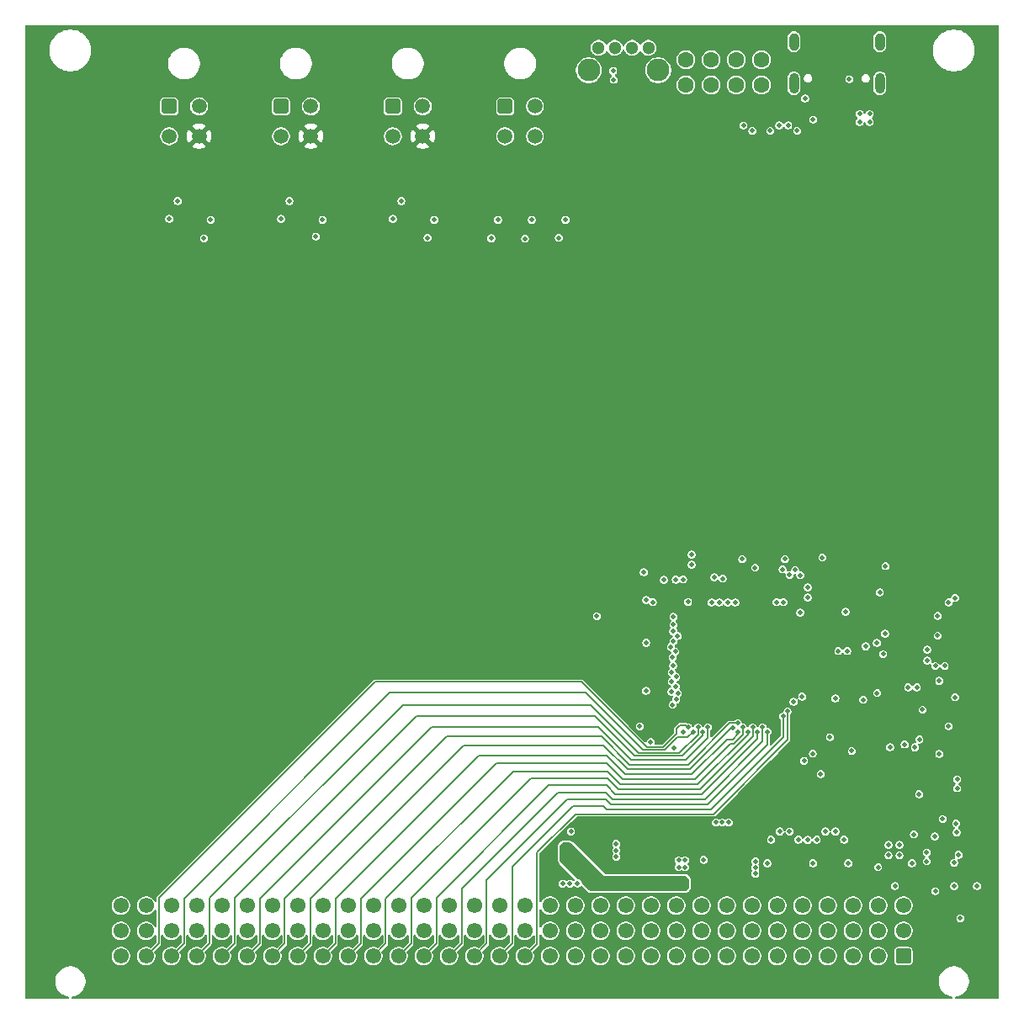
<source format=gbr>
%TF.GenerationSoftware,KiCad,Pcbnew,9.0.2-9.0.2-0~ubuntu24.04.1*%
%TF.CreationDate,2025-05-27T20:49:59+00:00*%
%TF.ProjectId,gpio-module,6770696f-2d6d-46f6-9475-6c652e6b6963,1.0.0*%
%TF.SameCoordinates,Original*%
%TF.FileFunction,Copper,L3,Inr*%
%TF.FilePolarity,Positive*%
%FSLAX46Y46*%
G04 Gerber Fmt 4.6, Leading zero omitted, Abs format (unit mm)*
G04 Created by KiCad (PCBNEW 9.0.2-9.0.2-0~ubuntu24.04.1) date 2025-05-27 20:49:59*
%MOMM*%
%LPD*%
G01*
G04 APERTURE LIST*
G04 Aperture macros list*
%AMRoundRect*
0 Rectangle with rounded corners*
0 $1 Rounding radius*
0 $2 $3 $4 $5 $6 $7 $8 $9 X,Y pos of 4 corners*
0 Add a 4 corners polygon primitive as box body*
4,1,4,$2,$3,$4,$5,$6,$7,$8,$9,$2,$3,0*
0 Add four circle primitives for the rounded corners*
1,1,$1+$1,$2,$3*
1,1,$1+$1,$4,$5*
1,1,$1+$1,$6,$7*
1,1,$1+$1,$8,$9*
0 Add four rect primitives between the rounded corners*
20,1,$1+$1,$2,$3,$4,$5,0*
20,1,$1+$1,$4,$5,$6,$7,0*
20,1,$1+$1,$6,$7,$8,$9,0*
20,1,$1+$1,$8,$9,$2,$3,0*%
G04 Aperture macros list end*
%TA.AperFunction,ComponentPad*%
%ADD10C,1.600000*%
%TD*%
%TA.AperFunction,ComponentPad*%
%ADD11RoundRect,0.250001X-0.499999X-0.499999X0.499999X-0.499999X0.499999X0.499999X-0.499999X0.499999X0*%
%TD*%
%TA.AperFunction,ComponentPad*%
%ADD12C,1.500000*%
%TD*%
%TA.AperFunction,ComponentPad*%
%ADD13C,1.300000*%
%TD*%
%TA.AperFunction,ComponentPad*%
%ADD14C,2.286000*%
%TD*%
%TA.AperFunction,ComponentPad*%
%ADD15O,1.000000X2.100000*%
%TD*%
%TA.AperFunction,ComponentPad*%
%ADD16O,1.000000X1.800000*%
%TD*%
%TA.AperFunction,ComponentPad*%
%ADD17RoundRect,0.249999X0.525001X0.525001X-0.525001X0.525001X-0.525001X-0.525001X0.525001X-0.525001X0*%
%TD*%
%TA.AperFunction,ComponentPad*%
%ADD18C,1.550000*%
%TD*%
%TA.AperFunction,ViaPad*%
%ADD19C,0.500000*%
%TD*%
%TA.AperFunction,Conductor*%
%ADD20C,0.150000*%
%TD*%
G04 APERTURE END LIST*
D10*
%TO.N,Net-(LED300-Pad1)*%
%TO.C,LED300*%
X106863600Y-55785000D03*
%TO.N,GND*%
X109403600Y-55785000D03*
%TO.N,Net-(LED300-Pad3)*%
X106863600Y-58325000D03*
%TO.N,GND*%
X109403600Y-58325000D03*
%TD*%
D11*
%TO.N,+5V*%
%TO.C,J8*%
X88670000Y-60470001D03*
D12*
%TO.N,Net-(J8-Pin_2)*%
X91670000Y-60470001D03*
%TO.N,Net-(J8-Pin_3)*%
X88670000Y-63470001D03*
%TO.N,Net-(J8-Pin_4)*%
X91670000Y-63470001D03*
%TD*%
D13*
%TO.N,GND*%
%TO.C,BTN400*%
X103079415Y-54584163D03*
X101449415Y-54584163D03*
%TO.N,/MCU/SWD.~{RST}*%
X99709415Y-54584163D03*
%TO.N,/MCU/USR_BUTTON*%
X98079415Y-54584163D03*
D14*
%TO.N,N/C*%
X104079415Y-56834163D03*
X97079415Y-56834163D03*
%TD*%
D11*
%TO.N,+12V_GPIO*%
%TO.C,J11*%
X54870000Y-60470001D03*
D12*
%TO.N,/GPIO connector 2/MOSFET power stage/output*%
X57870000Y-60470001D03*
%TO.N,Net-(J11-Pin_3)*%
X54870000Y-63470001D03*
%TO.N,+3V3*%
X57870000Y-63470001D03*
%TD*%
D11*
%TO.N,+12V_GPIO*%
%TO.C,J9*%
X77370000Y-60470001D03*
D12*
%TO.N,/GPIO connector 0/MOSFET power stage/output*%
X80370000Y-60470001D03*
%TO.N,Net-(J9-Pin_3)*%
X77370000Y-63470001D03*
%TO.N,+3V3*%
X80370000Y-63470001D03*
%TD*%
D15*
%TO.N,Net-(J800-SHIELD)*%
%TO.C,J800*%
X126370000Y-58140000D03*
D16*
X126370000Y-53960000D03*
D15*
X117730000Y-58140000D03*
D16*
X117730000Y-53960000D03*
%TD*%
D17*
%TO.N,GND*%
%TO.C,J200*%
X128740000Y-145975000D03*
D18*
%TO.N,/Backplane/BACKPLANE.D+*%
X126200000Y-145975000D03*
%TO.N,+5V_STDBY*%
X123660000Y-145975000D03*
%TO.N,GND*%
X121120000Y-145975000D03*
%TO.N,/Backplane/CAN1.+*%
X118580000Y-145975000D03*
%TO.N,/Backplane/CAN1.-*%
X116040000Y-145975000D03*
%TO.N,GND*%
X113500000Y-145975000D03*
%TO.N,/Backplane/CAN2.+*%
X110960000Y-145975000D03*
%TO.N,/Backplane/CAN2.-*%
X108420000Y-145975000D03*
%TO.N,GND*%
X105880000Y-145975000D03*
%TO.N,+12V*%
X103340000Y-145975000D03*
X100800000Y-145975000D03*
%TO.N,GND*%
X98260000Y-145975000D03*
%TO.N,+24V*%
X95720000Y-145975000D03*
%TO.N,GND*%
X93180000Y-145975000D03*
%TO.N,/Backplane/GPIOL0*%
X90640000Y-145975000D03*
%TO.N,/Backplane/GPIOL1*%
X88100000Y-145975000D03*
%TO.N,/Backplane/GPIOL2*%
X85560000Y-145975000D03*
%TO.N,/Backplane/GPIOL3*%
X83020000Y-145975000D03*
%TO.N,/Backplane/GPIOL4*%
X80480000Y-145975000D03*
%TO.N,/Backplane/GPIOL5*%
X77940000Y-145975000D03*
%TO.N,/Backplane/GPIOL6*%
X75400000Y-145975000D03*
%TO.N,/Backplane/GPIOL7*%
X72860000Y-145975000D03*
%TO.N,/Backplane/GPIOL8*%
X70320000Y-145975000D03*
%TO.N,/Backplane/GPIOL9*%
X67780000Y-145975000D03*
%TO.N,/Backplane/GPIOL10*%
X65240000Y-145975000D03*
%TO.N,/Backplane/GPIOL11*%
X62700000Y-145975000D03*
%TO.N,/Backplane/GPIOL12*%
X60160000Y-145975000D03*
%TO.N,/Backplane/GPIOL13*%
X57620000Y-145975000D03*
%TO.N,/Backplane/GPIOL14*%
X55080000Y-145975000D03*
%TO.N,/Backplane/GPIOL15*%
X52540000Y-145975000D03*
%TO.N,GND*%
X50000000Y-145975000D03*
X128740000Y-143435000D03*
X126200000Y-143435000D03*
%TO.N,+5V_STDBY*%
X123660000Y-143435000D03*
%TO.N,GND*%
X121120000Y-143435000D03*
%TO.N,/Backplane/CAN1.+*%
X118580000Y-143435000D03*
%TO.N,/Backplane/CAN1.-*%
X116040000Y-143435000D03*
%TO.N,GND*%
X113500000Y-143435000D03*
%TO.N,/Backplane/CAN2.+*%
X110960000Y-143435000D03*
%TO.N,/Backplane/CAN2.-*%
X108420000Y-143435000D03*
%TO.N,GND*%
X105880000Y-143435000D03*
%TO.N,+12V*%
X103340000Y-143435000D03*
X100800000Y-143435000D03*
%TO.N,GND*%
X98260000Y-143435000D03*
%TO.N,+24V*%
X95720000Y-143435000D03*
%TO.N,GND*%
X93180000Y-143435000D03*
%TO.N,/Backplane/GPIOC0*%
X90640000Y-143435000D03*
%TO.N,/Backplane/GPIOC1*%
X88100000Y-143435000D03*
%TO.N,/Backplane/GPIOC2*%
X85560000Y-143435000D03*
%TO.N,/Backplane/GPIOC3*%
X83020000Y-143435000D03*
%TO.N,/Backplane/GPIOC4*%
X80480000Y-143435000D03*
%TO.N,/Backplane/GPIOC5*%
X77940000Y-143435000D03*
%TO.N,/Backplane/GPIOC6*%
X75400000Y-143435000D03*
%TO.N,/Backplane/GPIOC7*%
X72860000Y-143435000D03*
%TO.N,/Backplane/GPIOC8*%
X70320000Y-143435000D03*
%TO.N,/Backplane/GPIOC9*%
X67780000Y-143435000D03*
%TO.N,/Backplane/GPIOC10*%
X65240000Y-143435000D03*
%TO.N,/Backplane/GPIOC11*%
X62700000Y-143435000D03*
%TO.N,/Backplane/GPIOC12*%
X60160000Y-143435000D03*
%TO.N,/Backplane/GPIOC13*%
X57620000Y-143435000D03*
%TO.N,/Backplane/GPIOC14*%
X55080000Y-143435000D03*
%TO.N,/Backplane/GPIOC15*%
X52540000Y-143435000D03*
%TO.N,GND*%
X50000000Y-143435000D03*
X128740000Y-140895000D03*
%TO.N,/Backplane/BACKPLANE.D-*%
X126200000Y-140895000D03*
%TO.N,+5V_STDBY*%
X123660000Y-140895000D03*
%TO.N,GND*%
X121120000Y-140895000D03*
%TO.N,/Backplane/CAN1.+*%
X118580000Y-140895000D03*
%TO.N,/Backplane/CAN1.-*%
X116040000Y-140895000D03*
%TO.N,GND*%
X113500000Y-140895000D03*
%TO.N,/Backplane/CAN2.+*%
X110960000Y-140895000D03*
%TO.N,/Backplane/CAN2.-*%
X108420000Y-140895000D03*
%TO.N,GND*%
X105880000Y-140895000D03*
%TO.N,+12V*%
X103340000Y-140895000D03*
X100800000Y-140895000D03*
%TO.N,GND*%
X98260000Y-140895000D03*
%TO.N,+24V*%
X95720000Y-140895000D03*
%TO.N,GND*%
X93180000Y-140895000D03*
%TO.N,/Backplane/GPIOR0*%
X90640000Y-140895000D03*
%TO.N,/Backplane/GPIOR1*%
X88100000Y-140895000D03*
%TO.N,/Backplane/GPIOR2*%
X85560000Y-140895000D03*
%TO.N,/Backplane/GPIOR3*%
X83020000Y-140895000D03*
%TO.N,/Backplane/GPIOR4*%
X80480000Y-140895000D03*
%TO.N,/Backplane/GPIOR5*%
X77940000Y-140895000D03*
%TO.N,/Backplane/GPIOR6*%
X75400000Y-140895000D03*
%TO.N,/Backplane/GPIOR7*%
X72860000Y-140895000D03*
%TO.N,/Backplane/GPIOR8*%
X70320000Y-140895000D03*
%TO.N,/Backplane/GPIOR9*%
X67780000Y-140895000D03*
%TO.N,/Backplane/GPIOR10*%
X65240000Y-140895000D03*
%TO.N,/Backplane/GPIOR11*%
X62700000Y-140895000D03*
%TO.N,/Backplane/GPIOR12*%
X60160000Y-140895000D03*
%TO.N,/Backplane/GPIOR13*%
X57620000Y-140895000D03*
%TO.N,/Backplane/GPIOR14*%
X55080000Y-140895000D03*
%TO.N,/Backplane/GPIOR15*%
X52540000Y-140895000D03*
%TO.N,GND*%
X50000000Y-140895000D03*
%TD*%
D11*
%TO.N,+12V_GPIO*%
%TO.C,J10*%
X66120000Y-60470001D03*
D12*
%TO.N,/GPIO connector 1/MOSFET power stage/output*%
X69120000Y-60470001D03*
%TO.N,Net-(J10-Pin_3)*%
X66120000Y-63470001D03*
%TO.N,+3V3*%
X69120000Y-63470001D03*
%TD*%
D10*
%TO.N,Net-(LED301-Pad1)*%
%TO.C,LED301*%
X111913600Y-55785000D03*
%TO.N,GND*%
X114453600Y-55785000D03*
%TO.N,Net-(LED301-Pad3)*%
X111913600Y-58325000D03*
%TO.N,GND*%
X114453600Y-58325000D03*
%TD*%
D19*
%TO.N,+3V3*%
X115300000Y-138075000D03*
X99598400Y-58685001D03*
X131350000Y-125625000D03*
X121325000Y-115325000D03*
X121662040Y-109139790D03*
X104325000Y-124400000D03*
X120590000Y-106765000D03*
X115350000Y-131500000D03*
X132050000Y-135775000D03*
X131800000Y-106175000D03*
X131400000Y-128975000D03*
X133950000Y-118922500D03*
X114650000Y-131500000D03*
X115350000Y-130625000D03*
X107442000Y-107343001D03*
X121350000Y-124927500D03*
X127900000Y-121575000D03*
X125700000Y-115575000D03*
X131350000Y-118275000D03*
X124000000Y-115300000D03*
X122225000Y-109375000D03*
X115575000Y-107050000D03*
X101700000Y-121825000D03*
X107442000Y-104549001D03*
X119900000Y-138075000D03*
X116025000Y-131500000D03*
X112825000Y-106875000D03*
X119625000Y-124600000D03*
X114450000Y-62375000D03*
X122174000Y-110375000D03*
X102133531Y-111641425D03*
X102624000Y-106327001D03*
%TO.N,GND*%
X99598400Y-57785001D03*
X129900000Y-124961216D03*
X128350000Y-134775000D03*
X109870720Y-132521542D03*
X134470000Y-142162501D03*
X127250000Y-134775000D03*
X116250000Y-62375000D03*
X95300000Y-133425000D03*
X132350000Y-125625000D03*
X113850000Y-136425000D03*
X107442000Y-106581001D03*
X118364000Y-111407001D03*
X102624000Y-107343001D03*
X130325000Y-129675000D03*
X110520720Y-132521542D03*
X94745000Y-71885001D03*
X108650000Y-136275000D03*
X59045000Y-71885001D03*
X102850000Y-119275000D03*
X77370000Y-71785000D03*
X119126000Y-109883001D03*
X115050000Y-136625000D03*
X121350000Y-123927500D03*
X87945000Y-71885001D03*
X116825000Y-106025000D03*
X119625000Y-125600000D03*
X126375000Y-109375000D03*
X126900000Y-113525000D03*
X131150000Y-116225000D03*
X112525000Y-106025000D03*
X97900000Y-111775000D03*
X81545000Y-71885001D03*
X113850000Y-137675000D03*
X94450000Y-138675000D03*
X116575000Y-107050000D03*
X128350000Y-135825000D03*
X118750000Y-126325000D03*
X134150000Y-128175000D03*
X131900000Y-133925000D03*
X126950000Y-106725000D03*
X119100000Y-134275000D03*
X111170720Y-132521542D03*
X107442000Y-105565001D03*
X122200000Y-115275000D03*
X117150000Y-62375000D03*
X131150000Y-115125000D03*
X119670000Y-61785001D03*
X133300000Y-122825000D03*
X118050000Y-62925000D03*
X133950000Y-119922500D03*
X134100000Y-133525000D03*
X66120000Y-71785000D03*
X134300000Y-135775000D03*
X109728000Y-107851001D03*
X113825000Y-106875000D03*
X119126000Y-108867001D03*
X121900000Y-133425000D03*
X118850000Y-59675000D03*
X102868898Y-114435000D03*
X103325000Y-124400000D03*
X102870000Y-110137001D03*
X104648000Y-108105001D03*
X117300000Y-133425000D03*
X120590000Y-105865000D03*
X129800000Y-133725000D03*
X95953492Y-138663288D03*
X127250000Y-135825000D03*
X131100000Y-136425000D03*
X54870000Y-71785000D03*
X99850000Y-134671508D03*
X91345000Y-71885001D03*
X95200000Y-138675000D03*
X99850000Y-135971508D03*
X136150000Y-138925000D03*
X102225000Y-122850000D03*
X126700000Y-115575000D03*
X123200000Y-136625000D03*
X70295000Y-71885001D03*
X131950000Y-139425000D03*
X113850000Y-137075000D03*
X125350000Y-62025000D03*
X125350000Y-61225000D03*
X123550000Y-125325000D03*
X132700000Y-132175000D03*
X122936000Y-111325000D03*
X99850000Y-135321508D03*
X123100000Y-115275000D03*
X132350000Y-118275000D03*
X119650000Y-136625000D03*
%TO.N,+5V*%
X106125000Y-137025000D03*
X134150000Y-129075000D03*
X116300000Y-133425000D03*
X106775000Y-136325000D03*
X133300000Y-110375000D03*
X131100000Y-135525001D03*
X106775000Y-137025000D03*
X126200000Y-137025000D03*
X106125000Y-136325000D03*
X120900000Y-133425000D03*
%TO.N,/ST-LINK/LED*%
X124950000Y-114800000D03*
X127400000Y-124950000D03*
%TO.N,/ST-LINK/STLINK-BOOT0*%
X130675000Y-121175000D03*
%TO.N,/ST-LINK/DIO*%
X128875000Y-124675000D03*
%TO.N,/ST-LINK/CLK*%
X130350000Y-124175000D03*
%TO.N,+12V_FUSED*%
X94451270Y-135361059D03*
X133950000Y-109925000D03*
X106125000Y-139025000D03*
X106125000Y-138325000D03*
X106775000Y-138325000D03*
X95375000Y-135375000D03*
X106775000Y-139025000D03*
X94950000Y-134875000D03*
%TO.N,/ST-LINK/STLINK_RX*%
X126100000Y-119500000D03*
X132200000Y-113725000D03*
%TO.N,/USB/VBUS_IN*%
X124350000Y-61225000D03*
X134050000Y-132625000D03*
%TO.N,/ST-LINK/STLINK_TX*%
X132200000Y-111725000D03*
X126075000Y-114450000D03*
%TO.N,/MCU/USR_BUTTON*%
X115975000Y-110350000D03*
X99538600Y-56899202D03*
%TO.N,/MCU/SWD.~{RST}*%
X111822500Y-110382501D03*
X121900000Y-120045000D03*
X118377238Y-107645000D03*
%TO.N,Net-(U302-PGANG)*%
X129600000Y-136625000D03*
X127900000Y-138925000D03*
%TO.N,Net-(U700-PA5)*%
X124700000Y-120175000D03*
X120425000Y-127650000D03*
%TO.N,Net-(U700-PC13)*%
X130100000Y-118925000D03*
X132900000Y-116775000D03*
%TO.N,Net-(U700-PC14)*%
X129225000Y-118925000D03*
X131950000Y-116775000D03*
%TO.N,/Backplane/GPIOL5*%
X113575000Y-122950001D03*
%TO.N,/Backplane/GPIOL3*%
X114575000Y-122950001D03*
%TO.N,/Backplane/GPIOL6*%
X113075000Y-123395001D03*
%TO.N,/Backplane/GPIOR8*%
X105570000Y-116735001D03*
%TO.N,/Backplane/GPIOL2*%
X115075000Y-123395001D03*
%TO.N,/Backplane/GPIOR0*%
X105521732Y-120686227D03*
%TO.N,/Backplane/GPIOR3*%
X105411209Y-119351210D03*
%TO.N,/Backplane/GPIOR15*%
X105599863Y-112626890D03*
%TO.N,/Backplane/GPIOL10*%
X112076076Y-122533374D03*
%TO.N,/Backplane/GPIOL12*%
X108575000Y-123395001D03*
%TO.N,/Backplane/GPIOR5*%
X105436807Y-118350051D03*
%TO.N,/Backplane/GPIOR2*%
X106039705Y-119517031D03*
%TO.N,/Backplane/GPIOL9*%
X111550000Y-123015001D03*
%TO.N,/Backplane/GPIOL0*%
X117095000Y-121350000D03*
%TO.N,/Backplane/GPIOL14*%
X107575000Y-123395001D03*
%TO.N,/Backplane/GPIOL11*%
X109075000Y-122950001D03*
%TO.N,/Backplane/GPIOL8*%
X112099635Y-123393319D03*
%TO.N,/Backplane/GPIOR6*%
X105879816Y-117874398D03*
%TO.N,/Backplane/GPIOR1*%
X105887633Y-120148994D03*
%TO.N,/Backplane/GPIOR11*%
X105350696Y-114855906D03*
%TO.N,/Backplane/GPIOL15*%
X107075000Y-122950001D03*
%TO.N,/Backplane/GPIOR4*%
X105839747Y-118862478D03*
%TO.N,/Backplane/GPIOL13*%
X108075000Y-122950001D03*
%TO.N,/Backplane/GPIOL7*%
X112575000Y-122950001D03*
%TO.N,/Backplane/GPIOR9*%
X105516564Y-115923270D03*
%TO.N,/Backplane/GPIOR10*%
X105792013Y-115334516D03*
%TO.N,/Backplane/GPIOR12*%
X105615709Y-114262383D03*
%TO.N,/Backplane/GPIOL4*%
X114075000Y-123395001D03*
%TO.N,/Backplane/GPIOL1*%
X116650000Y-121850000D03*
%TO.N,/Backplane/GPIOR7*%
X105438686Y-117397003D03*
%TO.N,/Backplane/GPIOR13*%
X106028748Y-113754668D03*
%TO.N,/Backplane/GPIOR14*%
X105588145Y-113276784D03*
%TO.N,/CAN transceiver 1/CAN.TX*%
X122775000Y-134250000D03*
X118550000Y-119850000D03*
%TO.N,/CAN transceiver 1/CAN.RX*%
X117700000Y-120375000D03*
X120025000Y-134250000D03*
%TO.N,/CAN transceiver 2/CAN.TX*%
X118175000Y-134250000D03*
X106575000Y-123400000D03*
%TO.N,/CAN transceiver 2/CAN.RX*%
X105650000Y-125035001D03*
X115425000Y-134250000D03*
%TO.N,/USB/CC1*%
X123300000Y-57725000D03*
X124350000Y-62025000D03*
%TO.N,Net-(U801-~{OE})*%
X133850000Y-136575000D03*
X133850000Y-138925000D03*
%TO.N,/MCU/USER_LED_1*%
X113550000Y-62925000D03*
X117850000Y-107125000D03*
%TO.N,/MCU/USER_LED_2*%
X117300000Y-107625000D03*
X112650000Y-62375000D03*
%TO.N,/MCU/STATUS_LED*%
X115350000Y-62925000D03*
X116675000Y-110350000D03*
%TO.N,/GPIO connector 0/input*%
X78220000Y-69985001D03*
X107074999Y-110335001D03*
%TO.N,/GPIO connector 1/input*%
X105845000Y-108085001D03*
X66970000Y-69985001D03*
%TO.N,/GPIO connector 2/input*%
X55720000Y-69985001D03*
X105600000Y-111820512D03*
%TO.N,/GPIO connector 0/output*%
X80870000Y-73685001D03*
X109445000Y-110385001D03*
%TO.N,/GPIO connector 1/output*%
X69620000Y-73560001D03*
X106575000Y-108060001D03*
%TO.N,/GPIO connector 2/output*%
X58370000Y-73735001D03*
X103545000Y-110360001D03*
%TO.N,/MCU/EXT_LED_G*%
X110220000Y-110385001D03*
X87270000Y-73735001D03*
%TO.N,/MCU/EXT_LED_R*%
X110570000Y-107985001D03*
X90670000Y-73785001D03*
%TO.N,/MCU/EXT_LED_B*%
X94070000Y-73685001D03*
X111075000Y-110390001D03*
%TD*%
D20*
%TO.N,/Backplane/GPIOL5*%
X77940000Y-145975000D02*
X79210000Y-144705000D01*
X98970000Y-128085001D02*
X100070000Y-129185001D01*
X79210000Y-144705000D02*
X79210000Y-140145001D01*
X100070000Y-129185001D02*
X108270000Y-129185001D01*
X91270000Y-128085001D02*
X98970000Y-128085001D01*
X113575000Y-123880001D02*
X113575000Y-122950001D01*
X79210000Y-140145001D02*
X91270000Y-128085001D01*
X108270000Y-129185001D02*
X113575000Y-123880001D01*
%TO.N,/Backplane/GPIOL3*%
X84290000Y-144705000D02*
X83020000Y-145975000D01*
X98770000Y-129485001D02*
X94000000Y-129485001D01*
X99470000Y-130185001D02*
X98770000Y-129485001D01*
X94000000Y-129485001D02*
X84290000Y-139195001D01*
X108770000Y-130185001D02*
X99470000Y-130185001D01*
X114575000Y-124380001D02*
X108770000Y-130185001D01*
X84290000Y-139195001D02*
X84290000Y-144705000D01*
X114575000Y-122950001D02*
X114575000Y-124380001D01*
%TO.N,/Backplane/GPIOL6*%
X113075000Y-123395001D02*
X113075000Y-123680001D01*
X98970000Y-127385001D02*
X89470000Y-127385001D01*
X76660000Y-140195001D02*
X76660000Y-144715000D01*
X89470000Y-127385001D02*
X76660000Y-140195001D01*
X113075000Y-123680001D02*
X108070000Y-128685001D01*
X108070000Y-128685001D02*
X100270000Y-128685001D01*
X100270000Y-128685001D02*
X98970000Y-127385001D01*
X76660000Y-144715000D02*
X75400000Y-145975000D01*
%TO.N,/Backplane/GPIOL2*%
X115075000Y-124680001D02*
X109070000Y-130685001D01*
X99270000Y-130685001D02*
X98770000Y-130185001D01*
X98770000Y-130185001D02*
X94925678Y-130185001D01*
X94925678Y-130185001D02*
X86820000Y-138290679D01*
X115075000Y-123395001D02*
X115075000Y-124680001D01*
X109070000Y-130685001D02*
X99270000Y-130685001D01*
X86820000Y-138290679D02*
X86820000Y-144715000D01*
X86820000Y-144715000D02*
X85560000Y-145975000D01*
%TO.N,/Backplane/GPIOL10*%
X111221627Y-122533374D02*
X107070000Y-126685001D01*
X66500000Y-140155001D02*
X66500000Y-144715000D01*
X66500000Y-144715000D02*
X65240000Y-145975000D01*
X112076076Y-122533374D02*
X111221627Y-122533374D01*
X107070000Y-126685001D02*
X101170000Y-126685001D01*
X82770000Y-123885001D02*
X66500000Y-140155001D01*
X101170000Y-126685001D02*
X98370000Y-123885001D01*
X98370000Y-123885001D02*
X82770000Y-123885001D01*
%TO.N,/Backplane/GPIOL12*%
X79770000Y-121785001D02*
X61430000Y-140125001D01*
X106530000Y-125825001D02*
X101710000Y-125825001D01*
X61430000Y-140125001D02*
X61430000Y-144705000D01*
X108575000Y-123395001D02*
X108575000Y-123780001D01*
X97670000Y-121785001D02*
X79770000Y-121785001D01*
X101710000Y-125825001D02*
X97670000Y-121785001D01*
X61430000Y-144705000D02*
X60160000Y-145975000D01*
X108575000Y-123780001D02*
X106530000Y-125825001D01*
%TO.N,/Backplane/GPIOL9*%
X111550000Y-123015001D02*
X111440000Y-123015001D01*
X111440000Y-123015001D02*
X107270000Y-127185001D01*
X69060000Y-140195001D02*
X69060000Y-144695000D01*
X107270000Y-127185001D02*
X100970000Y-127185001D01*
X84470000Y-124785001D02*
X69060000Y-140195001D01*
X100970000Y-127185001D02*
X98570000Y-124785001D01*
X98570000Y-124785001D02*
X84470000Y-124785001D01*
X69060000Y-144695000D02*
X67780000Y-145975000D01*
%TO.N,/Backplane/GPIOL0*%
X91890000Y-135565001D02*
X91890000Y-144725000D01*
X91890000Y-144725000D02*
X90640000Y-145975000D01*
X117126000Y-124229001D02*
X109670000Y-131685001D01*
X109670000Y-131685001D02*
X95770000Y-131685001D01*
X95770000Y-131685001D02*
X91890000Y-135565001D01*
X117095000Y-121350000D02*
X117126000Y-121381000D01*
X117126000Y-121381000D02*
X117126000Y-124229001D01*
%TO.N,/Backplane/GPIOL14*%
X107025000Y-123945001D02*
X105975678Y-123945001D01*
X77070000Y-119485001D02*
X56350000Y-140205001D01*
X105975678Y-123945001D02*
X104696678Y-125224001D01*
X56350000Y-144705000D02*
X55080000Y-145975000D01*
X56350000Y-140205001D02*
X56350000Y-144705000D01*
X96770000Y-119485001D02*
X77070000Y-119485001D01*
X102509000Y-125224001D02*
X96770000Y-119485001D01*
X107575000Y-123395001D02*
X107025000Y-123945001D01*
X104696678Y-125224001D02*
X102509000Y-125224001D01*
%TO.N,/Backplane/GPIOL11*%
X81240000Y-122885001D02*
X98070000Y-122885001D01*
X106870000Y-126185001D02*
X109075000Y-123980001D01*
X62700000Y-145975000D02*
X63970000Y-144705000D01*
X63970000Y-144705000D02*
X63970000Y-140155001D01*
X98070000Y-122885001D02*
X101370000Y-126185001D01*
X109075000Y-123980001D02*
X109075000Y-122950001D01*
X101370000Y-126185001D02*
X106870000Y-126185001D01*
X63970000Y-140155001D02*
X81240000Y-122885001D01*
%TO.N,/Backplane/GPIOL8*%
X112099635Y-123631044D02*
X111545678Y-124185001D01*
X71590000Y-140205001D02*
X71590000Y-144705000D01*
X100770000Y-127685001D02*
X98870000Y-125785001D01*
X112099635Y-123393319D02*
X112097953Y-123395001D01*
X107470000Y-127685001D02*
X100770000Y-127685001D01*
X98870000Y-125785001D02*
X86010000Y-125785001D01*
X111545678Y-124185001D02*
X110970000Y-124185001D01*
X71590000Y-144705000D02*
X70320000Y-145975000D01*
X112099635Y-123395001D02*
X112099635Y-123631044D01*
X112097953Y-123395001D02*
X112099635Y-123395001D01*
X110970000Y-124185001D02*
X107470000Y-127685001D01*
X86010000Y-125785001D02*
X71590000Y-140205001D01*
%TO.N,/Backplane/GPIOL15*%
X53810000Y-140145001D02*
X53810000Y-144705000D01*
X106230000Y-122735001D02*
X105920000Y-123045001D01*
X53810000Y-144705000D02*
X52540000Y-145975000D01*
X102918000Y-124923001D02*
X96380000Y-118385001D01*
X106860000Y-122735001D02*
X106230000Y-122735001D01*
X96380000Y-118385001D02*
X75570000Y-118385001D01*
X75570000Y-118385001D02*
X53810000Y-140145001D01*
X105920000Y-123575001D02*
X104572000Y-124923001D01*
X104572000Y-124923001D02*
X102918000Y-124923001D01*
X105920000Y-123045001D02*
X105920000Y-123575001D01*
X107075000Y-122950001D02*
X106860000Y-122735001D01*
%TO.N,/Backplane/GPIOL13*%
X78370000Y-120685001D02*
X97270000Y-120685001D01*
X97270000Y-120685001D02*
X102109000Y-125524001D01*
X108075000Y-123650001D02*
X108075000Y-122950001D01*
X106201000Y-125524001D02*
X108075000Y-123650001D01*
X58910000Y-140145001D02*
X78370000Y-120685001D01*
X102109000Y-125524001D02*
X106201000Y-125524001D01*
X58910000Y-144685000D02*
X58910000Y-140145001D01*
X57620000Y-145975000D02*
X58910000Y-144685000D01*
%TO.N,/Backplane/GPIOL7*%
X107770000Y-128185001D02*
X100520000Y-128185001D01*
X111670000Y-124585001D02*
X111370000Y-124585001D01*
X87770000Y-126585001D02*
X74140000Y-140215001D01*
X111370000Y-124585001D02*
X107770000Y-128185001D01*
X100520000Y-128185001D02*
X98920000Y-126585001D01*
X112575000Y-123680001D02*
X111670000Y-124585001D01*
X112575000Y-122950001D02*
X112575000Y-123680001D01*
X74140000Y-144695000D02*
X72860000Y-145975000D01*
X74140000Y-140215001D02*
X74140000Y-144695000D01*
X98920000Y-126585001D02*
X87770000Y-126585001D01*
%TO.N,/Backplane/GPIOL4*%
X108470000Y-129685001D02*
X99770000Y-129685001D01*
X98870000Y-128785001D02*
X93070000Y-128785001D01*
X99770000Y-129685001D02*
X98870000Y-128785001D01*
X114075000Y-124080001D02*
X108470000Y-129685001D01*
X81750000Y-140105001D02*
X81750000Y-144705000D01*
X81750000Y-144705000D02*
X80480000Y-145975000D01*
X93070000Y-128785001D02*
X81750000Y-140105001D01*
X114075000Y-123395001D02*
X114075000Y-124080001D01*
%TO.N,/Backplane/GPIOL1*%
X109370000Y-131185001D02*
X98870000Y-131185001D01*
X89370000Y-136985001D02*
X89370000Y-144705000D01*
X116650000Y-121850000D02*
X116650000Y-123905001D01*
X95470000Y-130885001D02*
X89370000Y-136985001D01*
X89370000Y-144705000D02*
X88100000Y-145975000D01*
X98870000Y-131185001D02*
X98570000Y-130885001D01*
X116650000Y-123905001D02*
X109370000Y-131185001D01*
X98570000Y-130885001D02*
X95470000Y-130885001D01*
%TD*%
%TA.AperFunction,Conductor*%
%TO.N,+12V_FUSED*%
G36*
X95050952Y-134526061D02*
G01*
X95156116Y-134539906D01*
X95187383Y-134548284D01*
X95277808Y-134585739D01*
X95305842Y-134601924D01*
X95390003Y-134666503D01*
X95402198Y-134677198D01*
X98625000Y-137900000D01*
X106666874Y-137900000D01*
X106683059Y-137901061D01*
X106788223Y-137914906D01*
X106819491Y-137923284D01*
X106909918Y-137960740D01*
X106937952Y-137976925D01*
X107015602Y-138036509D01*
X107038491Y-138059398D01*
X107098074Y-138137048D01*
X107114259Y-138165081D01*
X107151715Y-138255508D01*
X107160093Y-138286775D01*
X107170656Y-138367005D01*
X107173245Y-138386672D01*
X107173939Y-138391939D01*
X107175000Y-138408125D01*
X107175000Y-138916874D01*
X107173939Y-138933060D01*
X107160093Y-139038224D01*
X107151715Y-139069491D01*
X107114259Y-139159918D01*
X107098074Y-139187951D01*
X107038491Y-139265601D01*
X107015601Y-139288491D01*
X106937951Y-139348074D01*
X106909918Y-139364259D01*
X106819491Y-139401715D01*
X106788224Y-139410093D01*
X106694398Y-139422446D01*
X106683058Y-139423939D01*
X106666874Y-139425000D01*
X97390233Y-139425000D01*
X97374048Y-139423939D01*
X97361024Y-139422224D01*
X97268882Y-139410093D01*
X97237616Y-139401715D01*
X97147191Y-139364260D01*
X97119157Y-139348075D01*
X97034996Y-139283496D01*
X97022801Y-139272801D01*
X96440311Y-138690311D01*
X96406826Y-138628988D01*
X96404783Y-138609995D01*
X96403992Y-138603982D01*
X96403992Y-138603979D01*
X96373291Y-138489402D01*
X96313981Y-138386675D01*
X96230105Y-138302799D01*
X96127378Y-138243489D01*
X96012801Y-138212788D01*
X96012797Y-138212787D01*
X96004741Y-138211727D01*
X96004956Y-138210088D01*
X95947111Y-138193103D01*
X95926469Y-138176469D01*
X94302198Y-136552198D01*
X94291503Y-136540003D01*
X94226924Y-136455842D01*
X94210739Y-136427808D01*
X94173284Y-136337383D01*
X94164906Y-136306116D01*
X94151061Y-136200952D01*
X94150000Y-136184767D01*
X94150000Y-135033125D01*
X94151061Y-135016940D01*
X94164906Y-134911776D01*
X94173284Y-134880508D01*
X94210740Y-134790081D01*
X94226923Y-134762050D01*
X94286513Y-134684392D01*
X94309392Y-134661513D01*
X94387050Y-134601923D01*
X94415079Y-134585740D01*
X94505509Y-134548283D01*
X94536775Y-134539906D01*
X94641941Y-134526061D01*
X94658126Y-134525000D01*
X95034767Y-134525000D01*
X95050952Y-134526061D01*
G37*
%TD.AperFunction*%
%TD*%
%TA.AperFunction,Conductor*%
%TO.N,+3V3*%
G36*
X138313039Y-52304685D02*
G01*
X138358794Y-52357489D01*
X138370000Y-52409000D01*
X138370000Y-150151000D01*
X138350315Y-150218039D01*
X138297511Y-150263794D01*
X138246000Y-150275000D01*
X134035051Y-150275000D01*
X133968012Y-150255315D01*
X133922257Y-150202511D01*
X133912313Y-150133353D01*
X133941338Y-150069797D01*
X134000116Y-150032023D01*
X134015653Y-150028527D01*
X134177222Y-150002937D01*
X134405589Y-149928736D01*
X134619536Y-149819724D01*
X134813796Y-149678586D01*
X134983586Y-149508796D01*
X135124724Y-149314536D01*
X135233736Y-149100589D01*
X135307937Y-148872222D01*
X135345500Y-148635059D01*
X135345500Y-148394941D01*
X135307937Y-148157778D01*
X135233736Y-147929411D01*
X135233734Y-147929408D01*
X135233734Y-147929406D01*
X135124723Y-147715463D01*
X134983586Y-147521204D01*
X134813796Y-147351414D01*
X134619536Y-147210276D01*
X134405593Y-147101265D01*
X134177222Y-147027063D01*
X133940059Y-146989500D01*
X133699941Y-146989500D01*
X133581359Y-147008281D01*
X133462777Y-147027063D01*
X133234406Y-147101265D01*
X133020463Y-147210276D01*
X132826201Y-147351416D01*
X132656416Y-147521201D01*
X132515276Y-147715463D01*
X132406265Y-147929406D01*
X132332063Y-148157777D01*
X132294500Y-148394941D01*
X132294500Y-148635058D01*
X132332063Y-148872222D01*
X132406265Y-149100593D01*
X132515276Y-149314536D01*
X132656414Y-149508796D01*
X132826204Y-149678586D01*
X133020464Y-149819724D01*
X133121543Y-149871226D01*
X133234406Y-149928734D01*
X133234408Y-149928734D01*
X133234411Y-149928736D01*
X133462778Y-150002937D01*
X133624347Y-150028527D01*
X133687482Y-150058456D01*
X133724413Y-150117768D01*
X133723415Y-150187630D01*
X133684805Y-150245863D01*
X133620842Y-150273977D01*
X133604949Y-150275000D01*
X45135051Y-150275000D01*
X45068012Y-150255315D01*
X45022257Y-150202511D01*
X45012313Y-150133353D01*
X45041338Y-150069797D01*
X45100116Y-150032023D01*
X45115653Y-150028527D01*
X45277222Y-150002937D01*
X45505589Y-149928736D01*
X45719536Y-149819724D01*
X45913796Y-149678586D01*
X46083586Y-149508796D01*
X46224724Y-149314536D01*
X46333736Y-149100589D01*
X46407937Y-148872222D01*
X46445500Y-148635059D01*
X46445500Y-148394941D01*
X46407937Y-148157778D01*
X46333736Y-147929411D01*
X46333734Y-147929408D01*
X46333734Y-147929406D01*
X46224723Y-147715463D01*
X46083586Y-147521204D01*
X45913796Y-147351414D01*
X45719536Y-147210276D01*
X45505593Y-147101265D01*
X45277222Y-147027063D01*
X45040059Y-146989500D01*
X44799941Y-146989500D01*
X44681359Y-147008281D01*
X44562777Y-147027063D01*
X44334406Y-147101265D01*
X44120463Y-147210276D01*
X43926201Y-147351416D01*
X43756416Y-147521201D01*
X43615276Y-147715463D01*
X43506265Y-147929406D01*
X43432063Y-148157777D01*
X43394500Y-148394941D01*
X43394500Y-148635058D01*
X43432063Y-148872222D01*
X43506265Y-149100593D01*
X43615276Y-149314536D01*
X43756414Y-149508796D01*
X43926204Y-149678586D01*
X44120464Y-149819724D01*
X44221543Y-149871226D01*
X44334406Y-149928734D01*
X44334408Y-149928734D01*
X44334411Y-149928736D01*
X44562778Y-150002937D01*
X44724347Y-150028527D01*
X44787482Y-150058456D01*
X44824413Y-150117768D01*
X44823415Y-150187630D01*
X44784805Y-150245863D01*
X44720842Y-150273977D01*
X44704949Y-150275000D01*
X40494000Y-150275000D01*
X40426961Y-150255315D01*
X40381206Y-150202511D01*
X40370000Y-150151000D01*
X40370000Y-146066156D01*
X49074499Y-146066156D01*
X49110065Y-146244952D01*
X49110068Y-146244962D01*
X49179831Y-146413387D01*
X49179833Y-146413391D01*
X49281113Y-146564967D01*
X49281119Y-146564975D01*
X49410024Y-146693880D01*
X49410032Y-146693886D01*
X49561608Y-146795166D01*
X49561612Y-146795168D01*
X49730037Y-146864931D01*
X49730042Y-146864933D01*
X49730046Y-146864933D01*
X49730047Y-146864934D01*
X49908843Y-146900500D01*
X49908846Y-146900500D01*
X50091156Y-146900500D01*
X50211445Y-146876572D01*
X50269958Y-146864933D01*
X50438389Y-146795167D01*
X50438391Y-146795166D01*
X50523425Y-146738348D01*
X50589972Y-146693883D01*
X50718883Y-146564972D01*
X50820167Y-146413389D01*
X50889933Y-146244958D01*
X50925500Y-146066154D01*
X50925500Y-145883846D01*
X50925500Y-145883843D01*
X50889934Y-145705047D01*
X50889933Y-145705046D01*
X50889933Y-145705042D01*
X50889931Y-145705037D01*
X50820168Y-145536612D01*
X50820166Y-145536608D01*
X50718886Y-145385032D01*
X50718880Y-145385024D01*
X50589975Y-145256119D01*
X50589967Y-145256113D01*
X50438391Y-145154833D01*
X50438387Y-145154831D01*
X50269962Y-145085068D01*
X50269952Y-145085065D01*
X50091156Y-145049500D01*
X50091154Y-145049500D01*
X49908846Y-145049500D01*
X49908844Y-145049500D01*
X49730047Y-145085065D01*
X49730037Y-145085068D01*
X49561612Y-145154831D01*
X49561608Y-145154833D01*
X49410032Y-145256113D01*
X49410024Y-145256119D01*
X49281119Y-145385024D01*
X49281113Y-145385032D01*
X49179833Y-145536608D01*
X49179831Y-145536612D01*
X49110068Y-145705037D01*
X49110065Y-145705047D01*
X49074500Y-145883843D01*
X49074500Y-145883846D01*
X49074500Y-146066154D01*
X49074500Y-146066156D01*
X49074499Y-146066156D01*
X40370000Y-146066156D01*
X40370000Y-143526156D01*
X49074499Y-143526156D01*
X49110065Y-143704952D01*
X49110068Y-143704962D01*
X49179831Y-143873387D01*
X49179833Y-143873391D01*
X49281113Y-144024967D01*
X49281119Y-144024975D01*
X49410024Y-144153880D01*
X49410032Y-144153886D01*
X49561608Y-144255166D01*
X49561612Y-144255168D01*
X49730037Y-144324931D01*
X49730042Y-144324933D01*
X49730046Y-144324933D01*
X49730047Y-144324934D01*
X49908843Y-144360500D01*
X49908846Y-144360500D01*
X50091156Y-144360500D01*
X50211445Y-144336572D01*
X50269958Y-144324933D01*
X50438389Y-144255167D01*
X50438391Y-144255166D01*
X50513672Y-144204864D01*
X50589972Y-144153883D01*
X50718883Y-144024972D01*
X50811978Y-143885645D01*
X50820166Y-143873391D01*
X50820168Y-143873387D01*
X50889931Y-143704962D01*
X50889933Y-143704958D01*
X50925500Y-143526154D01*
X50925500Y-143343846D01*
X50925500Y-143343843D01*
X50889934Y-143165047D01*
X50889933Y-143165046D01*
X50889933Y-143165042D01*
X50850455Y-143069733D01*
X50820168Y-142996612D01*
X50820166Y-142996608D01*
X50718886Y-142845032D01*
X50718880Y-142845024D01*
X50589975Y-142716119D01*
X50589967Y-142716113D01*
X50438391Y-142614833D01*
X50438387Y-142614831D01*
X50269962Y-142545068D01*
X50269952Y-142545065D01*
X50091156Y-142509500D01*
X50091154Y-142509500D01*
X49908846Y-142509500D01*
X49908844Y-142509500D01*
X49730047Y-142545065D01*
X49730037Y-142545068D01*
X49561612Y-142614831D01*
X49561608Y-142614833D01*
X49410032Y-142716113D01*
X49410024Y-142716119D01*
X49281119Y-142845024D01*
X49281113Y-142845032D01*
X49179833Y-142996608D01*
X49179831Y-142996612D01*
X49110068Y-143165037D01*
X49110065Y-143165047D01*
X49074500Y-143343843D01*
X49074500Y-143343846D01*
X49074500Y-143526154D01*
X49074500Y-143526156D01*
X49074499Y-143526156D01*
X40370000Y-143526156D01*
X40370000Y-140986156D01*
X49074499Y-140986156D01*
X49110065Y-141164952D01*
X49110068Y-141164962D01*
X49179831Y-141333387D01*
X49179833Y-141333391D01*
X49281113Y-141484967D01*
X49281119Y-141484975D01*
X49410024Y-141613880D01*
X49410032Y-141613886D01*
X49561608Y-141715166D01*
X49561612Y-141715168D01*
X49730037Y-141784931D01*
X49730042Y-141784933D01*
X49730046Y-141784933D01*
X49730047Y-141784934D01*
X49908843Y-141820500D01*
X49908846Y-141820500D01*
X50091156Y-141820500D01*
X50248034Y-141789294D01*
X50269958Y-141784933D01*
X50438389Y-141715167D01*
X50438391Y-141715166D01*
X50513672Y-141664864D01*
X50589972Y-141613883D01*
X50718883Y-141484972D01*
X50811978Y-141345645D01*
X50820166Y-141333391D01*
X50820168Y-141333387D01*
X50889931Y-141164962D01*
X50889933Y-141164958D01*
X50925500Y-140986156D01*
X51614499Y-140986156D01*
X51650065Y-141164952D01*
X51650068Y-141164962D01*
X51719831Y-141333387D01*
X51719833Y-141333391D01*
X51821113Y-141484967D01*
X51821119Y-141484975D01*
X51950024Y-141613880D01*
X51950032Y-141613886D01*
X52101608Y-141715166D01*
X52101612Y-141715168D01*
X52270037Y-141784931D01*
X52270042Y-141784933D01*
X52270046Y-141784933D01*
X52270047Y-141784934D01*
X52448843Y-141820500D01*
X52448846Y-141820500D01*
X52631156Y-141820500D01*
X52788034Y-141789294D01*
X52809958Y-141784933D01*
X52978389Y-141715167D01*
X52978391Y-141715166D01*
X53053672Y-141664864D01*
X53129972Y-141613883D01*
X53258883Y-141484972D01*
X53357397Y-141337533D01*
X53411010Y-141292728D01*
X53480334Y-141284021D01*
X53543362Y-141314175D01*
X53580082Y-141373618D01*
X53584500Y-141406424D01*
X53584500Y-142923575D01*
X53564815Y-142990614D01*
X53512011Y-143036369D01*
X53442853Y-143046313D01*
X53379297Y-143017288D01*
X53357398Y-142992466D01*
X53258883Y-142845027D01*
X53129975Y-142716119D01*
X53129967Y-142716113D01*
X52978391Y-142614833D01*
X52978387Y-142614831D01*
X52809962Y-142545068D01*
X52809952Y-142545065D01*
X52631156Y-142509500D01*
X52631154Y-142509500D01*
X52448846Y-142509500D01*
X52448844Y-142509500D01*
X52270047Y-142545065D01*
X52270037Y-142545068D01*
X52101612Y-142614831D01*
X52101608Y-142614833D01*
X51950032Y-142716113D01*
X51950024Y-142716119D01*
X51821119Y-142845024D01*
X51821113Y-142845032D01*
X51719833Y-142996608D01*
X51719831Y-142996612D01*
X51650068Y-143165037D01*
X51650065Y-143165047D01*
X51614500Y-143343843D01*
X51614500Y-143343846D01*
X51614500Y-143526154D01*
X51614500Y-143526156D01*
X51614499Y-143526156D01*
X51650065Y-143704952D01*
X51650068Y-143704962D01*
X51719831Y-143873387D01*
X51719833Y-143873391D01*
X51821113Y-144024967D01*
X51821119Y-144024975D01*
X51950024Y-144153880D01*
X51950032Y-144153886D01*
X52101608Y-144255166D01*
X52101612Y-144255168D01*
X52270037Y-144324931D01*
X52270042Y-144324933D01*
X52270046Y-144324933D01*
X52270047Y-144324934D01*
X52448843Y-144360500D01*
X52448846Y-144360500D01*
X52631156Y-144360500D01*
X52751445Y-144336572D01*
X52809958Y-144324933D01*
X52978389Y-144255167D01*
X52978391Y-144255166D01*
X53053672Y-144204864D01*
X53129972Y-144153883D01*
X53258883Y-144024972D01*
X53357397Y-143877533D01*
X53411010Y-143832728D01*
X53480334Y-143824021D01*
X53543362Y-143854175D01*
X53580082Y-143913618D01*
X53584500Y-143946424D01*
X53584500Y-144560232D01*
X53564815Y-144627271D01*
X53548181Y-144647913D01*
X53081433Y-145114660D01*
X53020110Y-145148145D01*
X52950418Y-145143161D01*
X52946300Y-145141540D01*
X52809962Y-145085068D01*
X52809952Y-145085065D01*
X52631156Y-145049500D01*
X52631154Y-145049500D01*
X52448846Y-145049500D01*
X52448844Y-145049500D01*
X52270047Y-145085065D01*
X52270037Y-145085068D01*
X52101612Y-145154831D01*
X52101608Y-145154833D01*
X51950032Y-145256113D01*
X51950024Y-145256119D01*
X51821119Y-145385024D01*
X51821113Y-145385032D01*
X51719833Y-145536608D01*
X51719831Y-145536612D01*
X51650068Y-145705037D01*
X51650065Y-145705047D01*
X51614500Y-145883843D01*
X51614500Y-145883846D01*
X51614500Y-146066154D01*
X51614500Y-146066156D01*
X51614499Y-146066156D01*
X51650065Y-146244952D01*
X51650068Y-146244962D01*
X51719831Y-146413387D01*
X51719833Y-146413391D01*
X51821113Y-146564967D01*
X51821119Y-146564975D01*
X51950024Y-146693880D01*
X51950032Y-146693886D01*
X52101608Y-146795166D01*
X52101612Y-146795168D01*
X52270037Y-146864931D01*
X52270042Y-146864933D01*
X52270046Y-146864933D01*
X52270047Y-146864934D01*
X52448843Y-146900500D01*
X52448846Y-146900500D01*
X52631156Y-146900500D01*
X52751445Y-146876572D01*
X52809958Y-146864933D01*
X52978389Y-146795167D01*
X52978391Y-146795166D01*
X53063425Y-146738348D01*
X53129972Y-146693883D01*
X53258883Y-146564972D01*
X53360167Y-146413389D01*
X53429933Y-146244958D01*
X53465500Y-146066154D01*
X53465500Y-145883846D01*
X53465500Y-145883843D01*
X53429934Y-145705047D01*
X53429933Y-145705046D01*
X53429933Y-145705042D01*
X53373457Y-145568698D01*
X53365989Y-145499229D01*
X53397264Y-145436750D01*
X53400310Y-145433593D01*
X53920294Y-144913610D01*
X53920297Y-144913608D01*
X53937735Y-144896170D01*
X53937736Y-144896170D01*
X54001170Y-144832736D01*
X54001170Y-144832734D01*
X54001172Y-144832733D01*
X54018335Y-144791295D01*
X54035500Y-144749855D01*
X54035500Y-143946424D01*
X54055185Y-143879385D01*
X54107989Y-143833630D01*
X54177147Y-143823686D01*
X54240703Y-143852711D01*
X54262601Y-143877532D01*
X54283839Y-143909317D01*
X54361118Y-144024974D01*
X54490024Y-144153880D01*
X54490032Y-144153886D01*
X54641608Y-144255166D01*
X54641612Y-144255168D01*
X54810037Y-144324931D01*
X54810042Y-144324933D01*
X54810046Y-144324933D01*
X54810047Y-144324934D01*
X54988843Y-144360500D01*
X54988846Y-144360500D01*
X55171156Y-144360500D01*
X55291445Y-144336572D01*
X55349958Y-144324933D01*
X55518389Y-144255167D01*
X55518391Y-144255166D01*
X55593672Y-144204864D01*
X55669972Y-144153883D01*
X55798883Y-144024972D01*
X55897397Y-143877533D01*
X55951010Y-143832728D01*
X56020334Y-143824021D01*
X56083362Y-143854175D01*
X56120082Y-143913618D01*
X56124500Y-143946424D01*
X56124500Y-144560232D01*
X56104815Y-144627271D01*
X56088181Y-144647913D01*
X55621433Y-145114660D01*
X55560110Y-145148145D01*
X55490418Y-145143161D01*
X55486300Y-145141540D01*
X55349962Y-145085068D01*
X55349952Y-145085065D01*
X55171156Y-145049500D01*
X55171154Y-145049500D01*
X54988846Y-145049500D01*
X54988844Y-145049500D01*
X54810047Y-145085065D01*
X54810037Y-145085068D01*
X54641612Y-145154831D01*
X54641608Y-145154833D01*
X54490032Y-145256113D01*
X54490024Y-145256119D01*
X54361119Y-145385024D01*
X54361113Y-145385032D01*
X54259833Y-145536608D01*
X54259831Y-145536612D01*
X54190068Y-145705037D01*
X54190065Y-145705047D01*
X54154500Y-145883843D01*
X54154500Y-145883846D01*
X54154500Y-146066154D01*
X54154500Y-146066156D01*
X54154499Y-146066156D01*
X54190065Y-146244952D01*
X54190068Y-146244962D01*
X54259831Y-146413387D01*
X54259833Y-146413391D01*
X54361113Y-146564967D01*
X54361119Y-146564975D01*
X54490024Y-146693880D01*
X54490032Y-146693886D01*
X54641608Y-146795166D01*
X54641612Y-146795168D01*
X54810037Y-146864931D01*
X54810042Y-146864933D01*
X54810046Y-146864933D01*
X54810047Y-146864934D01*
X54988843Y-146900500D01*
X54988846Y-146900500D01*
X55171156Y-146900500D01*
X55291445Y-146876572D01*
X55349958Y-146864933D01*
X55518389Y-146795167D01*
X55518391Y-146795166D01*
X55603425Y-146738348D01*
X55669972Y-146693883D01*
X55798883Y-146564972D01*
X55900167Y-146413389D01*
X55969933Y-146244958D01*
X56005500Y-146066154D01*
X56005500Y-145883846D01*
X56005500Y-145883843D01*
X55969934Y-145705047D01*
X55969933Y-145705046D01*
X55969933Y-145705042D01*
X55913457Y-145568698D01*
X55905989Y-145499229D01*
X55937264Y-145436750D01*
X55940310Y-145433593D01*
X56460294Y-144913610D01*
X56460297Y-144913608D01*
X56477735Y-144896170D01*
X56477736Y-144896170D01*
X56541170Y-144832736D01*
X56541170Y-144832734D01*
X56541172Y-144832733D01*
X56558335Y-144791295D01*
X56575500Y-144749855D01*
X56575500Y-143946424D01*
X56595185Y-143879385D01*
X56647989Y-143833630D01*
X56717147Y-143823686D01*
X56780703Y-143852711D01*
X56802601Y-143877532D01*
X56823839Y-143909317D01*
X56901118Y-144024974D01*
X57030024Y-144153880D01*
X57030032Y-144153886D01*
X57181608Y-144255166D01*
X57181612Y-144255168D01*
X57350037Y-144324931D01*
X57350042Y-144324933D01*
X57350046Y-144324933D01*
X57350047Y-144324934D01*
X57528843Y-144360500D01*
X57528846Y-144360500D01*
X57711156Y-144360500D01*
X57831445Y-144336572D01*
X57889958Y-144324933D01*
X58058389Y-144255167D01*
X58058391Y-144255166D01*
X58133672Y-144204864D01*
X58209972Y-144153883D01*
X58338883Y-144024972D01*
X58440167Y-143873389D01*
X58445938Y-143859455D01*
X58489779Y-143805052D01*
X58556073Y-143782986D01*
X58623772Y-143800265D01*
X58671383Y-143851401D01*
X58684500Y-143906907D01*
X58684500Y-144540232D01*
X58664815Y-144607271D01*
X58648181Y-144627913D01*
X58161433Y-145114660D01*
X58100110Y-145148145D01*
X58030418Y-145143161D01*
X58026300Y-145141540D01*
X57889962Y-145085068D01*
X57889952Y-145085065D01*
X57711156Y-145049500D01*
X57711154Y-145049500D01*
X57528846Y-145049500D01*
X57528844Y-145049500D01*
X57350047Y-145085065D01*
X57350037Y-145085068D01*
X57181612Y-145154831D01*
X57181608Y-145154833D01*
X57030032Y-145256113D01*
X57030024Y-145256119D01*
X56901119Y-145385024D01*
X56901113Y-145385032D01*
X56799833Y-145536608D01*
X56799831Y-145536612D01*
X56730068Y-145705037D01*
X56730065Y-145705047D01*
X56694500Y-145883843D01*
X56694500Y-145883846D01*
X56694500Y-146066154D01*
X56694500Y-146066156D01*
X56694499Y-146066156D01*
X56730065Y-146244952D01*
X56730068Y-146244962D01*
X56799831Y-146413387D01*
X56799833Y-146413391D01*
X56901113Y-146564967D01*
X56901119Y-146564975D01*
X57030024Y-146693880D01*
X57030032Y-146693886D01*
X57181608Y-146795166D01*
X57181612Y-146795168D01*
X57350037Y-146864931D01*
X57350042Y-146864933D01*
X57350046Y-146864933D01*
X57350047Y-146864934D01*
X57528843Y-146900500D01*
X57528846Y-146900500D01*
X57711156Y-146900500D01*
X57831445Y-146876572D01*
X57889958Y-146864933D01*
X58058389Y-146795167D01*
X58058391Y-146795166D01*
X58143425Y-146738348D01*
X58209972Y-146693883D01*
X58338883Y-146564972D01*
X58440167Y-146413389D01*
X58509933Y-146244958D01*
X58545500Y-146066154D01*
X58545500Y-145883846D01*
X58545500Y-145883843D01*
X58509934Y-145705047D01*
X58509933Y-145705046D01*
X58509933Y-145705042D01*
X58453457Y-145568698D01*
X58445989Y-145499229D01*
X58477264Y-145436750D01*
X58480305Y-145433599D01*
X59101170Y-144812736D01*
X59101170Y-144812734D01*
X59101172Y-144812733D01*
X59123074Y-144759855D01*
X59135500Y-144729855D01*
X59135500Y-144640146D01*
X59135500Y-143976356D01*
X59155185Y-143909317D01*
X59207989Y-143863562D01*
X59277147Y-143853618D01*
X59340703Y-143882643D01*
X59362600Y-143907463D01*
X59386713Y-143943550D01*
X59441118Y-144024974D01*
X59570024Y-144153880D01*
X59570032Y-144153886D01*
X59721608Y-144255166D01*
X59721612Y-144255168D01*
X59890037Y-144324931D01*
X59890042Y-144324933D01*
X59890046Y-144324933D01*
X59890047Y-144324934D01*
X60068843Y-144360500D01*
X60068846Y-144360500D01*
X60251156Y-144360500D01*
X60371445Y-144336572D01*
X60429958Y-144324933D01*
X60598389Y-144255167D01*
X60598391Y-144255166D01*
X60673672Y-144204864D01*
X60749972Y-144153883D01*
X60878883Y-144024972D01*
X60977397Y-143877533D01*
X61031010Y-143832728D01*
X61100334Y-143824021D01*
X61163362Y-143854175D01*
X61200082Y-143913618D01*
X61204500Y-143946424D01*
X61204500Y-144560232D01*
X61184815Y-144627271D01*
X61168181Y-144647913D01*
X60701433Y-145114660D01*
X60640110Y-145148145D01*
X60570418Y-145143161D01*
X60566300Y-145141540D01*
X60429962Y-145085068D01*
X60429952Y-145085065D01*
X60251156Y-145049500D01*
X60251154Y-145049500D01*
X60068846Y-145049500D01*
X60068844Y-145049500D01*
X59890047Y-145085065D01*
X59890037Y-145085068D01*
X59721612Y-145154831D01*
X59721608Y-145154833D01*
X59570032Y-145256113D01*
X59570024Y-145256119D01*
X59441119Y-145385024D01*
X59441113Y-145385032D01*
X59339833Y-145536608D01*
X59339831Y-145536612D01*
X59270068Y-145705037D01*
X59270065Y-145705047D01*
X59234500Y-145883843D01*
X59234500Y-145883846D01*
X59234500Y-146066154D01*
X59234500Y-146066156D01*
X59234499Y-146066156D01*
X59270065Y-146244952D01*
X59270068Y-146244962D01*
X59339831Y-146413387D01*
X59339833Y-146413391D01*
X59441113Y-146564967D01*
X59441119Y-146564975D01*
X59570024Y-146693880D01*
X59570032Y-146693886D01*
X59721608Y-146795166D01*
X59721612Y-146795168D01*
X59890037Y-146864931D01*
X59890042Y-146864933D01*
X59890046Y-146864933D01*
X59890047Y-146864934D01*
X60068843Y-146900500D01*
X60068846Y-146900500D01*
X60251156Y-146900500D01*
X60371445Y-146876572D01*
X60429958Y-146864933D01*
X60598389Y-146795167D01*
X60598391Y-146795166D01*
X60683425Y-146738348D01*
X60749972Y-146693883D01*
X60878883Y-146564972D01*
X60980167Y-146413389D01*
X61049933Y-146244958D01*
X61085500Y-146066154D01*
X61085500Y-145883846D01*
X61085500Y-145883843D01*
X61049934Y-145705047D01*
X61049933Y-145705046D01*
X61049933Y-145705042D01*
X60993457Y-145568698D01*
X60985989Y-145499229D01*
X61017264Y-145436750D01*
X61020310Y-145433593D01*
X61540294Y-144913610D01*
X61540297Y-144913608D01*
X61557735Y-144896170D01*
X61557736Y-144896170D01*
X61621170Y-144832736D01*
X61621170Y-144832734D01*
X61621172Y-144832733D01*
X61638335Y-144791295D01*
X61655500Y-144749855D01*
X61655500Y-143946424D01*
X61675185Y-143879385D01*
X61727989Y-143833630D01*
X61797147Y-143823686D01*
X61860703Y-143852711D01*
X61882601Y-143877532D01*
X61903839Y-143909317D01*
X61981118Y-144024974D01*
X62110024Y-144153880D01*
X62110032Y-144153886D01*
X62261608Y-144255166D01*
X62261612Y-144255168D01*
X62430037Y-144324931D01*
X62430042Y-144324933D01*
X62430046Y-144324933D01*
X62430047Y-144324934D01*
X62608843Y-144360500D01*
X62608846Y-144360500D01*
X62791156Y-144360500D01*
X62911445Y-144336572D01*
X62969958Y-144324933D01*
X63138389Y-144255167D01*
X63138391Y-144255166D01*
X63213672Y-144204864D01*
X63289972Y-144153883D01*
X63418883Y-144024972D01*
X63517397Y-143877533D01*
X63571010Y-143832728D01*
X63640334Y-143824021D01*
X63703362Y-143854175D01*
X63740082Y-143913618D01*
X63744500Y-143946424D01*
X63744500Y-144560232D01*
X63724815Y-144627271D01*
X63708181Y-144647913D01*
X63241433Y-145114660D01*
X63180110Y-145148145D01*
X63110418Y-145143161D01*
X63106300Y-145141540D01*
X62969962Y-145085068D01*
X62969952Y-145085065D01*
X62791156Y-145049500D01*
X62791154Y-145049500D01*
X62608846Y-145049500D01*
X62608844Y-145049500D01*
X62430047Y-145085065D01*
X62430037Y-145085068D01*
X62261612Y-145154831D01*
X62261608Y-145154833D01*
X62110032Y-145256113D01*
X62110024Y-145256119D01*
X61981119Y-145385024D01*
X61981113Y-145385032D01*
X61879833Y-145536608D01*
X61879831Y-145536612D01*
X61810068Y-145705037D01*
X61810065Y-145705047D01*
X61774500Y-145883843D01*
X61774500Y-145883846D01*
X61774500Y-146066154D01*
X61774500Y-146066156D01*
X61774499Y-146066156D01*
X61810065Y-146244952D01*
X61810068Y-146244962D01*
X61879831Y-146413387D01*
X61879833Y-146413391D01*
X61981113Y-146564967D01*
X61981119Y-146564975D01*
X62110024Y-146693880D01*
X62110032Y-146693886D01*
X62261608Y-146795166D01*
X62261612Y-146795168D01*
X62430037Y-146864931D01*
X62430042Y-146864933D01*
X62430046Y-146864933D01*
X62430047Y-146864934D01*
X62608843Y-146900500D01*
X62608846Y-146900500D01*
X62791156Y-146900500D01*
X62911445Y-146876572D01*
X62969958Y-146864933D01*
X63138389Y-146795167D01*
X63138391Y-146795166D01*
X63223425Y-146738348D01*
X63289972Y-146693883D01*
X63418883Y-146564972D01*
X63520167Y-146413389D01*
X63589933Y-146244958D01*
X63625500Y-146066154D01*
X63625500Y-145883846D01*
X63625500Y-145883843D01*
X63589934Y-145705047D01*
X63589933Y-145705046D01*
X63589933Y-145705042D01*
X63533457Y-145568698D01*
X63525989Y-145499229D01*
X63557264Y-145436750D01*
X63560310Y-145433593D01*
X64080294Y-144913610D01*
X64080297Y-144913608D01*
X64097735Y-144896170D01*
X64097736Y-144896170D01*
X64161170Y-144832736D01*
X64161170Y-144832734D01*
X64161172Y-144832733D01*
X64178335Y-144791295D01*
X64195500Y-144749855D01*
X64195500Y-143946424D01*
X64215185Y-143879385D01*
X64267989Y-143833630D01*
X64337147Y-143823686D01*
X64400703Y-143852711D01*
X64422601Y-143877532D01*
X64443839Y-143909317D01*
X64521118Y-144024974D01*
X64650024Y-144153880D01*
X64650032Y-144153886D01*
X64801608Y-144255166D01*
X64801612Y-144255168D01*
X64970037Y-144324931D01*
X64970042Y-144324933D01*
X64970046Y-144324933D01*
X64970047Y-144324934D01*
X65148843Y-144360500D01*
X65148846Y-144360500D01*
X65331156Y-144360500D01*
X65451445Y-144336572D01*
X65509958Y-144324933D01*
X65678389Y-144255167D01*
X65678391Y-144255166D01*
X65753672Y-144204864D01*
X65829972Y-144153883D01*
X65958883Y-144024972D01*
X66047398Y-143892499D01*
X66101009Y-143847694D01*
X66170334Y-143838987D01*
X66233362Y-143869141D01*
X66270082Y-143928584D01*
X66274500Y-143961390D01*
X66274500Y-144570232D01*
X66254815Y-144637271D01*
X66238181Y-144657913D01*
X65781433Y-145114660D01*
X65720110Y-145148145D01*
X65650418Y-145143161D01*
X65646300Y-145141540D01*
X65509962Y-145085068D01*
X65509952Y-145085065D01*
X65331156Y-145049500D01*
X65331154Y-145049500D01*
X65148846Y-145049500D01*
X65148844Y-145049500D01*
X64970047Y-145085065D01*
X64970037Y-145085068D01*
X64801612Y-145154831D01*
X64801608Y-145154833D01*
X64650032Y-145256113D01*
X64650024Y-145256119D01*
X64521119Y-145385024D01*
X64521113Y-145385032D01*
X64419833Y-145536608D01*
X64419831Y-145536612D01*
X64350068Y-145705037D01*
X64350065Y-145705047D01*
X64314500Y-145883843D01*
X64314500Y-145883846D01*
X64314500Y-146066154D01*
X64314500Y-146066156D01*
X64314499Y-146066156D01*
X64350065Y-146244952D01*
X64350068Y-146244962D01*
X64419831Y-146413387D01*
X64419833Y-146413391D01*
X64521113Y-146564967D01*
X64521119Y-146564975D01*
X64650024Y-146693880D01*
X64650032Y-146693886D01*
X64801608Y-146795166D01*
X64801612Y-146795168D01*
X64970037Y-146864931D01*
X64970042Y-146864933D01*
X64970046Y-146864933D01*
X64970047Y-146864934D01*
X65148843Y-146900500D01*
X65148846Y-146900500D01*
X65331156Y-146900500D01*
X65451445Y-146876572D01*
X65509958Y-146864933D01*
X65678389Y-146795167D01*
X65678391Y-146795166D01*
X65763425Y-146738348D01*
X65829972Y-146693883D01*
X65958883Y-146564972D01*
X66060167Y-146413389D01*
X66129933Y-146244958D01*
X66165500Y-146066154D01*
X66165500Y-145883846D01*
X66165500Y-145883843D01*
X66129934Y-145705047D01*
X66129933Y-145705046D01*
X66129933Y-145705042D01*
X66073457Y-145568698D01*
X66065989Y-145499229D01*
X66097264Y-145436750D01*
X66100310Y-145433593D01*
X66627734Y-144906170D01*
X66627736Y-144906170D01*
X66691170Y-144842736D01*
X66703596Y-144812736D01*
X66725501Y-144759855D01*
X66725501Y-144670145D01*
X66725501Y-144660156D01*
X66725500Y-144660142D01*
X66725500Y-143930018D01*
X66745185Y-143862979D01*
X66797989Y-143817224D01*
X66867147Y-143807280D01*
X66930703Y-143836305D01*
X66956331Y-143868401D01*
X66956448Y-143868324D01*
X66957366Y-143869697D01*
X66958860Y-143871569D01*
X66959834Y-143873392D01*
X67061113Y-144024967D01*
X67061119Y-144024975D01*
X67190024Y-144153880D01*
X67190032Y-144153886D01*
X67341608Y-144255166D01*
X67341612Y-144255168D01*
X67510037Y-144324931D01*
X67510042Y-144324933D01*
X67510046Y-144324933D01*
X67510047Y-144324934D01*
X67688843Y-144360500D01*
X67688846Y-144360500D01*
X67871156Y-144360500D01*
X67991445Y-144336572D01*
X68049958Y-144324933D01*
X68218389Y-144255167D01*
X68218391Y-144255166D01*
X68293672Y-144204864D01*
X68369972Y-144153883D01*
X68498883Y-144024972D01*
X68600167Y-143873389D01*
X68600168Y-143873385D01*
X68601140Y-143871569D01*
X68601902Y-143870792D01*
X68603552Y-143868324D01*
X68604020Y-143868636D01*
X68650100Y-143821723D01*
X68718237Y-143806260D01*
X68783918Y-143830089D01*
X68826289Y-143885645D01*
X68834500Y-143930018D01*
X68834500Y-144550232D01*
X68814815Y-144617271D01*
X68798181Y-144637913D01*
X68321433Y-145114660D01*
X68260110Y-145148145D01*
X68190418Y-145143161D01*
X68186300Y-145141540D01*
X68049962Y-145085068D01*
X68049952Y-145085065D01*
X67871156Y-145049500D01*
X67871154Y-145049500D01*
X67688846Y-145049500D01*
X67688844Y-145049500D01*
X67510047Y-145085065D01*
X67510037Y-145085068D01*
X67341612Y-145154831D01*
X67341608Y-145154833D01*
X67190032Y-145256113D01*
X67190024Y-145256119D01*
X67061119Y-145385024D01*
X67061113Y-145385032D01*
X66959833Y-145536608D01*
X66959831Y-145536612D01*
X66890068Y-145705037D01*
X66890065Y-145705047D01*
X66854500Y-145883843D01*
X66854500Y-145883846D01*
X66854500Y-146066154D01*
X66854500Y-146066156D01*
X66854499Y-146066156D01*
X66890065Y-146244952D01*
X66890068Y-146244962D01*
X66959831Y-146413387D01*
X66959833Y-146413391D01*
X67061113Y-146564967D01*
X67061119Y-146564975D01*
X67190024Y-146693880D01*
X67190032Y-146693886D01*
X67341608Y-146795166D01*
X67341612Y-146795168D01*
X67510037Y-146864931D01*
X67510042Y-146864933D01*
X67510046Y-146864933D01*
X67510047Y-146864934D01*
X67688843Y-146900500D01*
X67688846Y-146900500D01*
X67871156Y-146900500D01*
X67991445Y-146876572D01*
X68049958Y-146864933D01*
X68218389Y-146795167D01*
X68218391Y-146795166D01*
X68303425Y-146738348D01*
X68369972Y-146693883D01*
X68498883Y-146564972D01*
X68600167Y-146413389D01*
X68669933Y-146244958D01*
X68705500Y-146066154D01*
X68705500Y-145883846D01*
X68705500Y-145883843D01*
X68669934Y-145705047D01*
X68669933Y-145705046D01*
X68669933Y-145705042D01*
X68613457Y-145568698D01*
X68605989Y-145499229D01*
X68637264Y-145436750D01*
X68640304Y-145433599D01*
X69251170Y-144822736D01*
X69251170Y-144822734D01*
X69251172Y-144822733D01*
X69273074Y-144769855D01*
X69285500Y-144739855D01*
X69285500Y-144650146D01*
X69285500Y-143961390D01*
X69305185Y-143894351D01*
X69357989Y-143848596D01*
X69427147Y-143838652D01*
X69490703Y-143867677D01*
X69512600Y-143892497D01*
X69526713Y-143913618D01*
X69601118Y-144024974D01*
X69730024Y-144153880D01*
X69730032Y-144153886D01*
X69881608Y-144255166D01*
X69881612Y-144255168D01*
X70050037Y-144324931D01*
X70050042Y-144324933D01*
X70050046Y-144324933D01*
X70050047Y-144324934D01*
X70228843Y-144360500D01*
X70228846Y-144360500D01*
X70411156Y-144360500D01*
X70531445Y-144336572D01*
X70589958Y-144324933D01*
X70758389Y-144255167D01*
X70758391Y-144255166D01*
X70833672Y-144204864D01*
X70909972Y-144153883D01*
X71038883Y-144024972D01*
X71137397Y-143877533D01*
X71191010Y-143832728D01*
X71260334Y-143824021D01*
X71323362Y-143854175D01*
X71360082Y-143913618D01*
X71364500Y-143946424D01*
X71364500Y-144560232D01*
X71344815Y-144627271D01*
X71328181Y-144647913D01*
X70861433Y-145114660D01*
X70800110Y-145148145D01*
X70730418Y-145143161D01*
X70726300Y-145141540D01*
X70589962Y-145085068D01*
X70589952Y-145085065D01*
X70411156Y-145049500D01*
X70411154Y-145049500D01*
X70228846Y-145049500D01*
X70228844Y-145049500D01*
X70050047Y-145085065D01*
X70050037Y-145085068D01*
X69881612Y-145154831D01*
X69881608Y-145154833D01*
X69730032Y-145256113D01*
X69730024Y-145256119D01*
X69601119Y-145385024D01*
X69601113Y-145385032D01*
X69499833Y-145536608D01*
X69499831Y-145536612D01*
X69430068Y-145705037D01*
X69430065Y-145705047D01*
X69394500Y-145883843D01*
X69394500Y-145883846D01*
X69394500Y-146066154D01*
X69394500Y-146066156D01*
X69394499Y-146066156D01*
X69430065Y-146244952D01*
X69430068Y-146244962D01*
X69499831Y-146413387D01*
X69499833Y-146413391D01*
X69601113Y-146564967D01*
X69601119Y-146564975D01*
X69730024Y-146693880D01*
X69730032Y-146693886D01*
X69881608Y-146795166D01*
X69881612Y-146795168D01*
X70050037Y-146864931D01*
X70050042Y-146864933D01*
X70050046Y-146864933D01*
X70050047Y-146864934D01*
X70228843Y-146900500D01*
X70228846Y-146900500D01*
X70411156Y-146900500D01*
X70531445Y-146876572D01*
X70589958Y-146864933D01*
X70758389Y-146795167D01*
X70758391Y-146795166D01*
X70843425Y-146738348D01*
X70909972Y-146693883D01*
X71038883Y-146564972D01*
X71140167Y-146413389D01*
X71209933Y-146244958D01*
X71245500Y-146066154D01*
X71245500Y-145883846D01*
X71245500Y-145883843D01*
X71209934Y-145705047D01*
X71209933Y-145705046D01*
X71209933Y-145705042D01*
X71153457Y-145568698D01*
X71145989Y-145499229D01*
X71177264Y-145436750D01*
X71180310Y-145433593D01*
X71700294Y-144913610D01*
X71700297Y-144913608D01*
X71717735Y-144896170D01*
X71717736Y-144896170D01*
X71781170Y-144832736D01*
X71781170Y-144832734D01*
X71781172Y-144832733D01*
X71798335Y-144791295D01*
X71815500Y-144749855D01*
X71815500Y-143946424D01*
X71835185Y-143879385D01*
X71887989Y-143833630D01*
X71957147Y-143823686D01*
X72020703Y-143852711D01*
X72042601Y-143877532D01*
X72063839Y-143909317D01*
X72141118Y-144024974D01*
X72270024Y-144153880D01*
X72270032Y-144153886D01*
X72421608Y-144255166D01*
X72421612Y-144255168D01*
X72590037Y-144324931D01*
X72590042Y-144324933D01*
X72590046Y-144324933D01*
X72590047Y-144324934D01*
X72768843Y-144360500D01*
X72768846Y-144360500D01*
X72951156Y-144360500D01*
X73071445Y-144336572D01*
X73129958Y-144324933D01*
X73298389Y-144255167D01*
X73298391Y-144255166D01*
X73373672Y-144204864D01*
X73449972Y-144153883D01*
X73578883Y-144024972D01*
X73680167Y-143873389D01*
X73680168Y-143873385D01*
X73681140Y-143871569D01*
X73681902Y-143870792D01*
X73683552Y-143868324D01*
X73684020Y-143868636D01*
X73730100Y-143821723D01*
X73798237Y-143806260D01*
X73863918Y-143830089D01*
X73906289Y-143885645D01*
X73914500Y-143930018D01*
X73914500Y-144550232D01*
X73894815Y-144617271D01*
X73878181Y-144637913D01*
X73401433Y-145114660D01*
X73340110Y-145148145D01*
X73270418Y-145143161D01*
X73266300Y-145141540D01*
X73129962Y-145085068D01*
X73129952Y-145085065D01*
X72951156Y-145049500D01*
X72951154Y-145049500D01*
X72768846Y-145049500D01*
X72768844Y-145049500D01*
X72590047Y-145085065D01*
X72590037Y-145085068D01*
X72421612Y-145154831D01*
X72421608Y-145154833D01*
X72270032Y-145256113D01*
X72270024Y-145256119D01*
X72141119Y-145385024D01*
X72141113Y-145385032D01*
X72039833Y-145536608D01*
X72039831Y-145536612D01*
X71970068Y-145705037D01*
X71970065Y-145705047D01*
X71934500Y-145883843D01*
X71934500Y-145883846D01*
X71934500Y-146066154D01*
X71934500Y-146066156D01*
X71934499Y-146066156D01*
X71970065Y-146244952D01*
X71970068Y-146244962D01*
X72039831Y-146413387D01*
X72039833Y-146413391D01*
X72141113Y-146564967D01*
X72141119Y-146564975D01*
X72270024Y-146693880D01*
X72270032Y-146693886D01*
X72421608Y-146795166D01*
X72421612Y-146795168D01*
X72590037Y-146864931D01*
X72590042Y-146864933D01*
X72590046Y-146864933D01*
X72590047Y-146864934D01*
X72768843Y-146900500D01*
X72768846Y-146900500D01*
X72951156Y-146900500D01*
X73071445Y-146876572D01*
X73129958Y-146864933D01*
X73298389Y-146795167D01*
X73298391Y-146795166D01*
X73383425Y-146738348D01*
X73449972Y-146693883D01*
X73578883Y-146564972D01*
X73680167Y-146413389D01*
X73749933Y-146244958D01*
X73785500Y-146066154D01*
X73785500Y-145883846D01*
X73785500Y-145883843D01*
X73749934Y-145705047D01*
X73749933Y-145705046D01*
X73749933Y-145705042D01*
X73693457Y-145568698D01*
X73685989Y-145499229D01*
X73717264Y-145436750D01*
X73720304Y-145433599D01*
X74331170Y-144822736D01*
X74331170Y-144822734D01*
X74331172Y-144822733D01*
X74353074Y-144769855D01*
X74365500Y-144739855D01*
X74365500Y-144650146D01*
X74365500Y-143961390D01*
X74385185Y-143894351D01*
X74437989Y-143848596D01*
X74507147Y-143838652D01*
X74570703Y-143867677D01*
X74592600Y-143892497D01*
X74606713Y-143913618D01*
X74681118Y-144024974D01*
X74810024Y-144153880D01*
X74810032Y-144153886D01*
X74961608Y-144255166D01*
X74961612Y-144255168D01*
X75130037Y-144324931D01*
X75130042Y-144324933D01*
X75130046Y-144324933D01*
X75130047Y-144324934D01*
X75308843Y-144360500D01*
X75308846Y-144360500D01*
X75491156Y-144360500D01*
X75611445Y-144336572D01*
X75669958Y-144324933D01*
X75838389Y-144255167D01*
X75838391Y-144255166D01*
X75913672Y-144204864D01*
X75989972Y-144153883D01*
X76118883Y-144024972D01*
X76207398Y-143892499D01*
X76261009Y-143847694D01*
X76330334Y-143838987D01*
X76393362Y-143869141D01*
X76430082Y-143928584D01*
X76434500Y-143961390D01*
X76434500Y-144570232D01*
X76414815Y-144637271D01*
X76398181Y-144657913D01*
X75941433Y-145114660D01*
X75880110Y-145148145D01*
X75810418Y-145143161D01*
X75806300Y-145141540D01*
X75669962Y-145085068D01*
X75669952Y-145085065D01*
X75491156Y-145049500D01*
X75491154Y-145049500D01*
X75308846Y-145049500D01*
X75308844Y-145049500D01*
X75130047Y-145085065D01*
X75130037Y-145085068D01*
X74961612Y-145154831D01*
X74961608Y-145154833D01*
X74810032Y-145256113D01*
X74810024Y-145256119D01*
X74681119Y-145385024D01*
X74681113Y-145385032D01*
X74579833Y-145536608D01*
X74579831Y-145536612D01*
X74510068Y-145705037D01*
X74510065Y-145705047D01*
X74474500Y-145883843D01*
X74474500Y-145883846D01*
X74474500Y-146066154D01*
X74474500Y-146066156D01*
X74474499Y-146066156D01*
X74510065Y-146244952D01*
X74510068Y-146244962D01*
X74579831Y-146413387D01*
X74579833Y-146413391D01*
X74681113Y-146564967D01*
X74681119Y-146564975D01*
X74810024Y-146693880D01*
X74810032Y-146693886D01*
X74961608Y-146795166D01*
X74961612Y-146795168D01*
X75130037Y-146864931D01*
X75130042Y-146864933D01*
X75130046Y-146864933D01*
X75130047Y-146864934D01*
X75308843Y-146900500D01*
X75308846Y-146900500D01*
X75491156Y-146900500D01*
X75611445Y-146876572D01*
X75669958Y-146864933D01*
X75838389Y-146795167D01*
X75838391Y-146795166D01*
X75923425Y-146738348D01*
X75989972Y-146693883D01*
X76118883Y-146564972D01*
X76220167Y-146413389D01*
X76289933Y-146244958D01*
X76325500Y-146066154D01*
X76325500Y-145883846D01*
X76325500Y-145883843D01*
X76289934Y-145705047D01*
X76289933Y-145705046D01*
X76289933Y-145705042D01*
X76233457Y-145568698D01*
X76225989Y-145499229D01*
X76257264Y-145436750D01*
X76260310Y-145433593D01*
X76787734Y-144906170D01*
X76787736Y-144906170D01*
X76851170Y-144842736D01*
X76863596Y-144812736D01*
X76885501Y-144759855D01*
X76885501Y-144670145D01*
X76885501Y-144660156D01*
X76885500Y-144660142D01*
X76885500Y-143930018D01*
X76905185Y-143862979D01*
X76957989Y-143817224D01*
X77027147Y-143807280D01*
X77090703Y-143836305D01*
X77116331Y-143868401D01*
X77116448Y-143868324D01*
X77117366Y-143869697D01*
X77118860Y-143871569D01*
X77119834Y-143873392D01*
X77221113Y-144024967D01*
X77221119Y-144024975D01*
X77350024Y-144153880D01*
X77350032Y-144153886D01*
X77501608Y-144255166D01*
X77501612Y-144255168D01*
X77670037Y-144324931D01*
X77670042Y-144324933D01*
X77670046Y-144324933D01*
X77670047Y-144324934D01*
X77848843Y-144360500D01*
X77848846Y-144360500D01*
X78031156Y-144360500D01*
X78151445Y-144336572D01*
X78209958Y-144324933D01*
X78378389Y-144255167D01*
X78378391Y-144255166D01*
X78453672Y-144204864D01*
X78529972Y-144153883D01*
X78658883Y-144024972D01*
X78757397Y-143877533D01*
X78811010Y-143832728D01*
X78880334Y-143824021D01*
X78943362Y-143854175D01*
X78980082Y-143913618D01*
X78984500Y-143946424D01*
X78984500Y-144560232D01*
X78964815Y-144627271D01*
X78948181Y-144647913D01*
X78481433Y-145114660D01*
X78420110Y-145148145D01*
X78350418Y-145143161D01*
X78346300Y-145141540D01*
X78209962Y-145085068D01*
X78209952Y-145085065D01*
X78031156Y-145049500D01*
X78031154Y-145049500D01*
X77848846Y-145049500D01*
X77848844Y-145049500D01*
X77670047Y-145085065D01*
X77670037Y-145085068D01*
X77501612Y-145154831D01*
X77501608Y-145154833D01*
X77350032Y-145256113D01*
X77350024Y-145256119D01*
X77221119Y-145385024D01*
X77221113Y-145385032D01*
X77119833Y-145536608D01*
X77119831Y-145536612D01*
X77050068Y-145705037D01*
X77050065Y-145705047D01*
X77014500Y-145883843D01*
X77014500Y-145883846D01*
X77014500Y-146066154D01*
X77014500Y-146066156D01*
X77014499Y-146066156D01*
X77050065Y-146244952D01*
X77050068Y-146244962D01*
X77119831Y-146413387D01*
X77119833Y-146413391D01*
X77221113Y-146564967D01*
X77221119Y-146564975D01*
X77350024Y-146693880D01*
X77350032Y-146693886D01*
X77501608Y-146795166D01*
X77501612Y-146795168D01*
X77670037Y-146864931D01*
X77670042Y-146864933D01*
X77670046Y-146864933D01*
X77670047Y-146864934D01*
X77848843Y-146900500D01*
X77848846Y-146900500D01*
X78031156Y-146900500D01*
X78151445Y-146876572D01*
X78209958Y-146864933D01*
X78378389Y-146795167D01*
X78378391Y-146795166D01*
X78463425Y-146738348D01*
X78529972Y-146693883D01*
X78658883Y-146564972D01*
X78760167Y-146413389D01*
X78829933Y-146244958D01*
X78865500Y-146066154D01*
X78865500Y-145883846D01*
X78865500Y-145883843D01*
X78829934Y-145705047D01*
X78829933Y-145705046D01*
X78829933Y-145705042D01*
X78773457Y-145568698D01*
X78765989Y-145499229D01*
X78797264Y-145436750D01*
X78800310Y-145433593D01*
X79320294Y-144913610D01*
X79320297Y-144913608D01*
X79337735Y-144896170D01*
X79337736Y-144896170D01*
X79401170Y-144832736D01*
X79401170Y-144832734D01*
X79401172Y-144832733D01*
X79418335Y-144791295D01*
X79435500Y-144749855D01*
X79435500Y-143946424D01*
X79455185Y-143879385D01*
X79507989Y-143833630D01*
X79577147Y-143823686D01*
X79640703Y-143852711D01*
X79662601Y-143877532D01*
X79683839Y-143909317D01*
X79761118Y-144024974D01*
X79890024Y-144153880D01*
X79890032Y-144153886D01*
X80041608Y-144255166D01*
X80041612Y-144255168D01*
X80210037Y-144324931D01*
X80210042Y-144324933D01*
X80210046Y-144324933D01*
X80210047Y-144324934D01*
X80388843Y-144360500D01*
X80388846Y-144360500D01*
X80571156Y-144360500D01*
X80691445Y-144336572D01*
X80749958Y-144324933D01*
X80918389Y-144255167D01*
X80918391Y-144255166D01*
X80993672Y-144204864D01*
X81069972Y-144153883D01*
X81198883Y-144024972D01*
X81297397Y-143877533D01*
X81351010Y-143832728D01*
X81420334Y-143824021D01*
X81483362Y-143854175D01*
X81520082Y-143913618D01*
X81524500Y-143946424D01*
X81524500Y-144560232D01*
X81504815Y-144627271D01*
X81488181Y-144647913D01*
X81021433Y-145114660D01*
X80960110Y-145148145D01*
X80890418Y-145143161D01*
X80886300Y-145141540D01*
X80749962Y-145085068D01*
X80749952Y-145085065D01*
X80571156Y-145049500D01*
X80571154Y-145049500D01*
X80388846Y-145049500D01*
X80388844Y-145049500D01*
X80210047Y-145085065D01*
X80210037Y-145085068D01*
X80041612Y-145154831D01*
X80041608Y-145154833D01*
X79890032Y-145256113D01*
X79890024Y-145256119D01*
X79761119Y-145385024D01*
X79761113Y-145385032D01*
X79659833Y-145536608D01*
X79659831Y-145536612D01*
X79590068Y-145705037D01*
X79590065Y-145705047D01*
X79554500Y-145883843D01*
X79554500Y-145883846D01*
X79554500Y-146066154D01*
X79554500Y-146066156D01*
X79554499Y-146066156D01*
X79590065Y-146244952D01*
X79590068Y-146244962D01*
X79659831Y-146413387D01*
X79659833Y-146413391D01*
X79761113Y-146564967D01*
X79761119Y-146564975D01*
X79890024Y-146693880D01*
X79890032Y-146693886D01*
X80041608Y-146795166D01*
X80041612Y-146795168D01*
X80210037Y-146864931D01*
X80210042Y-146864933D01*
X80210046Y-146864933D01*
X80210047Y-146864934D01*
X80388843Y-146900500D01*
X80388846Y-146900500D01*
X80571156Y-146900500D01*
X80691445Y-146876572D01*
X80749958Y-146864933D01*
X80918389Y-146795167D01*
X80918391Y-146795166D01*
X81003425Y-146738348D01*
X81069972Y-146693883D01*
X81198883Y-146564972D01*
X81300167Y-146413389D01*
X81369933Y-146244958D01*
X81405500Y-146066154D01*
X81405500Y-145883846D01*
X81405500Y-145883843D01*
X81369934Y-145705047D01*
X81369933Y-145705046D01*
X81369933Y-145705042D01*
X81313457Y-145568698D01*
X81305989Y-145499229D01*
X81337264Y-145436750D01*
X81340310Y-145433593D01*
X81860294Y-144913610D01*
X81860297Y-144913608D01*
X81877735Y-144896170D01*
X81877736Y-144896170D01*
X81941170Y-144832736D01*
X81941170Y-144832734D01*
X81941172Y-144832733D01*
X81958335Y-144791295D01*
X81975500Y-144749855D01*
X81975500Y-143946424D01*
X81995185Y-143879385D01*
X82047989Y-143833630D01*
X82117147Y-143823686D01*
X82180703Y-143852711D01*
X82202601Y-143877532D01*
X82223839Y-143909317D01*
X82301118Y-144024974D01*
X82430024Y-144153880D01*
X82430032Y-144153886D01*
X82581608Y-144255166D01*
X82581612Y-144255168D01*
X82750037Y-144324931D01*
X82750042Y-144324933D01*
X82750046Y-144324933D01*
X82750047Y-144324934D01*
X82928843Y-144360500D01*
X82928846Y-144360500D01*
X83111156Y-144360500D01*
X83231445Y-144336572D01*
X83289958Y-144324933D01*
X83458389Y-144255167D01*
X83458391Y-144255166D01*
X83533672Y-144204864D01*
X83609972Y-144153883D01*
X83738883Y-144024972D01*
X83837397Y-143877533D01*
X83891010Y-143832728D01*
X83960334Y-143824021D01*
X84023362Y-143854175D01*
X84060082Y-143913618D01*
X84064500Y-143946424D01*
X84064500Y-144560232D01*
X84044815Y-144627271D01*
X84028181Y-144647913D01*
X83561433Y-145114660D01*
X83500110Y-145148145D01*
X83430418Y-145143161D01*
X83426300Y-145141540D01*
X83289962Y-145085068D01*
X83289952Y-145085065D01*
X83111156Y-145049500D01*
X83111154Y-145049500D01*
X82928846Y-145049500D01*
X82928844Y-145049500D01*
X82750047Y-145085065D01*
X82750037Y-145085068D01*
X82581612Y-145154831D01*
X82581608Y-145154833D01*
X82430032Y-145256113D01*
X82430024Y-145256119D01*
X82301119Y-145385024D01*
X82301113Y-145385032D01*
X82199833Y-145536608D01*
X82199831Y-145536612D01*
X82130068Y-145705037D01*
X82130065Y-145705047D01*
X82094500Y-145883843D01*
X82094500Y-145883846D01*
X82094500Y-146066154D01*
X82094500Y-146066156D01*
X82094499Y-146066156D01*
X82130065Y-146244952D01*
X82130068Y-146244962D01*
X82199831Y-146413387D01*
X82199833Y-146413391D01*
X82301113Y-146564967D01*
X82301119Y-146564975D01*
X82430024Y-146693880D01*
X82430032Y-146693886D01*
X82581608Y-146795166D01*
X82581612Y-146795168D01*
X82750037Y-146864931D01*
X82750042Y-146864933D01*
X82750046Y-146864933D01*
X82750047Y-146864934D01*
X82928843Y-146900500D01*
X82928846Y-146900500D01*
X83111156Y-146900500D01*
X83231445Y-146876572D01*
X83289958Y-146864933D01*
X83458389Y-146795167D01*
X83458391Y-146795166D01*
X83543425Y-146738348D01*
X83609972Y-146693883D01*
X83738883Y-146564972D01*
X83840167Y-146413389D01*
X83909933Y-146244958D01*
X83945500Y-146066154D01*
X83945500Y-145883846D01*
X83945500Y-145883843D01*
X83909934Y-145705047D01*
X83909933Y-145705046D01*
X83909933Y-145705042D01*
X83853457Y-145568698D01*
X83845989Y-145499229D01*
X83877264Y-145436750D01*
X83880310Y-145433593D01*
X84400294Y-144913610D01*
X84400297Y-144913608D01*
X84417735Y-144896170D01*
X84417736Y-144896170D01*
X84481170Y-144832736D01*
X84481170Y-144832734D01*
X84481172Y-144832733D01*
X84498335Y-144791295D01*
X84515500Y-144749855D01*
X84515500Y-143946424D01*
X84535185Y-143879385D01*
X84587989Y-143833630D01*
X84657147Y-143823686D01*
X84720703Y-143852711D01*
X84742601Y-143877532D01*
X84763839Y-143909317D01*
X84841118Y-144024974D01*
X84970024Y-144153880D01*
X84970032Y-144153886D01*
X85121608Y-144255166D01*
X85121612Y-144255168D01*
X85290037Y-144324931D01*
X85290042Y-144324933D01*
X85290046Y-144324933D01*
X85290047Y-144324934D01*
X85468843Y-144360500D01*
X85468846Y-144360500D01*
X85651156Y-144360500D01*
X85771445Y-144336572D01*
X85829958Y-144324933D01*
X85998389Y-144255167D01*
X85998391Y-144255166D01*
X86073672Y-144204864D01*
X86149972Y-144153883D01*
X86278883Y-144024972D01*
X86367398Y-143892499D01*
X86421009Y-143847694D01*
X86490334Y-143838987D01*
X86553362Y-143869141D01*
X86590082Y-143928584D01*
X86594500Y-143961390D01*
X86594500Y-144570232D01*
X86574815Y-144637271D01*
X86558181Y-144657913D01*
X86101433Y-145114660D01*
X86040110Y-145148145D01*
X85970418Y-145143161D01*
X85966300Y-145141540D01*
X85829962Y-145085068D01*
X85829952Y-145085065D01*
X85651156Y-145049500D01*
X85651154Y-145049500D01*
X85468846Y-145049500D01*
X85468844Y-145049500D01*
X85290047Y-145085065D01*
X85290037Y-145085068D01*
X85121612Y-145154831D01*
X85121608Y-145154833D01*
X84970032Y-145256113D01*
X84970024Y-145256119D01*
X84841119Y-145385024D01*
X84841113Y-145385032D01*
X84739833Y-145536608D01*
X84739831Y-145536612D01*
X84670068Y-145705037D01*
X84670065Y-145705047D01*
X84634500Y-145883843D01*
X84634500Y-145883846D01*
X84634500Y-146066154D01*
X84634500Y-146066156D01*
X84634499Y-146066156D01*
X84670065Y-146244952D01*
X84670068Y-146244962D01*
X84739831Y-146413387D01*
X84739833Y-146413391D01*
X84841113Y-146564967D01*
X84841119Y-146564975D01*
X84970024Y-146693880D01*
X84970032Y-146693886D01*
X85121608Y-146795166D01*
X85121612Y-146795168D01*
X85290037Y-146864931D01*
X85290042Y-146864933D01*
X85290046Y-146864933D01*
X85290047Y-146864934D01*
X85468843Y-146900500D01*
X85468846Y-146900500D01*
X85651156Y-146900500D01*
X85771445Y-146876572D01*
X85829958Y-146864933D01*
X85998389Y-146795167D01*
X85998391Y-146795166D01*
X86083425Y-146738348D01*
X86149972Y-146693883D01*
X86278883Y-146564972D01*
X86380167Y-146413389D01*
X86449933Y-146244958D01*
X86485500Y-146066154D01*
X86485500Y-145883846D01*
X86485500Y-145883843D01*
X86449934Y-145705047D01*
X86449933Y-145705046D01*
X86449933Y-145705042D01*
X86393457Y-145568698D01*
X86385989Y-145499229D01*
X86417264Y-145436750D01*
X86420310Y-145433593D01*
X86947734Y-144906170D01*
X86947736Y-144906170D01*
X87011170Y-144842736D01*
X87023596Y-144812736D01*
X87045501Y-144759855D01*
X87045501Y-144670145D01*
X87045501Y-144660156D01*
X87045500Y-144660142D01*
X87045500Y-143930018D01*
X87065185Y-143862979D01*
X87117989Y-143817224D01*
X87187147Y-143807280D01*
X87250703Y-143836305D01*
X87276331Y-143868401D01*
X87276448Y-143868324D01*
X87277366Y-143869697D01*
X87278860Y-143871569D01*
X87279834Y-143873392D01*
X87381113Y-144024967D01*
X87381119Y-144024975D01*
X87510024Y-144153880D01*
X87510032Y-144153886D01*
X87661608Y-144255166D01*
X87661612Y-144255168D01*
X87830037Y-144324931D01*
X87830042Y-144324933D01*
X87830046Y-144324933D01*
X87830047Y-144324934D01*
X88008843Y-144360500D01*
X88008846Y-144360500D01*
X88191156Y-144360500D01*
X88311445Y-144336572D01*
X88369958Y-144324933D01*
X88538389Y-144255167D01*
X88538391Y-144255166D01*
X88613672Y-144204864D01*
X88689972Y-144153883D01*
X88818883Y-144024972D01*
X88917397Y-143877533D01*
X88971010Y-143832728D01*
X89040334Y-143824021D01*
X89103362Y-143854175D01*
X89140082Y-143913618D01*
X89144500Y-143946424D01*
X89144500Y-144560232D01*
X89124815Y-144627271D01*
X89108181Y-144647913D01*
X88641433Y-145114660D01*
X88580110Y-145148145D01*
X88510418Y-145143161D01*
X88506300Y-145141540D01*
X88369962Y-145085068D01*
X88369952Y-145085065D01*
X88191156Y-145049500D01*
X88191154Y-145049500D01*
X88008846Y-145049500D01*
X88008844Y-145049500D01*
X87830047Y-145085065D01*
X87830037Y-145085068D01*
X87661612Y-145154831D01*
X87661608Y-145154833D01*
X87510032Y-145256113D01*
X87510024Y-145256119D01*
X87381119Y-145385024D01*
X87381113Y-145385032D01*
X87279833Y-145536608D01*
X87279831Y-145536612D01*
X87210068Y-145705037D01*
X87210065Y-145705047D01*
X87174500Y-145883843D01*
X87174500Y-145883846D01*
X87174500Y-146066154D01*
X87174500Y-146066156D01*
X87174499Y-146066156D01*
X87210065Y-146244952D01*
X87210068Y-146244962D01*
X87279831Y-146413387D01*
X87279833Y-146413391D01*
X87381113Y-146564967D01*
X87381119Y-146564975D01*
X87510024Y-146693880D01*
X87510032Y-146693886D01*
X87661608Y-146795166D01*
X87661612Y-146795168D01*
X87830037Y-146864931D01*
X87830042Y-146864933D01*
X87830046Y-146864933D01*
X87830047Y-146864934D01*
X88008843Y-146900500D01*
X88008846Y-146900500D01*
X88191156Y-146900500D01*
X88311445Y-146876572D01*
X88369958Y-146864933D01*
X88538389Y-146795167D01*
X88538391Y-146795166D01*
X88623425Y-146738348D01*
X88689972Y-146693883D01*
X88818883Y-146564972D01*
X88920167Y-146413389D01*
X88989933Y-146244958D01*
X89025500Y-146066154D01*
X89025500Y-145883846D01*
X89025500Y-145883843D01*
X88989934Y-145705047D01*
X88989933Y-145705046D01*
X88989933Y-145705042D01*
X88933457Y-145568698D01*
X88925989Y-145499229D01*
X88957264Y-145436750D01*
X88960310Y-145433593D01*
X89480294Y-144913610D01*
X89480297Y-144913608D01*
X89497735Y-144896170D01*
X89497736Y-144896170D01*
X89561170Y-144832736D01*
X89561170Y-144832734D01*
X89561172Y-144832733D01*
X89578335Y-144791295D01*
X89595500Y-144749855D01*
X89595500Y-143946424D01*
X89615185Y-143879385D01*
X89667989Y-143833630D01*
X89737147Y-143823686D01*
X89800703Y-143852711D01*
X89822601Y-143877532D01*
X89843839Y-143909317D01*
X89921118Y-144024974D01*
X90050024Y-144153880D01*
X90050032Y-144153886D01*
X90201608Y-144255166D01*
X90201612Y-144255168D01*
X90370037Y-144324931D01*
X90370042Y-144324933D01*
X90370046Y-144324933D01*
X90370047Y-144324934D01*
X90548843Y-144360500D01*
X90548846Y-144360500D01*
X90731156Y-144360500D01*
X90851445Y-144336572D01*
X90909958Y-144324933D01*
X91078389Y-144255167D01*
X91078391Y-144255166D01*
X91153672Y-144204864D01*
X91229972Y-144153883D01*
X91358883Y-144024972D01*
X91437398Y-143907464D01*
X91491009Y-143862660D01*
X91560334Y-143853953D01*
X91623362Y-143884107D01*
X91660082Y-143943550D01*
X91664500Y-143976356D01*
X91664500Y-144580232D01*
X91644815Y-144647271D01*
X91628181Y-144667913D01*
X91181433Y-145114660D01*
X91120110Y-145148145D01*
X91050418Y-145143161D01*
X91046300Y-145141540D01*
X90909962Y-145085068D01*
X90909952Y-145085065D01*
X90731156Y-145049500D01*
X90731154Y-145049500D01*
X90548846Y-145049500D01*
X90548844Y-145049500D01*
X90370047Y-145085065D01*
X90370037Y-145085068D01*
X90201612Y-145154831D01*
X90201608Y-145154833D01*
X90050032Y-145256113D01*
X90050024Y-145256119D01*
X89921119Y-145385024D01*
X89921113Y-145385032D01*
X89819833Y-145536608D01*
X89819831Y-145536612D01*
X89750068Y-145705037D01*
X89750065Y-145705047D01*
X89714500Y-145883843D01*
X89714500Y-145883846D01*
X89714500Y-146066154D01*
X89714500Y-146066156D01*
X89714499Y-146066156D01*
X89750065Y-146244952D01*
X89750068Y-146244962D01*
X89819831Y-146413387D01*
X89819833Y-146413391D01*
X89921113Y-146564967D01*
X89921119Y-146564975D01*
X90050024Y-146693880D01*
X90050032Y-146693886D01*
X90201608Y-146795166D01*
X90201612Y-146795168D01*
X90370037Y-146864931D01*
X90370042Y-146864933D01*
X90370046Y-146864933D01*
X90370047Y-146864934D01*
X90548843Y-146900500D01*
X90548846Y-146900500D01*
X90731156Y-146900500D01*
X90851445Y-146876572D01*
X90909958Y-146864933D01*
X91078389Y-146795167D01*
X91078391Y-146795166D01*
X91163425Y-146738348D01*
X91229972Y-146693883D01*
X91358883Y-146564972D01*
X91460167Y-146413389D01*
X91529933Y-146244958D01*
X91565500Y-146066156D01*
X92254499Y-146066156D01*
X92290065Y-146244952D01*
X92290068Y-146244962D01*
X92359831Y-146413387D01*
X92359833Y-146413391D01*
X92461113Y-146564967D01*
X92461119Y-146564975D01*
X92590024Y-146693880D01*
X92590032Y-146693886D01*
X92741608Y-146795166D01*
X92741612Y-146795168D01*
X92910037Y-146864931D01*
X92910042Y-146864933D01*
X92910046Y-146864933D01*
X92910047Y-146864934D01*
X93088843Y-146900500D01*
X93088846Y-146900500D01*
X93271156Y-146900500D01*
X93391445Y-146876572D01*
X93449958Y-146864933D01*
X93618389Y-146795167D01*
X93618391Y-146795166D01*
X93703425Y-146738348D01*
X93769972Y-146693883D01*
X93898883Y-146564972D01*
X94000167Y-146413389D01*
X94069933Y-146244958D01*
X94105500Y-146066156D01*
X94794499Y-146066156D01*
X94830065Y-146244952D01*
X94830068Y-146244962D01*
X94899831Y-146413387D01*
X94899833Y-146413391D01*
X95001113Y-146564967D01*
X95001119Y-146564975D01*
X95130024Y-146693880D01*
X95130032Y-146693886D01*
X95281608Y-146795166D01*
X95281612Y-146795168D01*
X95450037Y-146864931D01*
X95450042Y-146864933D01*
X95450046Y-146864933D01*
X95450047Y-146864934D01*
X95628843Y-146900500D01*
X95628846Y-146900500D01*
X95811156Y-146900500D01*
X95931445Y-146876572D01*
X95989958Y-146864933D01*
X96158389Y-146795167D01*
X96158391Y-146795166D01*
X96243425Y-146738348D01*
X96309972Y-146693883D01*
X96438883Y-146564972D01*
X96540167Y-146413389D01*
X96609933Y-146244958D01*
X96645500Y-146066156D01*
X97334499Y-146066156D01*
X97370065Y-146244952D01*
X97370068Y-146244962D01*
X97439831Y-146413387D01*
X97439833Y-146413391D01*
X97541113Y-146564967D01*
X97541119Y-146564975D01*
X97670024Y-146693880D01*
X97670032Y-146693886D01*
X97821608Y-146795166D01*
X97821612Y-146795168D01*
X97990037Y-146864931D01*
X97990042Y-146864933D01*
X97990046Y-146864933D01*
X97990047Y-146864934D01*
X98168843Y-146900500D01*
X98168846Y-146900500D01*
X98351156Y-146900500D01*
X98471445Y-146876572D01*
X98529958Y-146864933D01*
X98698389Y-146795167D01*
X98698391Y-146795166D01*
X98783425Y-146738348D01*
X98849972Y-146693883D01*
X98978883Y-146564972D01*
X99080167Y-146413389D01*
X99149933Y-146244958D01*
X99185500Y-146066156D01*
X99874499Y-146066156D01*
X99910065Y-146244952D01*
X99910068Y-146244962D01*
X99979831Y-146413387D01*
X99979833Y-146413391D01*
X100081113Y-146564967D01*
X100081119Y-146564975D01*
X100210024Y-146693880D01*
X100210032Y-146693886D01*
X100361608Y-146795166D01*
X100361612Y-146795168D01*
X100530037Y-146864931D01*
X100530042Y-146864933D01*
X100530046Y-146864933D01*
X100530047Y-146864934D01*
X100708843Y-146900500D01*
X100708846Y-146900500D01*
X100891156Y-146900500D01*
X101011445Y-146876572D01*
X101069958Y-146864933D01*
X101238389Y-146795167D01*
X101238391Y-146795166D01*
X101323425Y-146738348D01*
X101389972Y-146693883D01*
X101518883Y-146564972D01*
X101620167Y-146413389D01*
X101689933Y-146244958D01*
X101725500Y-146066156D01*
X102414499Y-146066156D01*
X102450065Y-146244952D01*
X102450068Y-146244962D01*
X102519831Y-146413387D01*
X102519833Y-146413391D01*
X102621113Y-146564967D01*
X102621119Y-146564975D01*
X102750024Y-146693880D01*
X102750032Y-146693886D01*
X102901608Y-146795166D01*
X102901612Y-146795168D01*
X103070037Y-146864931D01*
X103070042Y-146864933D01*
X103070046Y-146864933D01*
X103070047Y-146864934D01*
X103248843Y-146900500D01*
X103248846Y-146900500D01*
X103431156Y-146900500D01*
X103551445Y-146876572D01*
X103609958Y-146864933D01*
X103778389Y-146795167D01*
X103778391Y-146795166D01*
X103863425Y-146738348D01*
X103929972Y-146693883D01*
X104058883Y-146564972D01*
X104160167Y-146413389D01*
X104229933Y-146244958D01*
X104265500Y-146066156D01*
X104954499Y-146066156D01*
X104990065Y-146244952D01*
X104990068Y-146244962D01*
X105059831Y-146413387D01*
X105059833Y-146413391D01*
X105161113Y-146564967D01*
X105161119Y-146564975D01*
X105290024Y-146693880D01*
X105290032Y-146693886D01*
X105441608Y-146795166D01*
X105441612Y-146795168D01*
X105610037Y-146864931D01*
X105610042Y-146864933D01*
X105610046Y-146864933D01*
X105610047Y-146864934D01*
X105788843Y-146900500D01*
X105788846Y-146900500D01*
X105971156Y-146900500D01*
X106091445Y-146876572D01*
X106149958Y-146864933D01*
X106318389Y-146795167D01*
X106318391Y-146795166D01*
X106403425Y-146738348D01*
X106469972Y-146693883D01*
X106598883Y-146564972D01*
X106700167Y-146413389D01*
X106769933Y-146244958D01*
X106805500Y-146066156D01*
X107494499Y-146066156D01*
X107530065Y-146244952D01*
X107530068Y-146244962D01*
X107599831Y-146413387D01*
X107599833Y-146413391D01*
X107701113Y-146564967D01*
X107701119Y-146564975D01*
X107830024Y-146693880D01*
X107830032Y-146693886D01*
X107981608Y-146795166D01*
X107981612Y-146795168D01*
X108150037Y-146864931D01*
X108150042Y-146864933D01*
X108150046Y-146864933D01*
X108150047Y-146864934D01*
X108328843Y-146900500D01*
X108328846Y-146900500D01*
X108511156Y-146900500D01*
X108631445Y-146876572D01*
X108689958Y-146864933D01*
X108858389Y-146795167D01*
X108858391Y-146795166D01*
X108943425Y-146738348D01*
X109009972Y-146693883D01*
X109138883Y-146564972D01*
X109240167Y-146413389D01*
X109309933Y-146244958D01*
X109345500Y-146066156D01*
X110034499Y-146066156D01*
X110070065Y-146244952D01*
X110070068Y-146244962D01*
X110139831Y-146413387D01*
X110139833Y-146413391D01*
X110241113Y-146564967D01*
X110241119Y-146564975D01*
X110370024Y-146693880D01*
X110370032Y-146693886D01*
X110521608Y-146795166D01*
X110521612Y-146795168D01*
X110690037Y-146864931D01*
X110690042Y-146864933D01*
X110690046Y-146864933D01*
X110690047Y-146864934D01*
X110868843Y-146900500D01*
X110868846Y-146900500D01*
X111051156Y-146900500D01*
X111171445Y-146876572D01*
X111229958Y-146864933D01*
X111398389Y-146795167D01*
X111398391Y-146795166D01*
X111483425Y-146738348D01*
X111549972Y-146693883D01*
X111678883Y-146564972D01*
X111780167Y-146413389D01*
X111849933Y-146244958D01*
X111885500Y-146066156D01*
X112574499Y-146066156D01*
X112610065Y-146244952D01*
X112610068Y-146244962D01*
X112679831Y-146413387D01*
X112679833Y-146413391D01*
X112781113Y-146564967D01*
X112781119Y-146564975D01*
X112910024Y-146693880D01*
X112910032Y-146693886D01*
X113061608Y-146795166D01*
X113061612Y-146795168D01*
X113230037Y-146864931D01*
X113230042Y-146864933D01*
X113230046Y-146864933D01*
X113230047Y-146864934D01*
X113408843Y-146900500D01*
X113408846Y-146900500D01*
X113591156Y-146900500D01*
X113711445Y-146876572D01*
X113769958Y-146864933D01*
X113938389Y-146795167D01*
X113938391Y-146795166D01*
X114023425Y-146738348D01*
X114089972Y-146693883D01*
X114218883Y-146564972D01*
X114320167Y-146413389D01*
X114389933Y-146244958D01*
X114425500Y-146066156D01*
X115114499Y-146066156D01*
X115150065Y-146244952D01*
X115150068Y-146244962D01*
X115219831Y-146413387D01*
X115219833Y-146413391D01*
X115321113Y-146564967D01*
X115321119Y-146564975D01*
X115450024Y-146693880D01*
X115450032Y-146693886D01*
X115601608Y-146795166D01*
X115601612Y-146795168D01*
X115770037Y-146864931D01*
X115770042Y-146864933D01*
X115770046Y-146864933D01*
X115770047Y-146864934D01*
X115948843Y-146900500D01*
X115948846Y-146900500D01*
X116131156Y-146900500D01*
X116251445Y-146876572D01*
X116309958Y-146864933D01*
X116478389Y-146795167D01*
X116478391Y-146795166D01*
X116563425Y-146738348D01*
X116629972Y-146693883D01*
X116758883Y-146564972D01*
X116860167Y-146413389D01*
X116929933Y-146244958D01*
X116965500Y-146066156D01*
X117654499Y-146066156D01*
X117690065Y-146244952D01*
X117690068Y-146244962D01*
X117759831Y-146413387D01*
X117759833Y-146413391D01*
X117861113Y-146564967D01*
X117861119Y-146564975D01*
X117990024Y-146693880D01*
X117990032Y-146693886D01*
X118141608Y-146795166D01*
X118141612Y-146795168D01*
X118310037Y-146864931D01*
X118310042Y-146864933D01*
X118310046Y-146864933D01*
X118310047Y-146864934D01*
X118488843Y-146900500D01*
X118488846Y-146900500D01*
X118671156Y-146900500D01*
X118791445Y-146876572D01*
X118849958Y-146864933D01*
X119018389Y-146795167D01*
X119018391Y-146795166D01*
X119103425Y-146738348D01*
X119169972Y-146693883D01*
X119298883Y-146564972D01*
X119400167Y-146413389D01*
X119469933Y-146244958D01*
X119505500Y-146066156D01*
X120194499Y-146066156D01*
X120230065Y-146244952D01*
X120230068Y-146244962D01*
X120299831Y-146413387D01*
X120299833Y-146413391D01*
X120401113Y-146564967D01*
X120401119Y-146564975D01*
X120530024Y-146693880D01*
X120530032Y-146693886D01*
X120681608Y-146795166D01*
X120681612Y-146795168D01*
X120850037Y-146864931D01*
X120850042Y-146864933D01*
X120850046Y-146864933D01*
X120850047Y-146864934D01*
X121028843Y-146900500D01*
X121028846Y-146900500D01*
X121211156Y-146900500D01*
X121331445Y-146876572D01*
X121389958Y-146864933D01*
X121558389Y-146795167D01*
X121558391Y-146795166D01*
X121643425Y-146738348D01*
X121709972Y-146693883D01*
X121838883Y-146564972D01*
X121940167Y-146413389D01*
X122009933Y-146244958D01*
X122045500Y-146066156D01*
X122734499Y-146066156D01*
X122770065Y-146244952D01*
X122770068Y-146244962D01*
X122839831Y-146413387D01*
X122839833Y-146413391D01*
X122941113Y-146564967D01*
X122941119Y-146564975D01*
X123070024Y-146693880D01*
X123070032Y-146693886D01*
X123221608Y-146795166D01*
X123221612Y-146795168D01*
X123390037Y-146864931D01*
X123390042Y-146864933D01*
X123390046Y-146864933D01*
X123390047Y-146864934D01*
X123568843Y-146900500D01*
X123568846Y-146900500D01*
X123751156Y-146900500D01*
X123871445Y-146876572D01*
X123929958Y-146864933D01*
X124098389Y-146795167D01*
X124098391Y-146795166D01*
X124183425Y-146738348D01*
X124249972Y-146693883D01*
X124378883Y-146564972D01*
X124480167Y-146413389D01*
X124549933Y-146244958D01*
X124585500Y-146066156D01*
X125274499Y-146066156D01*
X125310065Y-146244952D01*
X125310068Y-146244962D01*
X125379831Y-146413387D01*
X125379833Y-146413391D01*
X125481113Y-146564967D01*
X125481119Y-146564975D01*
X125610024Y-146693880D01*
X125610032Y-146693886D01*
X125761608Y-146795166D01*
X125761612Y-146795168D01*
X125930037Y-146864931D01*
X125930042Y-146864933D01*
X125930046Y-146864933D01*
X125930047Y-146864934D01*
X126108843Y-146900500D01*
X126108846Y-146900500D01*
X126291156Y-146900500D01*
X126411445Y-146876572D01*
X126469958Y-146864933D01*
X126638389Y-146795167D01*
X126638391Y-146795166D01*
X126723425Y-146738348D01*
X126789972Y-146693883D01*
X126918883Y-146564972D01*
X127020167Y-146413389D01*
X127089933Y-146244958D01*
X127125500Y-146066154D01*
X127125500Y-145883846D01*
X127125500Y-145883843D01*
X127089934Y-145705047D01*
X127089933Y-145705046D01*
X127089933Y-145705042D01*
X127020167Y-145536611D01*
X126984009Y-145482497D01*
X126984009Y-145482495D01*
X126941231Y-145418474D01*
X127814500Y-145418474D01*
X127814500Y-146531525D01*
X127829352Y-146625302D01*
X127829354Y-146625305D01*
X127886950Y-146738343D01*
X127886952Y-146738345D01*
X127886954Y-146738348D01*
X127976651Y-146828045D01*
X127976653Y-146828046D01*
X127976657Y-146828050D01*
X128089695Y-146885646D01*
X128089697Y-146885647D01*
X128183475Y-146900500D01*
X128183480Y-146900500D01*
X129296525Y-146900500D01*
X129390302Y-146885647D01*
X129390303Y-146885646D01*
X129390305Y-146885646D01*
X129503343Y-146828050D01*
X129593050Y-146738343D01*
X129650646Y-146625305D01*
X129650646Y-146625303D01*
X129650647Y-146625302D01*
X129665500Y-146531525D01*
X129665500Y-145418474D01*
X129650647Y-145324697D01*
X129650646Y-145324695D01*
X129593050Y-145211657D01*
X129593046Y-145211653D01*
X129593045Y-145211651D01*
X129503348Y-145121954D01*
X129503345Y-145121952D01*
X129503343Y-145121950D01*
X129426518Y-145082805D01*
X129390302Y-145064352D01*
X129296525Y-145049500D01*
X129296520Y-145049500D01*
X128183480Y-145049500D01*
X128183475Y-145049500D01*
X128089697Y-145064352D01*
X128014336Y-145102751D01*
X127976657Y-145121950D01*
X127976656Y-145121951D01*
X127976651Y-145121954D01*
X127886954Y-145211651D01*
X127886951Y-145211656D01*
X127829352Y-145324697D01*
X127814500Y-145418474D01*
X126941231Y-145418474D01*
X126918886Y-145385032D01*
X126918880Y-145385024D01*
X126789975Y-145256119D01*
X126789967Y-145256113D01*
X126638391Y-145154833D01*
X126638387Y-145154831D01*
X126469962Y-145085068D01*
X126469952Y-145085065D01*
X126291156Y-145049500D01*
X126291154Y-145049500D01*
X126108846Y-145049500D01*
X126108844Y-145049500D01*
X125930047Y-145085065D01*
X125930037Y-145085068D01*
X125761612Y-145154831D01*
X125761608Y-145154833D01*
X125610032Y-145256113D01*
X125610024Y-145256119D01*
X125481119Y-145385024D01*
X125481113Y-145385032D01*
X125379833Y-145536608D01*
X125379831Y-145536612D01*
X125310068Y-145705037D01*
X125310065Y-145705047D01*
X125274500Y-145883843D01*
X125274500Y-145883846D01*
X125274500Y-146066154D01*
X125274500Y-146066156D01*
X125274499Y-146066156D01*
X124585500Y-146066156D01*
X124585500Y-146066154D01*
X124585500Y-145883846D01*
X124585500Y-145883843D01*
X124549934Y-145705047D01*
X124549933Y-145705046D01*
X124549933Y-145705042D01*
X124549931Y-145705037D01*
X124480168Y-145536612D01*
X124480166Y-145536608D01*
X124378886Y-145385032D01*
X124378880Y-145385024D01*
X124249975Y-145256119D01*
X124249967Y-145256113D01*
X124098391Y-145154833D01*
X124098387Y-145154831D01*
X123929962Y-145085068D01*
X123929952Y-145085065D01*
X123751156Y-145049500D01*
X123751154Y-145049500D01*
X123568846Y-145049500D01*
X123568844Y-145049500D01*
X123390047Y-145085065D01*
X123390037Y-145085068D01*
X123221612Y-145154831D01*
X123221608Y-145154833D01*
X123070032Y-145256113D01*
X123070024Y-145256119D01*
X122941119Y-145385024D01*
X122941113Y-145385032D01*
X122839833Y-145536608D01*
X122839831Y-145536612D01*
X122770068Y-145705037D01*
X122770065Y-145705047D01*
X122734500Y-145883843D01*
X122734500Y-145883846D01*
X122734500Y-146066154D01*
X122734500Y-146066156D01*
X122734499Y-146066156D01*
X122045500Y-146066156D01*
X122045500Y-146066154D01*
X122045500Y-145883846D01*
X122045500Y-145883843D01*
X122009934Y-145705047D01*
X122009933Y-145705046D01*
X122009933Y-145705042D01*
X122009931Y-145705037D01*
X121940168Y-145536612D01*
X121940166Y-145536608D01*
X121838886Y-145385032D01*
X121838880Y-145385024D01*
X121709975Y-145256119D01*
X121709967Y-145256113D01*
X121558391Y-145154833D01*
X121558387Y-145154831D01*
X121389962Y-145085068D01*
X121389952Y-145085065D01*
X121211156Y-145049500D01*
X121211154Y-145049500D01*
X121028846Y-145049500D01*
X121028844Y-145049500D01*
X120850047Y-145085065D01*
X120850037Y-145085068D01*
X120681612Y-145154831D01*
X120681608Y-145154833D01*
X120530032Y-145256113D01*
X120530024Y-145256119D01*
X120401119Y-145385024D01*
X120401113Y-145385032D01*
X120299833Y-145536608D01*
X120299831Y-145536612D01*
X120230068Y-145705037D01*
X120230065Y-145705047D01*
X120194500Y-145883843D01*
X120194500Y-145883846D01*
X120194500Y-146066154D01*
X120194500Y-146066156D01*
X120194499Y-146066156D01*
X119505500Y-146066156D01*
X119505500Y-146066154D01*
X119505500Y-145883846D01*
X119505500Y-145883843D01*
X119469934Y-145705047D01*
X119469933Y-145705046D01*
X119469933Y-145705042D01*
X119469931Y-145705037D01*
X119400168Y-145536612D01*
X119400166Y-145536608D01*
X119298886Y-145385032D01*
X119298880Y-145385024D01*
X119169975Y-145256119D01*
X119169967Y-145256113D01*
X119018391Y-145154833D01*
X119018387Y-145154831D01*
X118849962Y-145085068D01*
X118849952Y-145085065D01*
X118671156Y-145049500D01*
X118671154Y-145049500D01*
X118488846Y-145049500D01*
X118488844Y-145049500D01*
X118310047Y-145085065D01*
X118310037Y-145085068D01*
X118141612Y-145154831D01*
X118141608Y-145154833D01*
X117990032Y-145256113D01*
X117990024Y-145256119D01*
X117861119Y-145385024D01*
X117861113Y-145385032D01*
X117759833Y-145536608D01*
X117759831Y-145536612D01*
X117690068Y-145705037D01*
X117690065Y-145705047D01*
X117654500Y-145883843D01*
X117654500Y-145883846D01*
X117654500Y-146066154D01*
X117654500Y-146066156D01*
X117654499Y-146066156D01*
X116965500Y-146066156D01*
X116965500Y-146066154D01*
X116965500Y-145883846D01*
X116965500Y-145883843D01*
X116929934Y-145705047D01*
X116929933Y-145705046D01*
X116929933Y-145705042D01*
X116929931Y-145705037D01*
X116860168Y-145536612D01*
X116860166Y-145536608D01*
X116758886Y-145385032D01*
X116758880Y-145385024D01*
X116629975Y-145256119D01*
X116629967Y-145256113D01*
X116478391Y-145154833D01*
X116478387Y-145154831D01*
X116309962Y-145085068D01*
X116309952Y-145085065D01*
X116131156Y-145049500D01*
X116131154Y-145049500D01*
X115948846Y-145049500D01*
X115948844Y-145049500D01*
X115770047Y-145085065D01*
X115770037Y-145085068D01*
X115601612Y-145154831D01*
X115601608Y-145154833D01*
X115450032Y-145256113D01*
X115450024Y-145256119D01*
X115321119Y-145385024D01*
X115321113Y-145385032D01*
X115219833Y-145536608D01*
X115219831Y-145536612D01*
X115150068Y-145705037D01*
X115150065Y-145705047D01*
X115114500Y-145883843D01*
X115114500Y-145883846D01*
X115114500Y-146066154D01*
X115114500Y-146066156D01*
X115114499Y-146066156D01*
X114425500Y-146066156D01*
X114425500Y-146066154D01*
X114425500Y-145883846D01*
X114425500Y-145883843D01*
X114389934Y-145705047D01*
X114389933Y-145705046D01*
X114389933Y-145705042D01*
X114389931Y-145705037D01*
X114320168Y-145536612D01*
X114320166Y-145536608D01*
X114218886Y-145385032D01*
X114218880Y-145385024D01*
X114089975Y-145256119D01*
X114089967Y-145256113D01*
X113938391Y-145154833D01*
X113938387Y-145154831D01*
X113769962Y-145085068D01*
X113769952Y-145085065D01*
X113591156Y-145049500D01*
X113591154Y-145049500D01*
X113408846Y-145049500D01*
X113408844Y-145049500D01*
X113230047Y-145085065D01*
X113230037Y-145085068D01*
X113061612Y-145154831D01*
X113061608Y-145154833D01*
X112910032Y-145256113D01*
X112910024Y-145256119D01*
X112781119Y-145385024D01*
X112781113Y-145385032D01*
X112679833Y-145536608D01*
X112679831Y-145536612D01*
X112610068Y-145705037D01*
X112610065Y-145705047D01*
X112574500Y-145883843D01*
X112574500Y-145883846D01*
X112574500Y-146066154D01*
X112574500Y-146066156D01*
X112574499Y-146066156D01*
X111885500Y-146066156D01*
X111885500Y-146066154D01*
X111885500Y-145883846D01*
X111885500Y-145883843D01*
X111849934Y-145705047D01*
X111849933Y-145705046D01*
X111849933Y-145705042D01*
X111849931Y-145705037D01*
X111780168Y-145536612D01*
X111780166Y-145536608D01*
X111678886Y-145385032D01*
X111678880Y-145385024D01*
X111549975Y-145256119D01*
X111549967Y-145256113D01*
X111398391Y-145154833D01*
X111398387Y-145154831D01*
X111229962Y-145085068D01*
X111229952Y-145085065D01*
X111051156Y-145049500D01*
X111051154Y-145049500D01*
X110868846Y-145049500D01*
X110868844Y-145049500D01*
X110690047Y-145085065D01*
X110690037Y-145085068D01*
X110521612Y-145154831D01*
X110521608Y-145154833D01*
X110370032Y-145256113D01*
X110370024Y-145256119D01*
X110241119Y-145385024D01*
X110241113Y-145385032D01*
X110139833Y-145536608D01*
X110139831Y-145536612D01*
X110070068Y-145705037D01*
X110070065Y-145705047D01*
X110034500Y-145883843D01*
X110034500Y-145883846D01*
X110034500Y-146066154D01*
X110034500Y-146066156D01*
X110034499Y-146066156D01*
X109345500Y-146066156D01*
X109345500Y-146066154D01*
X109345500Y-145883846D01*
X109345500Y-145883843D01*
X109309934Y-145705047D01*
X109309933Y-145705046D01*
X109309933Y-145705042D01*
X109309931Y-145705037D01*
X109240168Y-145536612D01*
X109240166Y-145536608D01*
X109138886Y-145385032D01*
X109138880Y-145385024D01*
X109009975Y-145256119D01*
X109009967Y-145256113D01*
X108858391Y-145154833D01*
X108858387Y-145154831D01*
X108689962Y-145085068D01*
X108689952Y-145085065D01*
X108511156Y-145049500D01*
X108511154Y-145049500D01*
X108328846Y-145049500D01*
X108328844Y-145049500D01*
X108150047Y-145085065D01*
X108150037Y-145085068D01*
X107981612Y-145154831D01*
X107981608Y-145154833D01*
X107830032Y-145256113D01*
X107830024Y-145256119D01*
X107701119Y-145385024D01*
X107701113Y-145385032D01*
X107599833Y-145536608D01*
X107599831Y-145536612D01*
X107530068Y-145705037D01*
X107530065Y-145705047D01*
X107494500Y-145883843D01*
X107494500Y-145883846D01*
X107494500Y-146066154D01*
X107494500Y-146066156D01*
X107494499Y-146066156D01*
X106805500Y-146066156D01*
X106805500Y-146066154D01*
X106805500Y-145883846D01*
X106805500Y-145883843D01*
X106769934Y-145705047D01*
X106769933Y-145705046D01*
X106769933Y-145705042D01*
X106769931Y-145705037D01*
X106700168Y-145536612D01*
X106700166Y-145536608D01*
X106598886Y-145385032D01*
X106598880Y-145385024D01*
X106469975Y-145256119D01*
X106469967Y-145256113D01*
X106318391Y-145154833D01*
X106318387Y-145154831D01*
X106149962Y-145085068D01*
X106149952Y-145085065D01*
X105971156Y-145049500D01*
X105971154Y-145049500D01*
X105788846Y-145049500D01*
X105788844Y-145049500D01*
X105610047Y-145085065D01*
X105610037Y-145085068D01*
X105441612Y-145154831D01*
X105441608Y-145154833D01*
X105290032Y-145256113D01*
X105290024Y-145256119D01*
X105161119Y-145385024D01*
X105161113Y-145385032D01*
X105059833Y-145536608D01*
X105059831Y-145536612D01*
X104990068Y-145705037D01*
X104990065Y-145705047D01*
X104954500Y-145883843D01*
X104954500Y-145883846D01*
X104954500Y-146066154D01*
X104954500Y-146066156D01*
X104954499Y-146066156D01*
X104265500Y-146066156D01*
X104265500Y-146066154D01*
X104265500Y-145883846D01*
X104265500Y-145883843D01*
X104229934Y-145705047D01*
X104229933Y-145705046D01*
X104229933Y-145705042D01*
X104229931Y-145705037D01*
X104160168Y-145536612D01*
X104160166Y-145536608D01*
X104058886Y-145385032D01*
X104058880Y-145385024D01*
X103929975Y-145256119D01*
X103929967Y-145256113D01*
X103778391Y-145154833D01*
X103778387Y-145154831D01*
X103609962Y-145085068D01*
X103609952Y-145085065D01*
X103431156Y-145049500D01*
X103431154Y-145049500D01*
X103248846Y-145049500D01*
X103248844Y-145049500D01*
X103070047Y-145085065D01*
X103070037Y-145085068D01*
X102901612Y-145154831D01*
X102901608Y-145154833D01*
X102750032Y-145256113D01*
X102750024Y-145256119D01*
X102621119Y-145385024D01*
X102621113Y-145385032D01*
X102519833Y-145536608D01*
X102519831Y-145536612D01*
X102450068Y-145705037D01*
X102450065Y-145705047D01*
X102414500Y-145883843D01*
X102414500Y-145883846D01*
X102414500Y-146066154D01*
X102414500Y-146066156D01*
X102414499Y-146066156D01*
X101725500Y-146066156D01*
X101725500Y-146066154D01*
X101725500Y-145883846D01*
X101725500Y-145883843D01*
X101689934Y-145705047D01*
X101689933Y-145705046D01*
X101689933Y-145705042D01*
X101689931Y-145705037D01*
X101620168Y-145536612D01*
X101620166Y-145536608D01*
X101518886Y-145385032D01*
X101518880Y-145385024D01*
X101389975Y-145256119D01*
X101389967Y-145256113D01*
X101238391Y-145154833D01*
X101238387Y-145154831D01*
X101069962Y-145085068D01*
X101069952Y-145085065D01*
X100891156Y-145049500D01*
X100891154Y-145049500D01*
X100708846Y-145049500D01*
X100708844Y-145049500D01*
X100530047Y-145085065D01*
X100530037Y-145085068D01*
X100361612Y-145154831D01*
X100361608Y-145154833D01*
X100210032Y-145256113D01*
X100210024Y-145256119D01*
X100081119Y-145385024D01*
X100081113Y-145385032D01*
X99979833Y-145536608D01*
X99979831Y-145536612D01*
X99910068Y-145705037D01*
X99910065Y-145705047D01*
X99874500Y-145883843D01*
X99874500Y-145883846D01*
X99874500Y-146066154D01*
X99874500Y-146066156D01*
X99874499Y-146066156D01*
X99185500Y-146066156D01*
X99185500Y-146066154D01*
X99185500Y-145883846D01*
X99185500Y-145883843D01*
X99149934Y-145705047D01*
X99149933Y-145705046D01*
X99149933Y-145705042D01*
X99149931Y-145705037D01*
X99080168Y-145536612D01*
X99080166Y-145536608D01*
X98978886Y-145385032D01*
X98978880Y-145385024D01*
X98849975Y-145256119D01*
X98849967Y-145256113D01*
X98698391Y-145154833D01*
X98698387Y-145154831D01*
X98529962Y-145085068D01*
X98529952Y-145085065D01*
X98351156Y-145049500D01*
X98351154Y-145049500D01*
X98168846Y-145049500D01*
X98168844Y-145049500D01*
X97990047Y-145085065D01*
X97990037Y-145085068D01*
X97821612Y-145154831D01*
X97821608Y-145154833D01*
X97670032Y-145256113D01*
X97670024Y-145256119D01*
X97541119Y-145385024D01*
X97541113Y-145385032D01*
X97439833Y-145536608D01*
X97439831Y-145536612D01*
X97370068Y-145705037D01*
X97370065Y-145705047D01*
X97334500Y-145883843D01*
X97334500Y-145883846D01*
X97334500Y-146066154D01*
X97334500Y-146066156D01*
X97334499Y-146066156D01*
X96645500Y-146066156D01*
X96645500Y-146066154D01*
X96645500Y-145883846D01*
X96645500Y-145883843D01*
X96609934Y-145705047D01*
X96609933Y-145705046D01*
X96609933Y-145705042D01*
X96609931Y-145705037D01*
X96540168Y-145536612D01*
X96540166Y-145536608D01*
X96438886Y-145385032D01*
X96438880Y-145385024D01*
X96309975Y-145256119D01*
X96309967Y-145256113D01*
X96158391Y-145154833D01*
X96158387Y-145154831D01*
X95989962Y-145085068D01*
X95989952Y-145085065D01*
X95811156Y-145049500D01*
X95811154Y-145049500D01*
X95628846Y-145049500D01*
X95628844Y-145049500D01*
X95450047Y-145085065D01*
X95450037Y-145085068D01*
X95281612Y-145154831D01*
X95281608Y-145154833D01*
X95130032Y-145256113D01*
X95130024Y-145256119D01*
X95001119Y-145385024D01*
X95001113Y-145385032D01*
X94899833Y-145536608D01*
X94899831Y-145536612D01*
X94830068Y-145705037D01*
X94830065Y-145705047D01*
X94794500Y-145883843D01*
X94794500Y-145883846D01*
X94794500Y-146066154D01*
X94794500Y-146066156D01*
X94794499Y-146066156D01*
X94105500Y-146066156D01*
X94105500Y-146066154D01*
X94105500Y-145883846D01*
X94105500Y-145883843D01*
X94069934Y-145705047D01*
X94069933Y-145705046D01*
X94069933Y-145705042D01*
X94069931Y-145705037D01*
X94000168Y-145536612D01*
X94000166Y-145536608D01*
X93898886Y-145385032D01*
X93898880Y-145385024D01*
X93769975Y-145256119D01*
X93769967Y-145256113D01*
X93618391Y-145154833D01*
X93618387Y-145154831D01*
X93449962Y-145085068D01*
X93449952Y-145085065D01*
X93271156Y-145049500D01*
X93271154Y-145049500D01*
X93088846Y-145049500D01*
X93088844Y-145049500D01*
X92910047Y-145085065D01*
X92910037Y-145085068D01*
X92741612Y-145154831D01*
X92741608Y-145154833D01*
X92590032Y-145256113D01*
X92590024Y-145256119D01*
X92461119Y-145385024D01*
X92461113Y-145385032D01*
X92359833Y-145536608D01*
X92359831Y-145536612D01*
X92290068Y-145705037D01*
X92290065Y-145705047D01*
X92254500Y-145883843D01*
X92254500Y-145883846D01*
X92254500Y-146066154D01*
X92254500Y-146066156D01*
X92254499Y-146066156D01*
X91565500Y-146066156D01*
X91565500Y-146066154D01*
X91565500Y-145883846D01*
X91565500Y-145883843D01*
X91529934Y-145705047D01*
X91529933Y-145705046D01*
X91529933Y-145705042D01*
X91473457Y-145568698D01*
X91465989Y-145499229D01*
X91497264Y-145436750D01*
X91500310Y-145433593D01*
X92017734Y-144916170D01*
X92017736Y-144916170D01*
X92081170Y-144852736D01*
X92093596Y-144822736D01*
X92115501Y-144769855D01*
X92115501Y-144680145D01*
X92115501Y-144670156D01*
X92115500Y-144670142D01*
X92115500Y-143906907D01*
X92135185Y-143839868D01*
X92187989Y-143794113D01*
X92257147Y-143784169D01*
X92320703Y-143813194D01*
X92354061Y-143859455D01*
X92358304Y-143869697D01*
X92359834Y-143873391D01*
X92461113Y-144024967D01*
X92461119Y-144024975D01*
X92590024Y-144153880D01*
X92590032Y-144153886D01*
X92741608Y-144255166D01*
X92741612Y-144255168D01*
X92910037Y-144324931D01*
X92910042Y-144324933D01*
X92910046Y-144324933D01*
X92910047Y-144324934D01*
X93088843Y-144360500D01*
X93088846Y-144360500D01*
X93271156Y-144360500D01*
X93391445Y-144336572D01*
X93449958Y-144324933D01*
X93618389Y-144255167D01*
X93618391Y-144255166D01*
X93693672Y-144204864D01*
X93769972Y-144153883D01*
X93898883Y-144024972D01*
X93991978Y-143885645D01*
X94000166Y-143873391D01*
X94000168Y-143873387D01*
X94069931Y-143704962D01*
X94069933Y-143704958D01*
X94105500Y-143526156D01*
X94794499Y-143526156D01*
X94830065Y-143704952D01*
X94830068Y-143704962D01*
X94899831Y-143873387D01*
X94899833Y-143873391D01*
X95001113Y-144024967D01*
X95001119Y-144024975D01*
X95130024Y-144153880D01*
X95130032Y-144153886D01*
X95281608Y-144255166D01*
X95281612Y-144255168D01*
X95450037Y-144324931D01*
X95450042Y-144324933D01*
X95450046Y-144324933D01*
X95450047Y-144324934D01*
X95628843Y-144360500D01*
X95628846Y-144360500D01*
X95811156Y-144360500D01*
X95931445Y-144336572D01*
X95989958Y-144324933D01*
X96158389Y-144255167D01*
X96158391Y-144255166D01*
X96233672Y-144204864D01*
X96309972Y-144153883D01*
X96438883Y-144024972D01*
X96531978Y-143885645D01*
X96540166Y-143873391D01*
X96540168Y-143873387D01*
X96609931Y-143704962D01*
X96609933Y-143704958D01*
X96645500Y-143526156D01*
X97334499Y-143526156D01*
X97370065Y-143704952D01*
X97370068Y-143704962D01*
X97439831Y-143873387D01*
X97439833Y-143873391D01*
X97541113Y-144024967D01*
X97541119Y-144024975D01*
X97670024Y-144153880D01*
X97670032Y-144153886D01*
X97821608Y-144255166D01*
X97821612Y-144255168D01*
X97990037Y-144324931D01*
X97990042Y-144324933D01*
X97990046Y-144324933D01*
X97990047Y-144324934D01*
X98168843Y-144360500D01*
X98168846Y-144360500D01*
X98351156Y-144360500D01*
X98471445Y-144336572D01*
X98529958Y-144324933D01*
X98698389Y-144255167D01*
X98698391Y-144255166D01*
X98773672Y-144204864D01*
X98849972Y-144153883D01*
X98978883Y-144024972D01*
X99071978Y-143885645D01*
X99080166Y-143873391D01*
X99080168Y-143873387D01*
X99149931Y-143704962D01*
X99149933Y-143704958D01*
X99185500Y-143526156D01*
X99874499Y-143526156D01*
X99910065Y-143704952D01*
X99910068Y-143704962D01*
X99979831Y-143873387D01*
X99979833Y-143873391D01*
X100081113Y-144024967D01*
X100081119Y-144024975D01*
X100210024Y-144153880D01*
X100210032Y-144153886D01*
X100361608Y-144255166D01*
X100361612Y-144255168D01*
X100530037Y-144324931D01*
X100530042Y-144324933D01*
X100530046Y-144324933D01*
X100530047Y-144324934D01*
X100708843Y-144360500D01*
X100708846Y-144360500D01*
X100891156Y-144360500D01*
X101011445Y-144336572D01*
X101069958Y-144324933D01*
X101238389Y-144255167D01*
X101238391Y-144255166D01*
X101313672Y-144204864D01*
X101389972Y-144153883D01*
X101518883Y-144024972D01*
X101611978Y-143885645D01*
X101620166Y-143873391D01*
X101620168Y-143873387D01*
X101689931Y-143704962D01*
X101689933Y-143704958D01*
X101725500Y-143526156D01*
X102414499Y-143526156D01*
X102450065Y-143704952D01*
X102450068Y-143704962D01*
X102519831Y-143873387D01*
X102519833Y-143873391D01*
X102621113Y-144024967D01*
X102621119Y-144024975D01*
X102750024Y-144153880D01*
X102750032Y-144153886D01*
X102901608Y-144255166D01*
X102901612Y-144255168D01*
X103070037Y-144324931D01*
X103070042Y-144324933D01*
X103070046Y-144324933D01*
X103070047Y-144324934D01*
X103248843Y-144360500D01*
X103248846Y-144360500D01*
X103431156Y-144360500D01*
X103551445Y-144336572D01*
X103609958Y-144324933D01*
X103778389Y-144255167D01*
X103778391Y-144255166D01*
X103853672Y-144204864D01*
X103929972Y-144153883D01*
X104058883Y-144024972D01*
X104151978Y-143885645D01*
X104160166Y-143873391D01*
X104160168Y-143873387D01*
X104229931Y-143704962D01*
X104229933Y-143704958D01*
X104265500Y-143526156D01*
X104954499Y-143526156D01*
X104990065Y-143704952D01*
X104990068Y-143704962D01*
X105059831Y-143873387D01*
X105059833Y-143873391D01*
X105161113Y-144024967D01*
X105161119Y-144024975D01*
X105290024Y-144153880D01*
X105290032Y-144153886D01*
X105441608Y-144255166D01*
X105441612Y-144255168D01*
X105610037Y-144324931D01*
X105610042Y-144324933D01*
X105610046Y-144324933D01*
X105610047Y-144324934D01*
X105788843Y-144360500D01*
X105788846Y-144360500D01*
X105971156Y-144360500D01*
X106091445Y-144336572D01*
X106149958Y-144324933D01*
X106318389Y-144255167D01*
X106318391Y-144255166D01*
X106393672Y-144204864D01*
X106469972Y-144153883D01*
X106598883Y-144024972D01*
X106691978Y-143885645D01*
X106700166Y-143873391D01*
X106700168Y-143873387D01*
X106769931Y-143704962D01*
X106769933Y-143704958D01*
X106805500Y-143526156D01*
X107494499Y-143526156D01*
X107530065Y-143704952D01*
X107530068Y-143704962D01*
X107599831Y-143873387D01*
X107599833Y-143873391D01*
X107701113Y-144024967D01*
X107701119Y-144024975D01*
X107830024Y-144153880D01*
X107830032Y-144153886D01*
X107981608Y-144255166D01*
X107981612Y-144255168D01*
X108150037Y-144324931D01*
X108150042Y-144324933D01*
X108150046Y-144324933D01*
X108150047Y-144324934D01*
X108328843Y-144360500D01*
X108328846Y-144360500D01*
X108511156Y-144360500D01*
X108631445Y-144336572D01*
X108689958Y-144324933D01*
X108858389Y-144255167D01*
X108858391Y-144255166D01*
X108933672Y-144204864D01*
X109009972Y-144153883D01*
X109138883Y-144024972D01*
X109231978Y-143885645D01*
X109240166Y-143873391D01*
X109240168Y-143873387D01*
X109309931Y-143704962D01*
X109309933Y-143704958D01*
X109345500Y-143526156D01*
X110034499Y-143526156D01*
X110070065Y-143704952D01*
X110070068Y-143704962D01*
X110139831Y-143873387D01*
X110139833Y-143873391D01*
X110241113Y-144024967D01*
X110241119Y-144024975D01*
X110370024Y-144153880D01*
X110370032Y-144153886D01*
X110521608Y-144255166D01*
X110521612Y-144255168D01*
X110690037Y-144324931D01*
X110690042Y-144324933D01*
X110690046Y-144324933D01*
X110690047Y-144324934D01*
X110868843Y-144360500D01*
X110868846Y-144360500D01*
X111051156Y-144360500D01*
X111171445Y-144336572D01*
X111229958Y-144324933D01*
X111398389Y-144255167D01*
X111398391Y-144255166D01*
X111473672Y-144204864D01*
X111549972Y-144153883D01*
X111678883Y-144024972D01*
X111771978Y-143885645D01*
X111780166Y-143873391D01*
X111780168Y-143873387D01*
X111849931Y-143704962D01*
X111849933Y-143704958D01*
X111885500Y-143526156D01*
X112574499Y-143526156D01*
X112610065Y-143704952D01*
X112610068Y-143704962D01*
X112679831Y-143873387D01*
X112679833Y-143873391D01*
X112781113Y-144024967D01*
X112781119Y-144024975D01*
X112910024Y-144153880D01*
X112910032Y-144153886D01*
X113061608Y-144255166D01*
X113061612Y-144255168D01*
X113230037Y-144324931D01*
X113230042Y-144324933D01*
X113230046Y-144324933D01*
X113230047Y-144324934D01*
X113408843Y-144360500D01*
X113408846Y-144360500D01*
X113591156Y-144360500D01*
X113711445Y-144336572D01*
X113769958Y-144324933D01*
X113938389Y-144255167D01*
X113938391Y-144255166D01*
X114013672Y-144204864D01*
X114089972Y-144153883D01*
X114218883Y-144024972D01*
X114311978Y-143885645D01*
X114320166Y-143873391D01*
X114320168Y-143873387D01*
X114389931Y-143704962D01*
X114389933Y-143704958D01*
X114425500Y-143526156D01*
X115114499Y-143526156D01*
X115150065Y-143704952D01*
X115150068Y-143704962D01*
X115219831Y-143873387D01*
X115219833Y-143873391D01*
X115321113Y-144024967D01*
X115321119Y-144024975D01*
X115450024Y-144153880D01*
X115450032Y-144153886D01*
X115601608Y-144255166D01*
X115601612Y-144255168D01*
X115770037Y-144324931D01*
X115770042Y-144324933D01*
X115770046Y-144324933D01*
X115770047Y-144324934D01*
X115948843Y-144360500D01*
X115948846Y-144360500D01*
X116131156Y-144360500D01*
X116251445Y-144336572D01*
X116309958Y-144324933D01*
X116478389Y-144255167D01*
X116478391Y-144255166D01*
X116553672Y-144204864D01*
X116629972Y-144153883D01*
X116758883Y-144024972D01*
X116851978Y-143885645D01*
X116860166Y-143873391D01*
X116860168Y-143873387D01*
X116929931Y-143704962D01*
X116929933Y-143704958D01*
X116965500Y-143526156D01*
X117654499Y-143526156D01*
X117690065Y-143704952D01*
X117690068Y-143704962D01*
X117759831Y-143873387D01*
X117759833Y-143873391D01*
X117861113Y-144024967D01*
X117861119Y-144024975D01*
X117990024Y-144153880D01*
X117990032Y-144153886D01*
X118141608Y-144255166D01*
X118141612Y-144255168D01*
X118310037Y-144324931D01*
X118310042Y-144324933D01*
X118310046Y-144324933D01*
X118310047Y-144324934D01*
X118488843Y-144360500D01*
X118488846Y-144360500D01*
X118671156Y-144360500D01*
X118791445Y-144336572D01*
X118849958Y-144324933D01*
X119018389Y-144255167D01*
X119018391Y-144255166D01*
X119093672Y-144204864D01*
X119169972Y-144153883D01*
X119298883Y-144024972D01*
X119391978Y-143885645D01*
X119400166Y-143873391D01*
X119400168Y-143873387D01*
X119469931Y-143704962D01*
X119469933Y-143704958D01*
X119505500Y-143526156D01*
X120194499Y-143526156D01*
X120230065Y-143704952D01*
X120230068Y-143704962D01*
X120299831Y-143873387D01*
X120299833Y-143873391D01*
X120401113Y-144024967D01*
X120401119Y-144024975D01*
X120530024Y-144153880D01*
X120530032Y-144153886D01*
X120681608Y-144255166D01*
X120681612Y-144255168D01*
X120850037Y-144324931D01*
X120850042Y-144324933D01*
X120850046Y-144324933D01*
X120850047Y-144324934D01*
X121028843Y-144360500D01*
X121028846Y-144360500D01*
X121211156Y-144360500D01*
X121331445Y-144336572D01*
X121389958Y-144324933D01*
X121558389Y-144255167D01*
X121558391Y-144255166D01*
X121633672Y-144204864D01*
X121709972Y-144153883D01*
X121838883Y-144024972D01*
X121931978Y-143885645D01*
X121940166Y-143873391D01*
X121940168Y-143873387D01*
X122009931Y-143704962D01*
X122009933Y-143704958D01*
X122045500Y-143526156D01*
X122734499Y-143526156D01*
X122770065Y-143704952D01*
X122770068Y-143704962D01*
X122839831Y-143873387D01*
X122839833Y-143873391D01*
X122941113Y-144024967D01*
X122941119Y-144024975D01*
X123070024Y-144153880D01*
X123070032Y-144153886D01*
X123221608Y-144255166D01*
X123221612Y-144255168D01*
X123390037Y-144324931D01*
X123390042Y-144324933D01*
X123390046Y-144324933D01*
X123390047Y-144324934D01*
X123568843Y-144360500D01*
X123568846Y-144360500D01*
X123751156Y-144360500D01*
X123871445Y-144336572D01*
X123929958Y-144324933D01*
X124098389Y-144255167D01*
X124098391Y-144255166D01*
X124173672Y-144204864D01*
X124249972Y-144153883D01*
X124378883Y-144024972D01*
X124471978Y-143885645D01*
X124480166Y-143873391D01*
X124480168Y-143873387D01*
X124549931Y-143704962D01*
X124549933Y-143704958D01*
X124585500Y-143526156D01*
X125274499Y-143526156D01*
X125310065Y-143704952D01*
X125310068Y-143704962D01*
X125379831Y-143873387D01*
X125379833Y-143873391D01*
X125481113Y-144024967D01*
X125481119Y-144024975D01*
X125610024Y-144153880D01*
X125610032Y-144153886D01*
X125761608Y-144255166D01*
X125761612Y-144255168D01*
X125930037Y-144324931D01*
X125930042Y-144324933D01*
X125930046Y-144324933D01*
X125930047Y-144324934D01*
X126108843Y-144360500D01*
X126108846Y-144360500D01*
X126291156Y-144360500D01*
X126411445Y-144336572D01*
X126469958Y-144324933D01*
X126638389Y-144255167D01*
X126638391Y-144255166D01*
X126713672Y-144204864D01*
X126789972Y-144153883D01*
X126918883Y-144024972D01*
X127011978Y-143885645D01*
X127020166Y-143873391D01*
X127020168Y-143873387D01*
X127089931Y-143704962D01*
X127089933Y-143704958D01*
X127125500Y-143526156D01*
X127814499Y-143526156D01*
X127850065Y-143704952D01*
X127850068Y-143704962D01*
X127919831Y-143873387D01*
X127919833Y-143873391D01*
X128021113Y-144024967D01*
X128021119Y-144024975D01*
X128150024Y-144153880D01*
X128150032Y-144153886D01*
X128301608Y-144255166D01*
X128301612Y-144255168D01*
X128470037Y-144324931D01*
X128470042Y-144324933D01*
X128470046Y-144324933D01*
X128470047Y-144324934D01*
X128648843Y-144360500D01*
X128648846Y-144360500D01*
X128831156Y-144360500D01*
X128951445Y-144336572D01*
X129009958Y-144324933D01*
X129178389Y-144255167D01*
X129178391Y-144255166D01*
X129253672Y-144204864D01*
X129329972Y-144153883D01*
X129458883Y-144024972D01*
X129551978Y-143885645D01*
X129560166Y-143873391D01*
X129560168Y-143873387D01*
X129629931Y-143704962D01*
X129629933Y-143704958D01*
X129665500Y-143526154D01*
X129665500Y-143343846D01*
X129665500Y-143343843D01*
X129629934Y-143165047D01*
X129629933Y-143165046D01*
X129629933Y-143165042D01*
X129590455Y-143069733D01*
X129560168Y-142996612D01*
X129560166Y-142996608D01*
X129458886Y-142845032D01*
X129458880Y-142845024D01*
X129329975Y-142716119D01*
X129329967Y-142716113D01*
X129178391Y-142614833D01*
X129178387Y-142614831D01*
X129009962Y-142545068D01*
X129009952Y-142545065D01*
X128831156Y-142509500D01*
X128831154Y-142509500D01*
X128648846Y-142509500D01*
X128648844Y-142509500D01*
X128470047Y-142545065D01*
X128470037Y-142545068D01*
X128301612Y-142614831D01*
X128301608Y-142614833D01*
X128150032Y-142716113D01*
X128150024Y-142716119D01*
X128021119Y-142845024D01*
X128021113Y-142845032D01*
X127919833Y-142996608D01*
X127919831Y-142996612D01*
X127850068Y-143165037D01*
X127850065Y-143165047D01*
X127814500Y-143343843D01*
X127814500Y-143343846D01*
X127814500Y-143526154D01*
X127814500Y-143526156D01*
X127814499Y-143526156D01*
X127125500Y-143526156D01*
X127125500Y-143526154D01*
X127125500Y-143343846D01*
X127125500Y-143343843D01*
X127089934Y-143165047D01*
X127089933Y-143165046D01*
X127089933Y-143165042D01*
X127050455Y-143069733D01*
X127020168Y-142996612D01*
X127020166Y-142996608D01*
X126918886Y-142845032D01*
X126918880Y-142845024D01*
X126789975Y-142716119D01*
X126789967Y-142716113D01*
X126638391Y-142614833D01*
X126638387Y-142614831D01*
X126469962Y-142545068D01*
X126469952Y-142545065D01*
X126291156Y-142509500D01*
X126291154Y-142509500D01*
X126108846Y-142509500D01*
X126108844Y-142509500D01*
X125930047Y-142545065D01*
X125930037Y-142545068D01*
X125761612Y-142614831D01*
X125761608Y-142614833D01*
X125610032Y-142716113D01*
X125610024Y-142716119D01*
X125481119Y-142845024D01*
X125481113Y-142845032D01*
X125379833Y-142996608D01*
X125379831Y-142996612D01*
X125310068Y-143165037D01*
X125310065Y-143165047D01*
X125274500Y-143343843D01*
X125274500Y-143343846D01*
X125274500Y-143526154D01*
X125274500Y-143526156D01*
X125274499Y-143526156D01*
X124585500Y-143526156D01*
X124585500Y-143526154D01*
X124585500Y-143343846D01*
X124585500Y-143343843D01*
X124549934Y-143165047D01*
X124549933Y-143165046D01*
X124549933Y-143165042D01*
X124510455Y-143069733D01*
X124480168Y-142996612D01*
X124480166Y-142996608D01*
X124378886Y-142845032D01*
X124378880Y-142845024D01*
X124249975Y-142716119D01*
X124249967Y-142716113D01*
X124098391Y-142614833D01*
X124098387Y-142614831D01*
X123929962Y-142545068D01*
X123929952Y-142545065D01*
X123751156Y-142509500D01*
X123751154Y-142509500D01*
X123568846Y-142509500D01*
X123568844Y-142509500D01*
X123390047Y-142545065D01*
X123390037Y-142545068D01*
X123221612Y-142614831D01*
X123221608Y-142614833D01*
X123070032Y-142716113D01*
X123070024Y-142716119D01*
X122941119Y-142845024D01*
X122941113Y-142845032D01*
X122839833Y-142996608D01*
X122839831Y-142996612D01*
X122770068Y-143165037D01*
X122770065Y-143165047D01*
X122734500Y-143343843D01*
X122734500Y-143343846D01*
X122734500Y-143526154D01*
X122734500Y-143526156D01*
X122734499Y-143526156D01*
X122045500Y-143526156D01*
X122045500Y-143526154D01*
X122045500Y-143343846D01*
X122045500Y-143343843D01*
X122009934Y-143165047D01*
X122009933Y-143165046D01*
X122009933Y-143165042D01*
X121970455Y-143069733D01*
X121940168Y-142996612D01*
X121940166Y-142996608D01*
X121838886Y-142845032D01*
X121838880Y-142845024D01*
X121709975Y-142716119D01*
X121709967Y-142716113D01*
X121558391Y-142614833D01*
X121558387Y-142614831D01*
X121389962Y-142545068D01*
X121389952Y-142545065D01*
X121211156Y-142509500D01*
X121211154Y-142509500D01*
X121028846Y-142509500D01*
X121028844Y-142509500D01*
X120850047Y-142545065D01*
X120850037Y-142545068D01*
X120681612Y-142614831D01*
X120681608Y-142614833D01*
X120530032Y-142716113D01*
X120530024Y-142716119D01*
X120401119Y-142845024D01*
X120401113Y-142845032D01*
X120299833Y-142996608D01*
X120299831Y-142996612D01*
X120230068Y-143165037D01*
X120230065Y-143165047D01*
X120194500Y-143343843D01*
X120194500Y-143343846D01*
X120194500Y-143526154D01*
X120194500Y-143526156D01*
X120194499Y-143526156D01*
X119505500Y-143526156D01*
X119505500Y-143526154D01*
X119505500Y-143343846D01*
X119505500Y-143343843D01*
X119469934Y-143165047D01*
X119469933Y-143165046D01*
X119469933Y-143165042D01*
X119430455Y-143069733D01*
X119400168Y-142996612D01*
X119400166Y-142996608D01*
X119298886Y-142845032D01*
X119298880Y-142845024D01*
X119169975Y-142716119D01*
X119169967Y-142716113D01*
X119018391Y-142614833D01*
X119018387Y-142614831D01*
X118849962Y-142545068D01*
X118849952Y-142545065D01*
X118671156Y-142509500D01*
X118671154Y-142509500D01*
X118488846Y-142509500D01*
X118488844Y-142509500D01*
X118310047Y-142545065D01*
X118310037Y-142545068D01*
X118141612Y-142614831D01*
X118141608Y-142614833D01*
X117990032Y-142716113D01*
X117990024Y-142716119D01*
X117861119Y-142845024D01*
X117861113Y-142845032D01*
X117759833Y-142996608D01*
X117759831Y-142996612D01*
X117690068Y-143165037D01*
X117690065Y-143165047D01*
X117654500Y-143343843D01*
X117654500Y-143343846D01*
X117654500Y-143526154D01*
X117654500Y-143526156D01*
X117654499Y-143526156D01*
X116965500Y-143526156D01*
X116965500Y-143526154D01*
X116965500Y-143343846D01*
X116965500Y-143343843D01*
X116929934Y-143165047D01*
X116929933Y-143165046D01*
X116929933Y-143165042D01*
X116890455Y-143069733D01*
X116860168Y-142996612D01*
X116860166Y-142996608D01*
X116758886Y-142845032D01*
X116758880Y-142845024D01*
X116629975Y-142716119D01*
X116629967Y-142716113D01*
X116478391Y-142614833D01*
X116478387Y-142614831D01*
X116309962Y-142545068D01*
X116309952Y-142545065D01*
X116131156Y-142509500D01*
X116131154Y-142509500D01*
X115948846Y-142509500D01*
X115948844Y-142509500D01*
X115770047Y-142545065D01*
X115770037Y-142545068D01*
X115601612Y-142614831D01*
X115601608Y-142614833D01*
X115450032Y-142716113D01*
X115450024Y-142716119D01*
X115321119Y-142845024D01*
X115321113Y-142845032D01*
X115219833Y-142996608D01*
X115219831Y-142996612D01*
X115150068Y-143165037D01*
X115150065Y-143165047D01*
X115114500Y-143343843D01*
X115114500Y-143343846D01*
X115114500Y-143526154D01*
X115114500Y-143526156D01*
X115114499Y-143526156D01*
X114425500Y-143526156D01*
X114425500Y-143526154D01*
X114425500Y-143343846D01*
X114425500Y-143343843D01*
X114389934Y-143165047D01*
X114389933Y-143165046D01*
X114389933Y-143165042D01*
X114350455Y-143069733D01*
X114320168Y-142996612D01*
X114320166Y-142996608D01*
X114218886Y-142845032D01*
X114218880Y-142845024D01*
X114089975Y-142716119D01*
X114089967Y-142716113D01*
X113938391Y-142614833D01*
X113938387Y-142614831D01*
X113769962Y-142545068D01*
X113769952Y-142545065D01*
X113591156Y-142509500D01*
X113591154Y-142509500D01*
X113408846Y-142509500D01*
X113408844Y-142509500D01*
X113230047Y-142545065D01*
X113230037Y-142545068D01*
X113061612Y-142614831D01*
X113061608Y-142614833D01*
X112910032Y-142716113D01*
X112910024Y-142716119D01*
X112781119Y-142845024D01*
X112781113Y-142845032D01*
X112679833Y-142996608D01*
X112679831Y-142996612D01*
X112610068Y-143165037D01*
X112610065Y-143165047D01*
X112574500Y-143343843D01*
X112574500Y-143343846D01*
X112574500Y-143526154D01*
X112574500Y-143526156D01*
X112574499Y-143526156D01*
X111885500Y-143526156D01*
X111885500Y-143526154D01*
X111885500Y-143343846D01*
X111885500Y-143343843D01*
X111849934Y-143165047D01*
X111849933Y-143165046D01*
X111849933Y-143165042D01*
X111810455Y-143069733D01*
X111780168Y-142996612D01*
X111780166Y-142996608D01*
X111678886Y-142845032D01*
X111678880Y-142845024D01*
X111549975Y-142716119D01*
X111549967Y-142716113D01*
X111398391Y-142614833D01*
X111398387Y-142614831D01*
X111229962Y-142545068D01*
X111229952Y-142545065D01*
X111051156Y-142509500D01*
X111051154Y-142509500D01*
X110868846Y-142509500D01*
X110868844Y-142509500D01*
X110690047Y-142545065D01*
X110690037Y-142545068D01*
X110521612Y-142614831D01*
X110521608Y-142614833D01*
X110370032Y-142716113D01*
X110370024Y-142716119D01*
X110241119Y-142845024D01*
X110241113Y-142845032D01*
X110139833Y-142996608D01*
X110139831Y-142996612D01*
X110070068Y-143165037D01*
X110070065Y-143165047D01*
X110034500Y-143343843D01*
X110034500Y-143343846D01*
X110034500Y-143526154D01*
X110034500Y-143526156D01*
X110034499Y-143526156D01*
X109345500Y-143526156D01*
X109345500Y-143526154D01*
X109345500Y-143343846D01*
X109345500Y-143343843D01*
X109309934Y-143165047D01*
X109309933Y-143165046D01*
X109309933Y-143165042D01*
X109270455Y-143069733D01*
X109240168Y-142996612D01*
X109240166Y-142996608D01*
X109138886Y-142845032D01*
X109138880Y-142845024D01*
X109009975Y-142716119D01*
X109009967Y-142716113D01*
X108858391Y-142614833D01*
X108858387Y-142614831D01*
X108689962Y-142545068D01*
X108689952Y-142545065D01*
X108511156Y-142509500D01*
X108511154Y-142509500D01*
X108328846Y-142509500D01*
X108328844Y-142509500D01*
X108150047Y-142545065D01*
X108150037Y-142545068D01*
X107981612Y-142614831D01*
X107981608Y-142614833D01*
X107830032Y-142716113D01*
X107830024Y-142716119D01*
X107701119Y-142845024D01*
X107701113Y-142845032D01*
X107599833Y-142996608D01*
X107599831Y-142996612D01*
X107530068Y-143165037D01*
X107530065Y-143165047D01*
X107494500Y-143343843D01*
X107494500Y-143343846D01*
X107494500Y-143526154D01*
X107494500Y-143526156D01*
X107494499Y-143526156D01*
X106805500Y-143526156D01*
X106805500Y-143526154D01*
X106805500Y-143343846D01*
X106805500Y-143343843D01*
X106769934Y-143165047D01*
X106769933Y-143165046D01*
X106769933Y-143165042D01*
X106730455Y-143069733D01*
X106700168Y-142996612D01*
X106700166Y-142996608D01*
X106598886Y-142845032D01*
X106598880Y-142845024D01*
X106469975Y-142716119D01*
X106469967Y-142716113D01*
X106318391Y-142614833D01*
X106318387Y-142614831D01*
X106149962Y-142545068D01*
X106149952Y-142545065D01*
X105971156Y-142509500D01*
X105971154Y-142509500D01*
X105788846Y-142509500D01*
X105788844Y-142509500D01*
X105610047Y-142545065D01*
X105610037Y-142545068D01*
X105441612Y-142614831D01*
X105441608Y-142614833D01*
X105290032Y-142716113D01*
X105290024Y-142716119D01*
X105161119Y-142845024D01*
X105161113Y-142845032D01*
X105059833Y-142996608D01*
X105059831Y-142996612D01*
X104990068Y-143165037D01*
X104990065Y-143165047D01*
X104954500Y-143343843D01*
X104954500Y-143343846D01*
X104954500Y-143526154D01*
X104954500Y-143526156D01*
X104954499Y-143526156D01*
X104265500Y-143526156D01*
X104265500Y-143526154D01*
X104265500Y-143343846D01*
X104265500Y-143343843D01*
X104229934Y-143165047D01*
X104229933Y-143165046D01*
X104229933Y-143165042D01*
X104190455Y-143069733D01*
X104160168Y-142996612D01*
X104160166Y-142996608D01*
X104058886Y-142845032D01*
X104058880Y-142845024D01*
X103929975Y-142716119D01*
X103929967Y-142716113D01*
X103778391Y-142614833D01*
X103778387Y-142614831D01*
X103609962Y-142545068D01*
X103609952Y-142545065D01*
X103431156Y-142509500D01*
X103431154Y-142509500D01*
X103248846Y-142509500D01*
X103248844Y-142509500D01*
X103070047Y-142545065D01*
X103070037Y-142545068D01*
X102901612Y-142614831D01*
X102901608Y-142614833D01*
X102750032Y-142716113D01*
X102750024Y-142716119D01*
X102621119Y-142845024D01*
X102621113Y-142845032D01*
X102519833Y-142996608D01*
X102519831Y-142996612D01*
X102450068Y-143165037D01*
X102450065Y-143165047D01*
X102414500Y-143343843D01*
X102414500Y-143343846D01*
X102414500Y-143526154D01*
X102414500Y-143526156D01*
X102414499Y-143526156D01*
X101725500Y-143526156D01*
X101725500Y-143526154D01*
X101725500Y-143343846D01*
X101725500Y-143343843D01*
X101689934Y-143165047D01*
X101689933Y-143165046D01*
X101689933Y-143165042D01*
X101650455Y-143069733D01*
X101620168Y-142996612D01*
X101620166Y-142996608D01*
X101518886Y-142845032D01*
X101518880Y-142845024D01*
X101389975Y-142716119D01*
X101389967Y-142716113D01*
X101238391Y-142614833D01*
X101238387Y-142614831D01*
X101069962Y-142545068D01*
X101069952Y-142545065D01*
X100891156Y-142509500D01*
X100891154Y-142509500D01*
X100708846Y-142509500D01*
X100708844Y-142509500D01*
X100530047Y-142545065D01*
X100530037Y-142545068D01*
X100361612Y-142614831D01*
X100361608Y-142614833D01*
X100210032Y-142716113D01*
X100210024Y-142716119D01*
X100081119Y-142845024D01*
X100081113Y-142845032D01*
X99979833Y-142996608D01*
X99979831Y-142996612D01*
X99910068Y-143165037D01*
X99910065Y-143165047D01*
X99874500Y-143343843D01*
X99874500Y-143343846D01*
X99874500Y-143526154D01*
X99874500Y-143526156D01*
X99874499Y-143526156D01*
X99185500Y-143526156D01*
X99185500Y-143526154D01*
X99185500Y-143343846D01*
X99185500Y-143343843D01*
X99149934Y-143165047D01*
X99149933Y-143165046D01*
X99149933Y-143165042D01*
X99110455Y-143069733D01*
X99080168Y-142996612D01*
X99080166Y-142996608D01*
X98978886Y-142845032D01*
X98978880Y-142845024D01*
X98849975Y-142716119D01*
X98849967Y-142716113D01*
X98698391Y-142614833D01*
X98698387Y-142614831D01*
X98529962Y-142545068D01*
X98529952Y-142545065D01*
X98351156Y-142509500D01*
X98351154Y-142509500D01*
X98168846Y-142509500D01*
X98168844Y-142509500D01*
X97990047Y-142545065D01*
X97990037Y-142545068D01*
X97821612Y-142614831D01*
X97821608Y-142614833D01*
X97670032Y-142716113D01*
X97670024Y-142716119D01*
X97541119Y-142845024D01*
X97541113Y-142845032D01*
X97439833Y-142996608D01*
X97439831Y-142996612D01*
X97370068Y-143165037D01*
X97370065Y-143165047D01*
X97334500Y-143343843D01*
X97334500Y-143343846D01*
X97334500Y-143526154D01*
X97334500Y-143526156D01*
X97334499Y-143526156D01*
X96645500Y-143526156D01*
X96645500Y-143526154D01*
X96645500Y-143343846D01*
X96645500Y-143343843D01*
X96609934Y-143165047D01*
X96609933Y-143165046D01*
X96609933Y-143165042D01*
X96570455Y-143069733D01*
X96540168Y-142996612D01*
X96540166Y-142996608D01*
X96438886Y-142845032D01*
X96438880Y-142845024D01*
X96309975Y-142716119D01*
X96309967Y-142716113D01*
X96158391Y-142614833D01*
X96158387Y-142614831D01*
X95989962Y-142545068D01*
X95989952Y-142545065D01*
X95811156Y-142509500D01*
X95811154Y-142509500D01*
X95628846Y-142509500D01*
X95628844Y-142509500D01*
X95450047Y-142545065D01*
X95450037Y-142545068D01*
X95281612Y-142614831D01*
X95281608Y-142614833D01*
X95130032Y-142716113D01*
X95130024Y-142716119D01*
X95001119Y-142845024D01*
X95001113Y-142845032D01*
X94899833Y-142996608D01*
X94899831Y-142996612D01*
X94830068Y-143165037D01*
X94830065Y-143165047D01*
X94794500Y-143343843D01*
X94794500Y-143343846D01*
X94794500Y-143526154D01*
X94794500Y-143526156D01*
X94794499Y-143526156D01*
X94105500Y-143526156D01*
X94105500Y-143526154D01*
X94105500Y-143343846D01*
X94105500Y-143343843D01*
X94069934Y-143165047D01*
X94069933Y-143165046D01*
X94069933Y-143165042D01*
X94030455Y-143069733D01*
X94000168Y-142996612D01*
X94000166Y-142996608D01*
X93898886Y-142845032D01*
X93898880Y-142845024D01*
X93769975Y-142716119D01*
X93769967Y-142716113D01*
X93618391Y-142614833D01*
X93618387Y-142614831D01*
X93449962Y-142545068D01*
X93449952Y-142545065D01*
X93271156Y-142509500D01*
X93271154Y-142509500D01*
X93088846Y-142509500D01*
X93088844Y-142509500D01*
X92910047Y-142545065D01*
X92910037Y-142545068D01*
X92741612Y-142614831D01*
X92741608Y-142614833D01*
X92590032Y-142716113D01*
X92590024Y-142716119D01*
X92461119Y-142845024D01*
X92461113Y-142845032D01*
X92359834Y-142996607D01*
X92354061Y-143010546D01*
X92310219Y-143064949D01*
X92243925Y-143087013D01*
X92176226Y-143069733D01*
X92128616Y-143018596D01*
X92115500Y-142963092D01*
X92115500Y-142109774D01*
X134069500Y-142109774D01*
X134069500Y-142215228D01*
X134096793Y-142317088D01*
X134149520Y-142408414D01*
X134224087Y-142482981D01*
X134315413Y-142535708D01*
X134417273Y-142563001D01*
X134417275Y-142563001D01*
X134522725Y-142563001D01*
X134522727Y-142563001D01*
X134624587Y-142535708D01*
X134715913Y-142482981D01*
X134790480Y-142408414D01*
X134843207Y-142317088D01*
X134870500Y-142215228D01*
X134870500Y-142109774D01*
X134843207Y-142007914D01*
X134790480Y-141916588D01*
X134715913Y-141842021D01*
X134624587Y-141789294D01*
X134522727Y-141762001D01*
X134417273Y-141762001D01*
X134315413Y-141789294D01*
X134315410Y-141789295D01*
X134224085Y-141842022D01*
X134149521Y-141916586D01*
X134096794Y-142007911D01*
X134096793Y-142007914D01*
X134069500Y-142109774D01*
X92115500Y-142109774D01*
X92115500Y-141366907D01*
X92135185Y-141299868D01*
X92187989Y-141254113D01*
X92257147Y-141244169D01*
X92320703Y-141273194D01*
X92354061Y-141319455D01*
X92358304Y-141329697D01*
X92359834Y-141333391D01*
X92461113Y-141484967D01*
X92461119Y-141484975D01*
X92590024Y-141613880D01*
X92590032Y-141613886D01*
X92741608Y-141715166D01*
X92741612Y-141715168D01*
X92910037Y-141784931D01*
X92910042Y-141784933D01*
X92910046Y-141784933D01*
X92910047Y-141784934D01*
X93088843Y-141820500D01*
X93088846Y-141820500D01*
X93271156Y-141820500D01*
X93428034Y-141789294D01*
X93449958Y-141784933D01*
X93618389Y-141715167D01*
X93618391Y-141715166D01*
X93693672Y-141664864D01*
X93769972Y-141613883D01*
X93898883Y-141484972D01*
X93991978Y-141345645D01*
X94000166Y-141333391D01*
X94000168Y-141333387D01*
X94069931Y-141164962D01*
X94069933Y-141164958D01*
X94105500Y-140986156D01*
X94794499Y-140986156D01*
X94830065Y-141164952D01*
X94830068Y-141164962D01*
X94899831Y-141333387D01*
X94899833Y-141333391D01*
X95001113Y-141484967D01*
X95001119Y-141484975D01*
X95130024Y-141613880D01*
X95130032Y-141613886D01*
X95281608Y-141715166D01*
X95281612Y-141715168D01*
X95450037Y-141784931D01*
X95450042Y-141784933D01*
X95450046Y-141784933D01*
X95450047Y-141784934D01*
X95628843Y-141820500D01*
X95628846Y-141820500D01*
X95811156Y-141820500D01*
X95968034Y-141789294D01*
X95989958Y-141784933D01*
X96158389Y-141715167D01*
X96158391Y-141715166D01*
X96233672Y-141664864D01*
X96309972Y-141613883D01*
X96438883Y-141484972D01*
X96531978Y-141345645D01*
X96540166Y-141333391D01*
X96540168Y-141333387D01*
X96609931Y-141164962D01*
X96609933Y-141164958D01*
X96645500Y-140986156D01*
X97334499Y-140986156D01*
X97370065Y-141164952D01*
X97370068Y-141164962D01*
X97439831Y-141333387D01*
X97439833Y-141333391D01*
X97541113Y-141484967D01*
X97541119Y-141484975D01*
X97670024Y-141613880D01*
X97670032Y-141613886D01*
X97821608Y-141715166D01*
X97821612Y-141715168D01*
X97990037Y-141784931D01*
X97990042Y-141784933D01*
X97990046Y-141784933D01*
X97990047Y-141784934D01*
X98168843Y-141820500D01*
X98168846Y-141820500D01*
X98351156Y-141820500D01*
X98508034Y-141789294D01*
X98529958Y-141784933D01*
X98698389Y-141715167D01*
X98698391Y-141715166D01*
X98773672Y-141664864D01*
X98849972Y-141613883D01*
X98978883Y-141484972D01*
X99071978Y-141345645D01*
X99080166Y-141333391D01*
X99080168Y-141333387D01*
X99149931Y-141164962D01*
X99149933Y-141164958D01*
X99185500Y-140986156D01*
X99874499Y-140986156D01*
X99910065Y-141164952D01*
X99910068Y-141164962D01*
X99979831Y-141333387D01*
X99979833Y-141333391D01*
X100081113Y-141484967D01*
X100081119Y-141484975D01*
X100210024Y-141613880D01*
X100210032Y-141613886D01*
X100361608Y-141715166D01*
X100361612Y-141715168D01*
X100530037Y-141784931D01*
X100530042Y-141784933D01*
X100530046Y-141784933D01*
X100530047Y-141784934D01*
X100708843Y-141820500D01*
X100708846Y-141820500D01*
X100891156Y-141820500D01*
X101048034Y-141789294D01*
X101069958Y-141784933D01*
X101238389Y-141715167D01*
X101238391Y-141715166D01*
X101313672Y-141664864D01*
X101389972Y-141613883D01*
X101518883Y-141484972D01*
X101611978Y-141345645D01*
X101620166Y-141333391D01*
X101620168Y-141333387D01*
X101689931Y-141164962D01*
X101689933Y-141164958D01*
X101725500Y-140986156D01*
X102414499Y-140986156D01*
X102450065Y-141164952D01*
X102450068Y-141164962D01*
X102519831Y-141333387D01*
X102519833Y-141333391D01*
X102621113Y-141484967D01*
X102621119Y-141484975D01*
X102750024Y-141613880D01*
X102750032Y-141613886D01*
X102901608Y-141715166D01*
X102901612Y-141715168D01*
X103070037Y-141784931D01*
X103070042Y-141784933D01*
X103070046Y-141784933D01*
X103070047Y-141784934D01*
X103248843Y-141820500D01*
X103248846Y-141820500D01*
X103431156Y-141820500D01*
X103588034Y-141789294D01*
X103609958Y-141784933D01*
X103778389Y-141715167D01*
X103778391Y-141715166D01*
X103853672Y-141664864D01*
X103929972Y-141613883D01*
X104058883Y-141484972D01*
X104151978Y-141345645D01*
X104160166Y-141333391D01*
X104160168Y-141333387D01*
X104229931Y-141164962D01*
X104229933Y-141164958D01*
X104265500Y-140986156D01*
X104954499Y-140986156D01*
X104990065Y-141164952D01*
X104990068Y-141164962D01*
X105059831Y-141333387D01*
X105059833Y-141333391D01*
X105161113Y-141484967D01*
X105161119Y-141484975D01*
X105290024Y-141613880D01*
X105290032Y-141613886D01*
X105441608Y-141715166D01*
X105441612Y-141715168D01*
X105610037Y-141784931D01*
X105610042Y-141784933D01*
X105610046Y-141784933D01*
X105610047Y-141784934D01*
X105788843Y-141820500D01*
X105788846Y-141820500D01*
X105971156Y-141820500D01*
X106128034Y-141789294D01*
X106149958Y-141784933D01*
X106318389Y-141715167D01*
X106318391Y-141715166D01*
X106393672Y-141664864D01*
X106469972Y-141613883D01*
X106598883Y-141484972D01*
X106691978Y-141345645D01*
X106700166Y-141333391D01*
X106700168Y-141333387D01*
X106769931Y-141164962D01*
X106769933Y-141164958D01*
X106805500Y-140986156D01*
X107494499Y-140986156D01*
X107530065Y-141164952D01*
X107530068Y-141164962D01*
X107599831Y-141333387D01*
X107599833Y-141333391D01*
X107701113Y-141484967D01*
X107701119Y-141484975D01*
X107830024Y-141613880D01*
X107830032Y-141613886D01*
X107981608Y-141715166D01*
X107981612Y-141715168D01*
X108150037Y-141784931D01*
X108150042Y-141784933D01*
X108150046Y-141784933D01*
X108150047Y-141784934D01*
X108328843Y-141820500D01*
X108328846Y-141820500D01*
X108511156Y-141820500D01*
X108668034Y-141789294D01*
X108689958Y-141784933D01*
X108858389Y-141715167D01*
X108858391Y-141715166D01*
X108933672Y-141664864D01*
X109009972Y-141613883D01*
X109138883Y-141484972D01*
X109231978Y-141345645D01*
X109240166Y-141333391D01*
X109240168Y-141333387D01*
X109309931Y-141164962D01*
X109309933Y-141164958D01*
X109345500Y-140986156D01*
X110034499Y-140986156D01*
X110070065Y-141164952D01*
X110070068Y-141164962D01*
X110139831Y-141333387D01*
X110139833Y-141333391D01*
X110241113Y-141484967D01*
X110241119Y-141484975D01*
X110370024Y-141613880D01*
X110370032Y-141613886D01*
X110521608Y-141715166D01*
X110521612Y-141715168D01*
X110690037Y-141784931D01*
X110690042Y-141784933D01*
X110690046Y-141784933D01*
X110690047Y-141784934D01*
X110868843Y-141820500D01*
X110868846Y-141820500D01*
X111051156Y-141820500D01*
X111208034Y-141789294D01*
X111229958Y-141784933D01*
X111398389Y-141715167D01*
X111398391Y-141715166D01*
X111473672Y-141664864D01*
X111549972Y-141613883D01*
X111678883Y-141484972D01*
X111771978Y-141345645D01*
X111780166Y-141333391D01*
X111780168Y-141333387D01*
X111849931Y-141164962D01*
X111849933Y-141164958D01*
X111885500Y-140986156D01*
X112574499Y-140986156D01*
X112610065Y-141164952D01*
X112610068Y-141164962D01*
X112679831Y-141333387D01*
X112679833Y-141333391D01*
X112781113Y-141484967D01*
X112781119Y-141484975D01*
X112910024Y-141613880D01*
X112910032Y-141613886D01*
X113061608Y-141715166D01*
X113061612Y-141715168D01*
X113230037Y-141784931D01*
X113230042Y-141784933D01*
X113230046Y-141784933D01*
X113230047Y-141784934D01*
X113408843Y-141820500D01*
X113408846Y-141820500D01*
X113591156Y-141820500D01*
X113748034Y-141789294D01*
X113769958Y-141784933D01*
X113938389Y-141715167D01*
X113938391Y-141715166D01*
X114013672Y-141664864D01*
X114089972Y-141613883D01*
X114218883Y-141484972D01*
X114311978Y-141345645D01*
X114320166Y-141333391D01*
X114320168Y-141333387D01*
X114389931Y-141164962D01*
X114389933Y-141164958D01*
X114425500Y-140986156D01*
X115114499Y-140986156D01*
X115150065Y-141164952D01*
X115150068Y-141164962D01*
X115219831Y-141333387D01*
X115219833Y-141333391D01*
X115321113Y-141484967D01*
X115321119Y-141484975D01*
X115450024Y-141613880D01*
X115450032Y-141613886D01*
X115601608Y-141715166D01*
X115601612Y-141715168D01*
X115770037Y-141784931D01*
X115770042Y-141784933D01*
X115770046Y-141784933D01*
X115770047Y-141784934D01*
X115948843Y-141820500D01*
X115948846Y-141820500D01*
X116131156Y-141820500D01*
X116288034Y-141789294D01*
X116309958Y-141784933D01*
X116478389Y-141715167D01*
X116478391Y-141715166D01*
X116553672Y-141664864D01*
X116629972Y-141613883D01*
X116758883Y-141484972D01*
X116851978Y-141345645D01*
X116860166Y-141333391D01*
X116860168Y-141333387D01*
X116929931Y-141164962D01*
X116929933Y-141164958D01*
X116965500Y-140986156D01*
X117654499Y-140986156D01*
X117690065Y-141164952D01*
X117690068Y-141164962D01*
X117759831Y-141333387D01*
X117759833Y-141333391D01*
X117861113Y-141484967D01*
X117861119Y-141484975D01*
X117990024Y-141613880D01*
X117990032Y-141613886D01*
X118141608Y-141715166D01*
X118141612Y-141715168D01*
X118310037Y-141784931D01*
X118310042Y-141784933D01*
X118310046Y-141784933D01*
X118310047Y-141784934D01*
X118488843Y-141820500D01*
X118488846Y-141820500D01*
X118671156Y-141820500D01*
X118828034Y-141789294D01*
X118849958Y-141784933D01*
X119018389Y-141715167D01*
X119018391Y-141715166D01*
X119093672Y-141664864D01*
X119169972Y-141613883D01*
X119298883Y-141484972D01*
X119391978Y-141345645D01*
X119400166Y-141333391D01*
X119400168Y-141333387D01*
X119469931Y-141164962D01*
X119469933Y-141164958D01*
X119505500Y-140986156D01*
X120194499Y-140986156D01*
X120230065Y-141164952D01*
X120230068Y-141164962D01*
X120299831Y-141333387D01*
X120299833Y-141333391D01*
X120401113Y-141484967D01*
X120401119Y-141484975D01*
X120530024Y-141613880D01*
X120530032Y-141613886D01*
X120681608Y-141715166D01*
X120681612Y-141715168D01*
X120850037Y-141784931D01*
X120850042Y-141784933D01*
X120850046Y-141784933D01*
X120850047Y-141784934D01*
X121028843Y-141820500D01*
X121028846Y-141820500D01*
X121211156Y-141820500D01*
X121368034Y-141789294D01*
X121389958Y-141784933D01*
X121558389Y-141715167D01*
X121558391Y-141715166D01*
X121633672Y-141664864D01*
X121709972Y-141613883D01*
X121838883Y-141484972D01*
X121931978Y-141345645D01*
X121940166Y-141333391D01*
X121940168Y-141333387D01*
X122009931Y-141164962D01*
X122009933Y-141164958D01*
X122045500Y-140986156D01*
X122734499Y-140986156D01*
X122770065Y-141164952D01*
X122770068Y-141164962D01*
X122839831Y-141333387D01*
X122839833Y-141333391D01*
X122941113Y-141484967D01*
X122941119Y-141484975D01*
X123070024Y-141613880D01*
X123070032Y-141613886D01*
X123221608Y-141715166D01*
X123221612Y-141715168D01*
X123390037Y-141784931D01*
X123390042Y-141784933D01*
X123390046Y-141784933D01*
X123390047Y-141784934D01*
X123568843Y-141820500D01*
X123568846Y-141820500D01*
X123751156Y-141820500D01*
X123908034Y-141789294D01*
X123929958Y-141784933D01*
X124098389Y-141715167D01*
X124098391Y-141715166D01*
X124173672Y-141664864D01*
X124249972Y-141613883D01*
X124378883Y-141484972D01*
X124471978Y-141345645D01*
X124480166Y-141333391D01*
X124480168Y-141333387D01*
X124549931Y-141164962D01*
X124549933Y-141164958D01*
X124585500Y-140986156D01*
X125274499Y-140986156D01*
X125310065Y-141164952D01*
X125310068Y-141164962D01*
X125379831Y-141333387D01*
X125379833Y-141333391D01*
X125481113Y-141484967D01*
X125481119Y-141484975D01*
X125610024Y-141613880D01*
X125610032Y-141613886D01*
X125761608Y-141715166D01*
X125761612Y-141715168D01*
X125930037Y-141784931D01*
X125930042Y-141784933D01*
X125930046Y-141784933D01*
X125930047Y-141784934D01*
X126108843Y-141820500D01*
X126108846Y-141820500D01*
X126291156Y-141820500D01*
X126448034Y-141789294D01*
X126469958Y-141784933D01*
X126638389Y-141715167D01*
X126638391Y-141715166D01*
X126713672Y-141664864D01*
X126789972Y-141613883D01*
X126918883Y-141484972D01*
X127011978Y-141345645D01*
X127020166Y-141333391D01*
X127020168Y-141333387D01*
X127089931Y-141164962D01*
X127089933Y-141164958D01*
X127125500Y-140986156D01*
X127814499Y-140986156D01*
X127850065Y-141164952D01*
X127850068Y-141164962D01*
X127919831Y-141333387D01*
X127919833Y-141333391D01*
X128021113Y-141484967D01*
X128021119Y-141484975D01*
X128150024Y-141613880D01*
X128150032Y-141613886D01*
X128301608Y-141715166D01*
X128301612Y-141715168D01*
X128470037Y-141784931D01*
X128470042Y-141784933D01*
X128470046Y-141784933D01*
X128470047Y-141784934D01*
X128648843Y-141820500D01*
X128648846Y-141820500D01*
X128831156Y-141820500D01*
X128988034Y-141789294D01*
X129009958Y-141784933D01*
X129178389Y-141715167D01*
X129178391Y-141715166D01*
X129253672Y-141664864D01*
X129329972Y-141613883D01*
X129458883Y-141484972D01*
X129551978Y-141345645D01*
X129560166Y-141333391D01*
X129560168Y-141333387D01*
X129629931Y-141164962D01*
X129629933Y-141164958D01*
X129665500Y-140986154D01*
X129665500Y-140803846D01*
X129665500Y-140803843D01*
X129629934Y-140625047D01*
X129629933Y-140625046D01*
X129629933Y-140625042D01*
X129590455Y-140529733D01*
X129560168Y-140456612D01*
X129560166Y-140456608D01*
X129458886Y-140305032D01*
X129458880Y-140305024D01*
X129329975Y-140176119D01*
X129329967Y-140176113D01*
X129178391Y-140074833D01*
X129178387Y-140074831D01*
X129009962Y-140005068D01*
X129009952Y-140005065D01*
X128831156Y-139969500D01*
X128831154Y-139969500D01*
X128648846Y-139969500D01*
X128648844Y-139969500D01*
X128470047Y-140005065D01*
X128470037Y-140005068D01*
X128301612Y-140074831D01*
X128301608Y-140074833D01*
X128150032Y-140176113D01*
X128150024Y-140176119D01*
X128021119Y-140305024D01*
X128021113Y-140305032D01*
X127919833Y-140456608D01*
X127919831Y-140456612D01*
X127850068Y-140625037D01*
X127850065Y-140625047D01*
X127814500Y-140803843D01*
X127814500Y-140803846D01*
X127814500Y-140986154D01*
X127814500Y-140986156D01*
X127814499Y-140986156D01*
X127125500Y-140986156D01*
X127125500Y-140986154D01*
X127125500Y-140803846D01*
X127125500Y-140803843D01*
X127089934Y-140625047D01*
X127089933Y-140625046D01*
X127089933Y-140625042D01*
X127050455Y-140529733D01*
X127020168Y-140456612D01*
X127020166Y-140456608D01*
X126918886Y-140305032D01*
X126918880Y-140305024D01*
X126789975Y-140176119D01*
X126789967Y-140176113D01*
X126638391Y-140074833D01*
X126638387Y-140074831D01*
X126469962Y-140005068D01*
X126469952Y-140005065D01*
X126291156Y-139969500D01*
X126291154Y-139969500D01*
X126108846Y-139969500D01*
X126108844Y-139969500D01*
X125930047Y-140005065D01*
X125930037Y-140005068D01*
X125761612Y-140074831D01*
X125761608Y-140074833D01*
X125610032Y-140176113D01*
X125610024Y-140176119D01*
X125481119Y-140305024D01*
X125481113Y-140305032D01*
X125379833Y-140456608D01*
X125379831Y-140456612D01*
X125310068Y-140625037D01*
X125310065Y-140625047D01*
X125274500Y-140803843D01*
X125274500Y-140803846D01*
X125274500Y-140986154D01*
X125274500Y-140986156D01*
X125274499Y-140986156D01*
X124585500Y-140986156D01*
X124585500Y-140986154D01*
X124585500Y-140803846D01*
X124585500Y-140803843D01*
X124549934Y-140625047D01*
X124549933Y-140625046D01*
X124549933Y-140625042D01*
X124510455Y-140529733D01*
X124480168Y-140456612D01*
X124480166Y-140456608D01*
X124378886Y-140305032D01*
X124378880Y-140305024D01*
X124249975Y-140176119D01*
X124249967Y-140176113D01*
X124098391Y-140074833D01*
X124098387Y-140074831D01*
X123929962Y-140005068D01*
X123929952Y-140005065D01*
X123751156Y-139969500D01*
X123751154Y-139969500D01*
X123568846Y-139969500D01*
X123568844Y-139969500D01*
X123390047Y-140005065D01*
X123390037Y-140005068D01*
X123221612Y-140074831D01*
X123221608Y-140074833D01*
X123070032Y-140176113D01*
X123070024Y-140176119D01*
X122941119Y-140305024D01*
X122941113Y-140305032D01*
X122839833Y-140456608D01*
X122839831Y-140456612D01*
X122770068Y-140625037D01*
X122770065Y-140625047D01*
X122734500Y-140803843D01*
X122734500Y-140803846D01*
X122734500Y-140986154D01*
X122734500Y-140986156D01*
X122734499Y-140986156D01*
X122045500Y-140986156D01*
X122045500Y-140986154D01*
X122045500Y-140803846D01*
X122045500Y-140803843D01*
X122009934Y-140625047D01*
X122009933Y-140625046D01*
X122009933Y-140625042D01*
X121970455Y-140529733D01*
X121940168Y-140456612D01*
X121940166Y-140456608D01*
X121838886Y-140305032D01*
X121838880Y-140305024D01*
X121709975Y-140176119D01*
X121709967Y-140176113D01*
X121558391Y-140074833D01*
X121558387Y-140074831D01*
X121389962Y-140005068D01*
X121389952Y-140005065D01*
X121211156Y-139969500D01*
X121211154Y-139969500D01*
X121028846Y-139969500D01*
X121028844Y-139969500D01*
X120850047Y-140005065D01*
X120850037Y-140005068D01*
X120681612Y-140074831D01*
X120681608Y-140074833D01*
X120530032Y-140176113D01*
X120530024Y-140176119D01*
X120401119Y-140305024D01*
X120401113Y-140305032D01*
X120299833Y-140456608D01*
X120299831Y-140456612D01*
X120230068Y-140625037D01*
X120230065Y-140625047D01*
X120194500Y-140803843D01*
X120194500Y-140803846D01*
X120194500Y-140986154D01*
X120194500Y-140986156D01*
X120194499Y-140986156D01*
X119505500Y-140986156D01*
X119505500Y-140986154D01*
X119505500Y-140803846D01*
X119505500Y-140803843D01*
X119469934Y-140625047D01*
X119469933Y-140625046D01*
X119469933Y-140625042D01*
X119430455Y-140529733D01*
X119400168Y-140456612D01*
X119400166Y-140456608D01*
X119298886Y-140305032D01*
X119298880Y-140305024D01*
X119169975Y-140176119D01*
X119169967Y-140176113D01*
X119018391Y-140074833D01*
X119018387Y-140074831D01*
X118849962Y-140005068D01*
X118849952Y-140005065D01*
X118671156Y-139969500D01*
X118671154Y-139969500D01*
X118488846Y-139969500D01*
X118488844Y-139969500D01*
X118310047Y-140005065D01*
X118310037Y-140005068D01*
X118141612Y-140074831D01*
X118141608Y-140074833D01*
X117990032Y-140176113D01*
X117990024Y-140176119D01*
X117861119Y-140305024D01*
X117861113Y-140305032D01*
X117759833Y-140456608D01*
X117759831Y-140456612D01*
X117690068Y-140625037D01*
X117690065Y-140625047D01*
X117654500Y-140803843D01*
X117654500Y-140803846D01*
X117654500Y-140986154D01*
X117654500Y-140986156D01*
X117654499Y-140986156D01*
X116965500Y-140986156D01*
X116965500Y-140986154D01*
X116965500Y-140803846D01*
X116965500Y-140803843D01*
X116929934Y-140625047D01*
X116929933Y-140625046D01*
X116929933Y-140625042D01*
X116890455Y-140529733D01*
X116860168Y-140456612D01*
X116860166Y-140456608D01*
X116758886Y-140305032D01*
X116758880Y-140305024D01*
X116629975Y-140176119D01*
X116629967Y-140176113D01*
X116478391Y-140074833D01*
X116478387Y-140074831D01*
X116309962Y-140005068D01*
X116309952Y-140005065D01*
X116131156Y-139969500D01*
X116131154Y-139969500D01*
X115948846Y-139969500D01*
X115948844Y-139969500D01*
X115770047Y-140005065D01*
X115770037Y-140005068D01*
X115601612Y-140074831D01*
X115601608Y-140074833D01*
X115450032Y-140176113D01*
X115450024Y-140176119D01*
X115321119Y-140305024D01*
X115321113Y-140305032D01*
X115219833Y-140456608D01*
X115219831Y-140456612D01*
X115150068Y-140625037D01*
X115150065Y-140625047D01*
X115114500Y-140803843D01*
X115114500Y-140803846D01*
X115114500Y-140986154D01*
X115114500Y-140986156D01*
X115114499Y-140986156D01*
X114425500Y-140986156D01*
X114425500Y-140986154D01*
X114425500Y-140803846D01*
X114425500Y-140803843D01*
X114389934Y-140625047D01*
X114389933Y-140625046D01*
X114389933Y-140625042D01*
X114350455Y-140529733D01*
X114320168Y-140456612D01*
X114320166Y-140456608D01*
X114218886Y-140305032D01*
X114218880Y-140305024D01*
X114089975Y-140176119D01*
X114089967Y-140176113D01*
X113938391Y-140074833D01*
X113938387Y-140074831D01*
X113769962Y-140005068D01*
X113769952Y-140005065D01*
X113591156Y-139969500D01*
X113591154Y-139969500D01*
X113408846Y-139969500D01*
X113408844Y-139969500D01*
X113230047Y-140005065D01*
X113230037Y-140005068D01*
X113061612Y-140074831D01*
X113061608Y-140074833D01*
X112910032Y-140176113D01*
X112910024Y-140176119D01*
X112781119Y-140305024D01*
X112781113Y-140305032D01*
X112679833Y-140456608D01*
X112679831Y-140456612D01*
X112610068Y-140625037D01*
X112610065Y-140625047D01*
X112574500Y-140803843D01*
X112574500Y-140803846D01*
X112574500Y-140986154D01*
X112574500Y-140986156D01*
X112574499Y-140986156D01*
X111885500Y-140986156D01*
X111885500Y-140986154D01*
X111885500Y-140803846D01*
X111885500Y-140803843D01*
X111849934Y-140625047D01*
X111849933Y-140625046D01*
X111849933Y-140625042D01*
X111810455Y-140529733D01*
X111780168Y-140456612D01*
X111780166Y-140456608D01*
X111678886Y-140305032D01*
X111678880Y-140305024D01*
X111549975Y-140176119D01*
X111549967Y-140176113D01*
X111398391Y-140074833D01*
X111398387Y-140074831D01*
X111229962Y-140005068D01*
X111229952Y-140005065D01*
X111051156Y-139969500D01*
X111051154Y-139969500D01*
X110868846Y-139969500D01*
X110868844Y-139969500D01*
X110690047Y-140005065D01*
X110690037Y-140005068D01*
X110521612Y-140074831D01*
X110521608Y-140074833D01*
X110370032Y-140176113D01*
X110370024Y-140176119D01*
X110241119Y-140305024D01*
X110241113Y-140305032D01*
X110139833Y-140456608D01*
X110139831Y-140456612D01*
X110070068Y-140625037D01*
X110070065Y-140625047D01*
X110034500Y-140803843D01*
X110034500Y-140803846D01*
X110034500Y-140986154D01*
X110034500Y-140986156D01*
X110034499Y-140986156D01*
X109345500Y-140986156D01*
X109345500Y-140986154D01*
X109345500Y-140803846D01*
X109345500Y-140803843D01*
X109309934Y-140625047D01*
X109309933Y-140625046D01*
X109309933Y-140625042D01*
X109270455Y-140529733D01*
X109240168Y-140456612D01*
X109240166Y-140456608D01*
X109138886Y-140305032D01*
X109138880Y-140305024D01*
X109009975Y-140176119D01*
X109009967Y-140176113D01*
X108858391Y-140074833D01*
X108858387Y-140074831D01*
X108689962Y-140005068D01*
X108689952Y-140005065D01*
X108511156Y-139969500D01*
X108511154Y-139969500D01*
X108328846Y-139969500D01*
X108328844Y-139969500D01*
X108150047Y-140005065D01*
X108150037Y-140005068D01*
X107981612Y-140074831D01*
X107981608Y-140074833D01*
X107830032Y-140176113D01*
X107830024Y-140176119D01*
X107701119Y-140305024D01*
X107701113Y-140305032D01*
X107599833Y-140456608D01*
X107599831Y-140456612D01*
X107530068Y-140625037D01*
X107530065Y-140625047D01*
X107494500Y-140803843D01*
X107494500Y-140803846D01*
X107494500Y-140986154D01*
X107494500Y-140986156D01*
X107494499Y-140986156D01*
X106805500Y-140986156D01*
X106805500Y-140986154D01*
X106805500Y-140803846D01*
X106805500Y-140803843D01*
X106769934Y-140625047D01*
X106769933Y-140625046D01*
X106769933Y-140625042D01*
X106730455Y-140529733D01*
X106700168Y-140456612D01*
X106700166Y-140456608D01*
X106598886Y-140305032D01*
X106598880Y-140305024D01*
X106469975Y-140176119D01*
X106469967Y-140176113D01*
X106318391Y-140074833D01*
X106318387Y-140074831D01*
X106149962Y-140005068D01*
X106149952Y-140005065D01*
X105971156Y-139969500D01*
X105971154Y-139969500D01*
X105788846Y-139969500D01*
X105788844Y-139969500D01*
X105610047Y-140005065D01*
X105610037Y-140005068D01*
X105441612Y-140074831D01*
X105441608Y-140074833D01*
X105290032Y-140176113D01*
X105290024Y-140176119D01*
X105161119Y-140305024D01*
X105161113Y-140305032D01*
X105059833Y-140456608D01*
X105059831Y-140456612D01*
X104990068Y-140625037D01*
X104990065Y-140625047D01*
X104954500Y-140803843D01*
X104954500Y-140803846D01*
X104954500Y-140986154D01*
X104954500Y-140986156D01*
X104954499Y-140986156D01*
X104265500Y-140986156D01*
X104265500Y-140986154D01*
X104265500Y-140803846D01*
X104265500Y-140803843D01*
X104229934Y-140625047D01*
X104229933Y-140625046D01*
X104229933Y-140625042D01*
X104190455Y-140529733D01*
X104160168Y-140456612D01*
X104160166Y-140456608D01*
X104058886Y-140305032D01*
X104058880Y-140305024D01*
X103929975Y-140176119D01*
X103929967Y-140176113D01*
X103778391Y-140074833D01*
X103778387Y-140074831D01*
X103609962Y-140005068D01*
X103609952Y-140005065D01*
X103431156Y-139969500D01*
X103431154Y-139969500D01*
X103248846Y-139969500D01*
X103248844Y-139969500D01*
X103070047Y-140005065D01*
X103070037Y-140005068D01*
X102901612Y-140074831D01*
X102901608Y-140074833D01*
X102750032Y-140176113D01*
X102750024Y-140176119D01*
X102621119Y-140305024D01*
X102621113Y-140305032D01*
X102519833Y-140456608D01*
X102519831Y-140456612D01*
X102450068Y-140625037D01*
X102450065Y-140625047D01*
X102414500Y-140803843D01*
X102414500Y-140803846D01*
X102414500Y-140986154D01*
X102414500Y-140986156D01*
X102414499Y-140986156D01*
X101725500Y-140986156D01*
X101725500Y-140986154D01*
X101725500Y-140803846D01*
X101725500Y-140803843D01*
X101689934Y-140625047D01*
X101689933Y-140625046D01*
X101689933Y-140625042D01*
X101650455Y-140529733D01*
X101620168Y-140456612D01*
X101620166Y-140456608D01*
X101518886Y-140305032D01*
X101518880Y-140305024D01*
X101389975Y-140176119D01*
X101389967Y-140176113D01*
X101238391Y-140074833D01*
X101238387Y-140074831D01*
X101069962Y-140005068D01*
X101069952Y-140005065D01*
X100891156Y-139969500D01*
X100891154Y-139969500D01*
X100708846Y-139969500D01*
X100708844Y-139969500D01*
X100530047Y-140005065D01*
X100530037Y-140005068D01*
X100361612Y-140074831D01*
X100361608Y-140074833D01*
X100210032Y-140176113D01*
X100210024Y-140176119D01*
X100081119Y-140305024D01*
X100081113Y-140305032D01*
X99979833Y-140456608D01*
X99979831Y-140456612D01*
X99910068Y-140625037D01*
X99910065Y-140625047D01*
X99874500Y-140803843D01*
X99874500Y-140803846D01*
X99874500Y-140986154D01*
X99874500Y-140986156D01*
X99874499Y-140986156D01*
X99185500Y-140986156D01*
X99185500Y-140986154D01*
X99185500Y-140803846D01*
X99185500Y-140803843D01*
X99149934Y-140625047D01*
X99149933Y-140625046D01*
X99149933Y-140625042D01*
X99110455Y-140529733D01*
X99080168Y-140456612D01*
X99080166Y-140456608D01*
X98978886Y-140305032D01*
X98978880Y-140305024D01*
X98849975Y-140176119D01*
X98849967Y-140176113D01*
X98698391Y-140074833D01*
X98698387Y-140074831D01*
X98529962Y-140005068D01*
X98529952Y-140005065D01*
X98351156Y-139969500D01*
X98351154Y-139969500D01*
X98168846Y-139969500D01*
X98168844Y-139969500D01*
X97990047Y-140005065D01*
X97990037Y-140005068D01*
X97821612Y-140074831D01*
X97821608Y-140074833D01*
X97670032Y-140176113D01*
X97670024Y-140176119D01*
X97541119Y-140305024D01*
X97541113Y-140305032D01*
X97439833Y-140456608D01*
X97439831Y-140456612D01*
X97370068Y-140625037D01*
X97370065Y-140625047D01*
X97334500Y-140803843D01*
X97334500Y-140803846D01*
X97334500Y-140986154D01*
X97334500Y-140986156D01*
X97334499Y-140986156D01*
X96645500Y-140986156D01*
X96645500Y-140986154D01*
X96645500Y-140803846D01*
X96645500Y-140803843D01*
X96609934Y-140625047D01*
X96609933Y-140625046D01*
X96609933Y-140625042D01*
X96570455Y-140529733D01*
X96540168Y-140456612D01*
X96540166Y-140456608D01*
X96438886Y-140305032D01*
X96438880Y-140305024D01*
X96309975Y-140176119D01*
X96309967Y-140176113D01*
X96158391Y-140074833D01*
X96158387Y-140074831D01*
X95989962Y-140005068D01*
X95989952Y-140005065D01*
X95811156Y-139969500D01*
X95811154Y-139969500D01*
X95628846Y-139969500D01*
X95628844Y-139969500D01*
X95450047Y-140005065D01*
X95450037Y-140005068D01*
X95281612Y-140074831D01*
X95281608Y-140074833D01*
X95130032Y-140176113D01*
X95130024Y-140176119D01*
X95001119Y-140305024D01*
X95001113Y-140305032D01*
X94899833Y-140456608D01*
X94899831Y-140456612D01*
X94830068Y-140625037D01*
X94830065Y-140625047D01*
X94794500Y-140803843D01*
X94794500Y-140803846D01*
X94794500Y-140986154D01*
X94794500Y-140986156D01*
X94794499Y-140986156D01*
X94105500Y-140986156D01*
X94105500Y-140986154D01*
X94105500Y-140803846D01*
X94105500Y-140803843D01*
X94069934Y-140625047D01*
X94069933Y-140625046D01*
X94069933Y-140625042D01*
X94030455Y-140529733D01*
X94000168Y-140456612D01*
X94000166Y-140456608D01*
X93898886Y-140305032D01*
X93898880Y-140305024D01*
X93769975Y-140176119D01*
X93769967Y-140176113D01*
X93618391Y-140074833D01*
X93618387Y-140074831D01*
X93449962Y-140005068D01*
X93449952Y-140005065D01*
X93271156Y-139969500D01*
X93271154Y-139969500D01*
X93088846Y-139969500D01*
X93088844Y-139969500D01*
X92910047Y-140005065D01*
X92910037Y-140005068D01*
X92741612Y-140074831D01*
X92741608Y-140074833D01*
X92590032Y-140176113D01*
X92590024Y-140176119D01*
X92461119Y-140305024D01*
X92461113Y-140305032D01*
X92359834Y-140456607D01*
X92354061Y-140470546D01*
X92310219Y-140524949D01*
X92243925Y-140547013D01*
X92176226Y-140529733D01*
X92128616Y-140478596D01*
X92115500Y-140423092D01*
X92115500Y-135709768D01*
X92135185Y-135642729D01*
X92151819Y-135622087D01*
X92740768Y-135033138D01*
X93944500Y-135033138D01*
X93944500Y-136184753D01*
X93944940Y-136198212D01*
X93946001Y-136214394D01*
X93947320Y-136227787D01*
X93961164Y-136332940D01*
X93966404Y-136359287D01*
X93966406Y-136359297D01*
X93966408Y-136359304D01*
X93974786Y-136390571D01*
X93974788Y-136390579D01*
X93974789Y-136390580D01*
X93983428Y-136416028D01*
X94020874Y-136506431D01*
X94020876Y-136506437D01*
X94020882Y-136506449D01*
X94032770Y-136530556D01*
X94032771Y-136530557D01*
X94048955Y-136558590D01*
X94048960Y-136558598D01*
X94063894Y-136580949D01*
X94113412Y-136645480D01*
X94128469Y-136665103D01*
X94131761Y-136669115D01*
X94136997Y-136675496D01*
X94147715Y-136687716D01*
X94156883Y-136697504D01*
X95667202Y-138207822D01*
X95671542Y-138215770D01*
X95678792Y-138221198D01*
X95688025Y-138245956D01*
X95700687Y-138269145D01*
X95700041Y-138278177D01*
X95703206Y-138286664D01*
X95697587Y-138312483D01*
X95695703Y-138338837D01*
X95689882Y-138347892D01*
X95688350Y-138354936D01*
X95667197Y-138383189D01*
X95658565Y-138391820D01*
X95597240Y-138425302D01*
X95527549Y-138420313D01*
X95483208Y-138391815D01*
X95445914Y-138354521D01*
X95445913Y-138354520D01*
X95354587Y-138301793D01*
X95252727Y-138274500D01*
X95147273Y-138274500D01*
X95045413Y-138301793D01*
X95045410Y-138301794D01*
X94954085Y-138354521D01*
X94912681Y-138395926D01*
X94851358Y-138429411D01*
X94781666Y-138424427D01*
X94737319Y-138395926D01*
X94695914Y-138354521D01*
X94695913Y-138354520D01*
X94604587Y-138301793D01*
X94502727Y-138274500D01*
X94397273Y-138274500D01*
X94295413Y-138301793D01*
X94295410Y-138301794D01*
X94204085Y-138354521D01*
X94129521Y-138429085D01*
X94076794Y-138520410D01*
X94076793Y-138520413D01*
X94049500Y-138622273D01*
X94049500Y-138727727D01*
X94076793Y-138829587D01*
X94129520Y-138920913D01*
X94204087Y-138995480D01*
X94295413Y-139048207D01*
X94397273Y-139075500D01*
X94397275Y-139075500D01*
X94502725Y-139075500D01*
X94502727Y-139075500D01*
X94604587Y-139048207D01*
X94695913Y-138995480D01*
X94737319Y-138954074D01*
X94798642Y-138920589D01*
X94868334Y-138925573D01*
X94912681Y-138954074D01*
X94954087Y-138995480D01*
X95045413Y-139048207D01*
X95147273Y-139075500D01*
X95147275Y-139075500D01*
X95252725Y-139075500D01*
X95252727Y-139075500D01*
X95354587Y-139048207D01*
X95445913Y-138995480D01*
X95494921Y-138946472D01*
X95556244Y-138912987D01*
X95625936Y-138917971D01*
X95670283Y-138946472D01*
X95707579Y-138983768D01*
X95798905Y-139036495D01*
X95900765Y-139063788D01*
X95900767Y-139063788D01*
X96006217Y-139063788D01*
X96006219Y-139063788D01*
X96108079Y-139036495D01*
X96199405Y-138983768D01*
X96233596Y-138949576D01*
X96294916Y-138916092D01*
X96364608Y-138921076D01*
X96408957Y-138949577D01*
X96877494Y-139418115D01*
X96887282Y-139427283D01*
X96887293Y-139427292D01*
X96887303Y-139427302D01*
X96893909Y-139433095D01*
X96899502Y-139438001D01*
X96904606Y-139442189D01*
X96909896Y-139446530D01*
X96916406Y-139451525D01*
X96994049Y-139511104D01*
X97016400Y-139526038D01*
X97016409Y-139526044D01*
X97044443Y-139542229D01*
X97068550Y-139554117D01*
X97068555Y-139554119D01*
X97068559Y-139554121D01*
X97108544Y-139570683D01*
X97158975Y-139591572D01*
X97184427Y-139600212D01*
X97211990Y-139607597D01*
X97215685Y-139608588D01*
X97215687Y-139608588D01*
X97215693Y-139608590D01*
X97242058Y-139613835D01*
X97347224Y-139627681D01*
X97360605Y-139628999D01*
X97376790Y-139630060D01*
X97390233Y-139630500D01*
X97390246Y-139630500D01*
X106666861Y-139630500D01*
X106666874Y-139630500D01*
X106680317Y-139630060D01*
X106696501Y-139628999D01*
X106709882Y-139627681D01*
X106815048Y-139613835D01*
X106841412Y-139608591D01*
X106872679Y-139600213D01*
X106898132Y-139591572D01*
X106988559Y-139554116D01*
X107012669Y-139542227D01*
X107040702Y-139526042D01*
X107063052Y-139511108D01*
X107140702Y-139451525D01*
X107160911Y-139433801D01*
X107183801Y-139410911D01*
X107201525Y-139390702D01*
X107215666Y-139372273D01*
X131549500Y-139372273D01*
X131549500Y-139477727D01*
X131569970Y-139554121D01*
X131576793Y-139579586D01*
X131576794Y-139579589D01*
X131588700Y-139600211D01*
X131629520Y-139670913D01*
X131704087Y-139745480D01*
X131795413Y-139798207D01*
X131897273Y-139825500D01*
X131897275Y-139825500D01*
X132002725Y-139825500D01*
X132002727Y-139825500D01*
X132104587Y-139798207D01*
X132195913Y-139745480D01*
X132270480Y-139670913D01*
X132323207Y-139579587D01*
X132350500Y-139477727D01*
X132350500Y-139372273D01*
X132323207Y-139270413D01*
X132270480Y-139179087D01*
X132195913Y-139104520D01*
X132104587Y-139051793D01*
X132002727Y-139024500D01*
X131897273Y-139024500D01*
X131795413Y-139051793D01*
X131795410Y-139051794D01*
X131704085Y-139104521D01*
X131629521Y-139179085D01*
X131576794Y-139270410D01*
X131576793Y-139270413D01*
X131549500Y-139372273D01*
X107215666Y-139372273D01*
X107261108Y-139313052D01*
X107276042Y-139290702D01*
X107292227Y-139262669D01*
X107304116Y-139238559D01*
X107341572Y-139148132D01*
X107350213Y-139122679D01*
X107358591Y-139091412D01*
X107363835Y-139065049D01*
X107377681Y-138959885D01*
X107378999Y-138946502D01*
X107380060Y-138930316D01*
X107380500Y-138916874D01*
X107380500Y-138872273D01*
X127499500Y-138872273D01*
X127499500Y-138977727D01*
X127526793Y-139079587D01*
X127579520Y-139170913D01*
X127654087Y-139245480D01*
X127745413Y-139298207D01*
X127847273Y-139325500D01*
X127847275Y-139325500D01*
X127952725Y-139325500D01*
X127952727Y-139325500D01*
X128054587Y-139298207D01*
X128145913Y-139245480D01*
X128220480Y-139170913D01*
X128273207Y-139079587D01*
X128300500Y-138977727D01*
X128300500Y-138872273D01*
X133449500Y-138872273D01*
X133449500Y-138977727D01*
X133476793Y-139079587D01*
X133529520Y-139170913D01*
X133604087Y-139245480D01*
X133695413Y-139298207D01*
X133797273Y-139325500D01*
X133797275Y-139325500D01*
X133902725Y-139325500D01*
X133902727Y-139325500D01*
X134004587Y-139298207D01*
X134095913Y-139245480D01*
X134170480Y-139170913D01*
X134223207Y-139079587D01*
X134250500Y-138977727D01*
X134250500Y-138872273D01*
X135749500Y-138872273D01*
X135749500Y-138977727D01*
X135776793Y-139079587D01*
X135829520Y-139170913D01*
X135904087Y-139245480D01*
X135995413Y-139298207D01*
X136097273Y-139325500D01*
X136097275Y-139325500D01*
X136202725Y-139325500D01*
X136202727Y-139325500D01*
X136304587Y-139298207D01*
X136395913Y-139245480D01*
X136470480Y-139170913D01*
X136523207Y-139079587D01*
X136550500Y-138977727D01*
X136550500Y-138872273D01*
X136523207Y-138770413D01*
X136470480Y-138679087D01*
X136395913Y-138604520D01*
X136304587Y-138551793D01*
X136202727Y-138524500D01*
X136097273Y-138524500D01*
X135995413Y-138551793D01*
X135995410Y-138551794D01*
X135904085Y-138604521D01*
X135829521Y-138679085D01*
X135776794Y-138770410D01*
X135776793Y-138770413D01*
X135749500Y-138872273D01*
X134250500Y-138872273D01*
X134223207Y-138770413D01*
X134170480Y-138679087D01*
X134095913Y-138604520D01*
X134004587Y-138551793D01*
X133902727Y-138524500D01*
X133797273Y-138524500D01*
X133695413Y-138551793D01*
X133695410Y-138551794D01*
X133604085Y-138604521D01*
X133529521Y-138679085D01*
X133476794Y-138770410D01*
X133476793Y-138770413D01*
X133449500Y-138872273D01*
X128300500Y-138872273D01*
X128273207Y-138770413D01*
X128220480Y-138679087D01*
X128145913Y-138604520D01*
X128054587Y-138551793D01*
X127952727Y-138524500D01*
X127847273Y-138524500D01*
X127745413Y-138551793D01*
X127745410Y-138551794D01*
X127654085Y-138604521D01*
X127579521Y-138679085D01*
X127526794Y-138770410D01*
X127526793Y-138770413D01*
X127499500Y-138872273D01*
X107380500Y-138872273D01*
X107380500Y-138408125D01*
X107380060Y-138394683D01*
X107378999Y-138378497D01*
X107377681Y-138365114D01*
X107363835Y-138259950D01*
X107358591Y-138233587D01*
X107350213Y-138202320D01*
X107341572Y-138176867D01*
X107335804Y-138162942D01*
X107304117Y-138086441D01*
X107304111Y-138086429D01*
X107292244Y-138062363D01*
X107292234Y-138062345D01*
X107292227Y-138062330D01*
X107276042Y-138034297D01*
X107261108Y-138011947D01*
X107201525Y-137934297D01*
X107183801Y-137914088D01*
X107160912Y-137891199D01*
X107140704Y-137873476D01*
X107140701Y-137873473D01*
X107140700Y-137873472D01*
X107083510Y-137829589D01*
X107063054Y-137813892D01*
X107063041Y-137813883D01*
X107040705Y-137798959D01*
X107040700Y-137798956D01*
X107012666Y-137782771D01*
X106988559Y-137770883D01*
X106988549Y-137770878D01*
X106898131Y-137733426D01*
X106872680Y-137724787D01*
X106872651Y-137724778D01*
X106841407Y-137716407D01*
X106815043Y-137711163D01*
X106709894Y-137697320D01*
X106701203Y-137696464D01*
X106696502Y-137696001D01*
X106691107Y-137695647D01*
X106680319Y-137694940D01*
X106678524Y-137694881D01*
X106666874Y-137694500D01*
X106666861Y-137694500D01*
X98761482Y-137694500D01*
X98694443Y-137674815D01*
X98673801Y-137658181D01*
X95713956Y-134698335D01*
X95634402Y-134618781D01*
X99449500Y-134618781D01*
X99449500Y-134724235D01*
X99476793Y-134826095D01*
X99529519Y-134917420D01*
X99529521Y-134917422D01*
X99532287Y-134921027D01*
X99557478Y-134986197D01*
X99543435Y-135054642D01*
X99532287Y-135071989D01*
X99529521Y-135075593D01*
X99476794Y-135166918D01*
X99476793Y-135166921D01*
X99449500Y-135268781D01*
X99449500Y-135374235D01*
X99476793Y-135476095D01*
X99529519Y-135567420D01*
X99529521Y-135567422D01*
X99532287Y-135571027D01*
X99557478Y-135636197D01*
X99543435Y-135704642D01*
X99532287Y-135721989D01*
X99529521Y-135725593D01*
X99476794Y-135816918D01*
X99476793Y-135816921D01*
X99449500Y-135918781D01*
X99449500Y-136024235D01*
X99476793Y-136126095D01*
X99529520Y-136217421D01*
X99604087Y-136291988D01*
X99695413Y-136344715D01*
X99797273Y-136372008D01*
X99797275Y-136372008D01*
X99902725Y-136372008D01*
X99902727Y-136372008D01*
X100004587Y-136344715D01*
X100095913Y-136291988D01*
X100115628Y-136272273D01*
X105724500Y-136272273D01*
X105724500Y-136377727D01*
X105751793Y-136479587D01*
X105797405Y-136558590D01*
X105804521Y-136570914D01*
X105820926Y-136587319D01*
X105854411Y-136648642D01*
X105849427Y-136718334D01*
X105820926Y-136762681D01*
X105804521Y-136779085D01*
X105751794Y-136870410D01*
X105751793Y-136870413D01*
X105724500Y-136972273D01*
X105724500Y-137077727D01*
X105751793Y-137179587D01*
X105804520Y-137270913D01*
X105879087Y-137345480D01*
X105970413Y-137398207D01*
X106072273Y-137425500D01*
X106072275Y-137425500D01*
X106177725Y-137425500D01*
X106177727Y-137425500D01*
X106279587Y-137398207D01*
X106370913Y-137345480D01*
X106370920Y-137345472D01*
X106374513Y-137342717D01*
X106439682Y-137317522D01*
X106508127Y-137331560D01*
X106525487Y-137342717D01*
X106529082Y-137345475D01*
X106529087Y-137345480D01*
X106620413Y-137398207D01*
X106722273Y-137425500D01*
X106722275Y-137425500D01*
X106827725Y-137425500D01*
X106827727Y-137425500D01*
X106929587Y-137398207D01*
X107020913Y-137345480D01*
X107095480Y-137270913D01*
X107148207Y-137179587D01*
X107175500Y-137077727D01*
X107175500Y-136972273D01*
X107148207Y-136870413D01*
X107095480Y-136779087D01*
X107079074Y-136762681D01*
X107045589Y-136701358D01*
X107050573Y-136631666D01*
X107079074Y-136587319D01*
X107086807Y-136579586D01*
X107095480Y-136570913D01*
X107148207Y-136479587D01*
X107175500Y-136377727D01*
X107175500Y-136272273D01*
X107162103Y-136222273D01*
X108249500Y-136222273D01*
X108249500Y-136327727D01*
X108276793Y-136429587D01*
X108329520Y-136520913D01*
X108404087Y-136595480D01*
X108495413Y-136648207D01*
X108597273Y-136675500D01*
X108597275Y-136675500D01*
X108702725Y-136675500D01*
X108702727Y-136675500D01*
X108804587Y-136648207D01*
X108895913Y-136595480D01*
X108970480Y-136520913D01*
X109023207Y-136429587D01*
X109038564Y-136372273D01*
X113449500Y-136372273D01*
X113449500Y-136477727D01*
X113476793Y-136579587D01*
X113514836Y-136645480D01*
X113529521Y-136670914D01*
X113532287Y-136674519D01*
X113557478Y-136739689D01*
X113543435Y-136808134D01*
X113532287Y-136825481D01*
X113529521Y-136829085D01*
X113476794Y-136920410D01*
X113476793Y-136920413D01*
X113449500Y-137022273D01*
X113449500Y-137127727D01*
X113463396Y-137179586D01*
X113476793Y-137229586D01*
X113476794Y-137229589D01*
X113524951Y-137313000D01*
X113541424Y-137380901D01*
X113524951Y-137437000D01*
X113476794Y-137520410D01*
X113476793Y-137520413D01*
X113449500Y-137622273D01*
X113449500Y-137727727D01*
X113476793Y-137829587D01*
X113529520Y-137920913D01*
X113604087Y-137995480D01*
X113695413Y-138048207D01*
X113797273Y-138075500D01*
X113797275Y-138075500D01*
X113902725Y-138075500D01*
X113902727Y-138075500D01*
X114004587Y-138048207D01*
X114095913Y-137995480D01*
X114170480Y-137920913D01*
X114223207Y-137829587D01*
X114250500Y-137727727D01*
X114250500Y-137622273D01*
X114223207Y-137520413D01*
X114175047Y-137436998D01*
X114158575Y-137369100D01*
X114175047Y-137313001D01*
X114223207Y-137229587D01*
X114250500Y-137127727D01*
X114250500Y-137022273D01*
X114223207Y-136920413D01*
X114170480Y-136829087D01*
X114170475Y-136829082D01*
X114167717Y-136825487D01*
X114142522Y-136760318D01*
X114154401Y-136696138D01*
X114162919Y-136678473D01*
X114170480Y-136670913D01*
X114223207Y-136579587D01*
X114225167Y-136572273D01*
X114649500Y-136572273D01*
X114649500Y-136677727D01*
X114676793Y-136779587D01*
X114729520Y-136870913D01*
X114804087Y-136945480D01*
X114895413Y-136998207D01*
X114997273Y-137025500D01*
X114997275Y-137025500D01*
X115102725Y-137025500D01*
X115102727Y-137025500D01*
X115204587Y-136998207D01*
X115295913Y-136945480D01*
X115370480Y-136870913D01*
X115423207Y-136779587D01*
X115450500Y-136677727D01*
X115450500Y-136572273D01*
X119249500Y-136572273D01*
X119249500Y-136677727D01*
X119276793Y-136779587D01*
X119329520Y-136870913D01*
X119404087Y-136945480D01*
X119495413Y-136998207D01*
X119597273Y-137025500D01*
X119597275Y-137025500D01*
X119702725Y-137025500D01*
X119702727Y-137025500D01*
X119804587Y-136998207D01*
X119895913Y-136945480D01*
X119970480Y-136870913D01*
X120023207Y-136779587D01*
X120050500Y-136677727D01*
X120050500Y-136572273D01*
X122799500Y-136572273D01*
X122799500Y-136677727D01*
X122826793Y-136779587D01*
X122879520Y-136870913D01*
X122954087Y-136945480D01*
X123045413Y-136998207D01*
X123147273Y-137025500D01*
X123147275Y-137025500D01*
X123252725Y-137025500D01*
X123252727Y-137025500D01*
X123354587Y-136998207D01*
X123399506Y-136972273D01*
X125799500Y-136972273D01*
X125799500Y-137077727D01*
X125826793Y-137179587D01*
X125879520Y-137270913D01*
X125954087Y-137345480D01*
X126045413Y-137398207D01*
X126147273Y-137425500D01*
X126147275Y-137425500D01*
X126252725Y-137425500D01*
X126252727Y-137425500D01*
X126354587Y-137398207D01*
X126445913Y-137345480D01*
X126520480Y-137270913D01*
X126573207Y-137179587D01*
X126600500Y-137077727D01*
X126600500Y-136972273D01*
X126573207Y-136870413D01*
X126520480Y-136779087D01*
X126445913Y-136704520D01*
X126354587Y-136651793D01*
X126252727Y-136624500D01*
X126147273Y-136624500D01*
X126045413Y-136651793D01*
X126045410Y-136651794D01*
X125954085Y-136704521D01*
X125879521Y-136779085D01*
X125826794Y-136870410D01*
X125826793Y-136870413D01*
X125799500Y-136972273D01*
X123399506Y-136972273D01*
X123445913Y-136945480D01*
X123520480Y-136870913D01*
X123573207Y-136779587D01*
X123600500Y-136677727D01*
X123600500Y-136572273D01*
X129199500Y-136572273D01*
X129199500Y-136677727D01*
X129226793Y-136779587D01*
X129279520Y-136870913D01*
X129354087Y-136945480D01*
X129445413Y-136998207D01*
X129547273Y-137025500D01*
X129547275Y-137025500D01*
X129652725Y-137025500D01*
X129652727Y-137025500D01*
X129754587Y-136998207D01*
X129845913Y-136945480D01*
X129920480Y-136870913D01*
X129973207Y-136779587D01*
X130000500Y-136677727D01*
X130000500Y-136572273D01*
X129973207Y-136470413D01*
X129920480Y-136379087D01*
X129845913Y-136304520D01*
X129759312Y-136254521D01*
X129754589Y-136251794D01*
X129754588Y-136251793D01*
X129754587Y-136251793D01*
X129652727Y-136224500D01*
X129547273Y-136224500D01*
X129445413Y-136251793D01*
X129445410Y-136251794D01*
X129354085Y-136304521D01*
X129279521Y-136379085D01*
X129226794Y-136470410D01*
X129226793Y-136470413D01*
X129199500Y-136572273D01*
X123600500Y-136572273D01*
X123573207Y-136470413D01*
X123520480Y-136379087D01*
X123445913Y-136304520D01*
X123359312Y-136254521D01*
X123354589Y-136251794D01*
X123354588Y-136251793D01*
X123354587Y-136251793D01*
X123252727Y-136224500D01*
X123147273Y-136224500D01*
X123045413Y-136251793D01*
X123045410Y-136251794D01*
X122954085Y-136304521D01*
X122879521Y-136379085D01*
X122826794Y-136470410D01*
X122826793Y-136470413D01*
X122799500Y-136572273D01*
X120050500Y-136572273D01*
X120023207Y-136470413D01*
X119970480Y-136379087D01*
X119895913Y-136304520D01*
X119809312Y-136254521D01*
X119804589Y-136251794D01*
X119804588Y-136251793D01*
X119804587Y-136251793D01*
X119702727Y-136224500D01*
X119597273Y-136224500D01*
X119495413Y-136251793D01*
X119495410Y-136251794D01*
X119404085Y-136304521D01*
X119329521Y-136379085D01*
X119276794Y-136470410D01*
X119276793Y-136470413D01*
X119249500Y-136572273D01*
X115450500Y-136572273D01*
X115423207Y-136470413D01*
X115370480Y-136379087D01*
X115295913Y-136304520D01*
X115209312Y-136254521D01*
X115204589Y-136251794D01*
X115204588Y-136251793D01*
X115204587Y-136251793D01*
X115102727Y-136224500D01*
X114997273Y-136224500D01*
X114895413Y-136251793D01*
X114895410Y-136251794D01*
X114804085Y-136304521D01*
X114729521Y-136379085D01*
X114676794Y-136470410D01*
X114676793Y-136470413D01*
X114649500Y-136572273D01*
X114225167Y-136572273D01*
X114250500Y-136477727D01*
X114250500Y-136372273D01*
X114223207Y-136270413D01*
X114170480Y-136179087D01*
X114095913Y-136104520D01*
X114004587Y-136051793D01*
X113902727Y-136024500D01*
X113797273Y-136024500D01*
X113695413Y-136051793D01*
X113695410Y-136051794D01*
X113604085Y-136104521D01*
X113529521Y-136179085D01*
X113476794Y-136270410D01*
X113476793Y-136270413D01*
X113449500Y-136372273D01*
X109038564Y-136372273D01*
X109050500Y-136327727D01*
X109050500Y-136222273D01*
X109023207Y-136120413D01*
X108970480Y-136029087D01*
X108895913Y-135954520D01*
X108804587Y-135901793D01*
X108702727Y-135874500D01*
X108597273Y-135874500D01*
X108495413Y-135901793D01*
X108495410Y-135901794D01*
X108404085Y-135954521D01*
X108329521Y-136029085D01*
X108276794Y-136120410D01*
X108276793Y-136120413D01*
X108249500Y-136222273D01*
X107162103Y-136222273D01*
X107148207Y-136170413D01*
X107095480Y-136079087D01*
X107020913Y-136004520D01*
X106934312Y-135954521D01*
X106929589Y-135951794D01*
X106929588Y-135951793D01*
X106929587Y-135951793D01*
X106827727Y-135924500D01*
X106722273Y-135924500D01*
X106620413Y-135951793D01*
X106620410Y-135951794D01*
X106529085Y-136004521D01*
X106525481Y-136007287D01*
X106460311Y-136032478D01*
X106391866Y-136018435D01*
X106374519Y-136007287D01*
X106370914Y-136004521D01*
X106370913Y-136004520D01*
X106284312Y-135954521D01*
X106279589Y-135951794D01*
X106279588Y-135951793D01*
X106279587Y-135951793D01*
X106177727Y-135924500D01*
X106072273Y-135924500D01*
X105970413Y-135951793D01*
X105970410Y-135951794D01*
X105879085Y-136004521D01*
X105804521Y-136079085D01*
X105751794Y-136170410D01*
X105751793Y-136170413D01*
X105724500Y-136272273D01*
X100115628Y-136272273D01*
X100170480Y-136217421D01*
X100223207Y-136126095D01*
X100250500Y-136024235D01*
X100250500Y-135918781D01*
X100223207Y-135816921D01*
X100197430Y-135772273D01*
X126849500Y-135772273D01*
X126849500Y-135877727D01*
X126876793Y-135979587D01*
X126929520Y-136070913D01*
X127004087Y-136145480D01*
X127095413Y-136198207D01*
X127197273Y-136225500D01*
X127197275Y-136225500D01*
X127302725Y-136225500D01*
X127302727Y-136225500D01*
X127404587Y-136198207D01*
X127495913Y-136145480D01*
X127570480Y-136070913D01*
X127623207Y-135979587D01*
X127650500Y-135877727D01*
X127650500Y-135772273D01*
X127949500Y-135772273D01*
X127949500Y-135877727D01*
X127976793Y-135979587D01*
X128029520Y-136070913D01*
X128104087Y-136145480D01*
X128195413Y-136198207D01*
X128297273Y-136225500D01*
X128297275Y-136225500D01*
X128402725Y-136225500D01*
X128402727Y-136225500D01*
X128504587Y-136198207D01*
X128595913Y-136145480D01*
X128670480Y-136070913D01*
X128723207Y-135979587D01*
X128750500Y-135877727D01*
X128750500Y-135772273D01*
X128723207Y-135670413D01*
X128670480Y-135579087D01*
X128595913Y-135504520D01*
X128540061Y-135472274D01*
X130699500Y-135472274D01*
X130699500Y-135577728D01*
X130726793Y-135679588D01*
X130779520Y-135770914D01*
X130854087Y-135845481D01*
X130892423Y-135867614D01*
X130940637Y-135918180D01*
X130953861Y-135986787D01*
X130927893Y-136051652D01*
X130892424Y-136082386D01*
X130854085Y-136104521D01*
X130779521Y-136179085D01*
X130726794Y-136270410D01*
X130726793Y-136270413D01*
X130699500Y-136372273D01*
X130699500Y-136477727D01*
X130726793Y-136579587D01*
X130779520Y-136670913D01*
X130854087Y-136745480D01*
X130945413Y-136798207D01*
X131047273Y-136825500D01*
X131047275Y-136825500D01*
X131152725Y-136825500D01*
X131152727Y-136825500D01*
X131254587Y-136798207D01*
X131345913Y-136745480D01*
X131420480Y-136670913D01*
X131473207Y-136579587D01*
X131488564Y-136522273D01*
X133449500Y-136522273D01*
X133449500Y-136627727D01*
X133476793Y-136729587D01*
X133529520Y-136820913D01*
X133604087Y-136895480D01*
X133695413Y-136948207D01*
X133797273Y-136975500D01*
X133797275Y-136975500D01*
X133902725Y-136975500D01*
X133902727Y-136975500D01*
X134004587Y-136948207D01*
X134095913Y-136895480D01*
X134170480Y-136820913D01*
X134223207Y-136729587D01*
X134250500Y-136627727D01*
X134250500Y-136522273D01*
X134223207Y-136420413D01*
X134189192Y-136361497D01*
X134172720Y-136293601D01*
X134195572Y-136227574D01*
X134250493Y-136184383D01*
X134296580Y-136175500D01*
X134352725Y-136175500D01*
X134352727Y-136175500D01*
X134454587Y-136148207D01*
X134545913Y-136095480D01*
X134620480Y-136020913D01*
X134673207Y-135929587D01*
X134700500Y-135827727D01*
X134700500Y-135722273D01*
X134673207Y-135620413D01*
X134620480Y-135529087D01*
X134545913Y-135454520D01*
X134454587Y-135401793D01*
X134352727Y-135374500D01*
X134247273Y-135374500D01*
X134145413Y-135401793D01*
X134145410Y-135401794D01*
X134054085Y-135454521D01*
X133979521Y-135529085D01*
X133926794Y-135620410D01*
X133926793Y-135620413D01*
X133899500Y-135722273D01*
X133899500Y-135827727D01*
X133926793Y-135929587D01*
X133960807Y-135988502D01*
X133977280Y-136056399D01*
X133954428Y-136122426D01*
X133899507Y-136165617D01*
X133853420Y-136174500D01*
X133797273Y-136174500D01*
X133695413Y-136201793D01*
X133695410Y-136201794D01*
X133604085Y-136254521D01*
X133529521Y-136329085D01*
X133476794Y-136420410D01*
X133476793Y-136420413D01*
X133449500Y-136522273D01*
X131488564Y-136522273D01*
X131500500Y-136477727D01*
X131500500Y-136372273D01*
X131473207Y-136270413D01*
X131420480Y-136179087D01*
X131345913Y-136104520D01*
X131307574Y-136082385D01*
X131259361Y-136031820D01*
X131246139Y-135963212D01*
X131272107Y-135898348D01*
X131307572Y-135867617D01*
X131345913Y-135845481D01*
X131420480Y-135770914D01*
X131473207Y-135679588D01*
X131500500Y-135577728D01*
X131500500Y-135472274D01*
X131473207Y-135370414D01*
X131420480Y-135279088D01*
X131345913Y-135204521D01*
X131254587Y-135151794D01*
X131152727Y-135124501D01*
X131047273Y-135124501D01*
X130945413Y-135151794D01*
X130945410Y-135151795D01*
X130854085Y-135204522D01*
X130779521Y-135279086D01*
X130726794Y-135370411D01*
X130726793Y-135370414D01*
X130699500Y-135472274D01*
X128540061Y-135472274D01*
X128509312Y-135454521D01*
X128504589Y-135451794D01*
X128504588Y-135451793D01*
X128504587Y-135451793D01*
X128402727Y-135424500D01*
X128297273Y-135424500D01*
X128195413Y-135451793D01*
X128195410Y-135451794D01*
X128104085Y-135504521D01*
X128029521Y-135579085D01*
X127976794Y-135670410D01*
X127976793Y-135670413D01*
X127949500Y-135772273D01*
X127650500Y-135772273D01*
X127623207Y-135670413D01*
X127570480Y-135579087D01*
X127495913Y-135504520D01*
X127409312Y-135454521D01*
X127404589Y-135451794D01*
X127404588Y-135451793D01*
X127404587Y-135451793D01*
X127302727Y-135424500D01*
X127197273Y-135424500D01*
X127095413Y-135451793D01*
X127095410Y-135451794D01*
X127004085Y-135504521D01*
X126929521Y-135579085D01*
X126876794Y-135670410D01*
X126876793Y-135670413D01*
X126849500Y-135772273D01*
X100197430Y-135772273D01*
X100170480Y-135725595D01*
X100170475Y-135725590D01*
X100167717Y-135721995D01*
X100142522Y-135656826D01*
X100156560Y-135588381D01*
X100167717Y-135571021D01*
X100170472Y-135567428D01*
X100170480Y-135567421D01*
X100223207Y-135476095D01*
X100250500Y-135374235D01*
X100250500Y-135268781D01*
X100223207Y-135166921D01*
X100170480Y-135075595D01*
X100170475Y-135075590D01*
X100167717Y-135071995D01*
X100142522Y-135006826D01*
X100156560Y-134938381D01*
X100167717Y-134921021D01*
X100170472Y-134917428D01*
X100170480Y-134917421D01*
X100223207Y-134826095D01*
X100250500Y-134724235D01*
X100250500Y-134722273D01*
X126849500Y-134722273D01*
X126849500Y-134827727D01*
X126876793Y-134929587D01*
X126929520Y-135020913D01*
X127004087Y-135095480D01*
X127095413Y-135148207D01*
X127197273Y-135175500D01*
X127197275Y-135175500D01*
X127302725Y-135175500D01*
X127302727Y-135175500D01*
X127404587Y-135148207D01*
X127495913Y-135095480D01*
X127570480Y-135020913D01*
X127623207Y-134929587D01*
X127650500Y-134827727D01*
X127650500Y-134722273D01*
X127949500Y-134722273D01*
X127949500Y-134827727D01*
X127976793Y-134929587D01*
X128029520Y-135020913D01*
X128104087Y-135095480D01*
X128195413Y-135148207D01*
X128297273Y-135175500D01*
X128297275Y-135175500D01*
X128402725Y-135175500D01*
X128402727Y-135175500D01*
X128504587Y-135148207D01*
X128595913Y-135095480D01*
X128670480Y-135020913D01*
X128723207Y-134929587D01*
X128750500Y-134827727D01*
X128750500Y-134722273D01*
X128723207Y-134620413D01*
X128670480Y-134529087D01*
X128595913Y-134454520D01*
X128514941Y-134407771D01*
X128504589Y-134401794D01*
X128504588Y-134401793D01*
X128504587Y-134401793D01*
X128402727Y-134374500D01*
X128297273Y-134374500D01*
X128195413Y-134401793D01*
X128195410Y-134401794D01*
X128104085Y-134454521D01*
X128029521Y-134529085D01*
X127976794Y-134620410D01*
X127976793Y-134620413D01*
X127949500Y-134722273D01*
X127650500Y-134722273D01*
X127623207Y-134620413D01*
X127570480Y-134529087D01*
X127495913Y-134454520D01*
X127414941Y-134407771D01*
X127404589Y-134401794D01*
X127404588Y-134401793D01*
X127404587Y-134401793D01*
X127302727Y-134374500D01*
X127197273Y-134374500D01*
X127095413Y-134401793D01*
X127095410Y-134401794D01*
X127004085Y-134454521D01*
X126929521Y-134529085D01*
X126876794Y-134620410D01*
X126876793Y-134620413D01*
X126849500Y-134722273D01*
X100250500Y-134722273D01*
X100250500Y-134618781D01*
X100223207Y-134516921D01*
X100170480Y-134425595D01*
X100095913Y-134351028D01*
X100004587Y-134298301D01*
X99902727Y-134271008D01*
X99797273Y-134271008D01*
X99695413Y-134298301D01*
X99695410Y-134298302D01*
X99604085Y-134351029D01*
X99529521Y-134425593D01*
X99476794Y-134516918D01*
X99476793Y-134516921D01*
X99449500Y-134618781D01*
X95634402Y-134618781D01*
X95547504Y-134531883D01*
X95537716Y-134522715D01*
X95537703Y-134522704D01*
X95537696Y-134522697D01*
X95531110Y-134516921D01*
X95525496Y-134511997D01*
X95519115Y-134506761D01*
X95515103Y-134503469D01*
X95505256Y-134495913D01*
X95430949Y-134438894D01*
X95408598Y-134423960D01*
X95408590Y-134423955D01*
X95408588Y-134423954D01*
X95380556Y-134407770D01*
X95356449Y-134395882D01*
X95356450Y-134395882D01*
X95356437Y-134395876D01*
X95356431Y-134395874D01*
X95266028Y-134358428D01*
X95240580Y-134349789D01*
X95240579Y-134349788D01*
X95240571Y-134349786D01*
X95209304Y-134341408D01*
X95209305Y-134341408D01*
X95209297Y-134341406D01*
X95209287Y-134341404D01*
X95182940Y-134336164D01*
X95077787Y-134322320D01*
X95069096Y-134321464D01*
X95064395Y-134321001D01*
X95059000Y-134320647D01*
X95048212Y-134319940D01*
X95046417Y-134319881D01*
X95034767Y-134319500D01*
X94658126Y-134319500D01*
X94647846Y-134319836D01*
X94644679Y-134319940D01*
X94628500Y-134321000D01*
X94615103Y-134322320D01*
X94526729Y-134333955D01*
X94509953Y-134336164D01*
X94509949Y-134336164D01*
X94509947Y-134336165D01*
X94483582Y-134341409D01*
X94452326Y-134349783D01*
X94426855Y-134358430D01*
X94336447Y-134395878D01*
X94312336Y-134407768D01*
X94312315Y-134407779D01*
X94284300Y-134423954D01*
X94261955Y-134438884D01*
X94261946Y-134438891D01*
X94184293Y-134498476D01*
X94184292Y-134498477D01*
X94164073Y-134516211D01*
X94141211Y-134539073D01*
X94123477Y-134559292D01*
X94123476Y-134559293D01*
X94063888Y-134636950D01*
X94048948Y-134659310D01*
X94032774Y-134687325D01*
X94020881Y-134711442D01*
X93983426Y-134801867D01*
X93974787Y-134827318D01*
X93974778Y-134827347D01*
X93966407Y-134858591D01*
X93961163Y-134884955D01*
X93947320Y-134990104D01*
X93946001Y-135003497D01*
X93944940Y-135019679D01*
X93944500Y-135033138D01*
X92740768Y-135033138D01*
X93576633Y-134197273D01*
X115024500Y-134197273D01*
X115024500Y-134302727D01*
X115051045Y-134401793D01*
X115051793Y-134404586D01*
X115051794Y-134404589D01*
X115062975Y-134423955D01*
X115104520Y-134495913D01*
X115179087Y-134570480D01*
X115270413Y-134623207D01*
X115372273Y-134650500D01*
X115372275Y-134650500D01*
X115477725Y-134650500D01*
X115477727Y-134650500D01*
X115579587Y-134623207D01*
X115670913Y-134570480D01*
X115745480Y-134495913D01*
X115798207Y-134404587D01*
X115825500Y-134302727D01*
X115825500Y-134197273D01*
X117774500Y-134197273D01*
X117774500Y-134302727D01*
X117801045Y-134401793D01*
X117801793Y-134404586D01*
X117801794Y-134404589D01*
X117812975Y-134423955D01*
X117854520Y-134495913D01*
X117929087Y-134570480D01*
X118020413Y-134623207D01*
X118122273Y-134650500D01*
X118122275Y-134650500D01*
X118227725Y-134650500D01*
X118227727Y-134650500D01*
X118329587Y-134623207D01*
X118420913Y-134570480D01*
X118495480Y-134495913D01*
X118522897Y-134448424D01*
X118573463Y-134400210D01*
X118642070Y-134386987D01*
X118706935Y-134412955D01*
X118737669Y-134448424D01*
X118779520Y-134520913D01*
X118854087Y-134595480D01*
X118945413Y-134648207D01*
X119047273Y-134675500D01*
X119047275Y-134675500D01*
X119152725Y-134675500D01*
X119152727Y-134675500D01*
X119254587Y-134648207D01*
X119345913Y-134595480D01*
X119420480Y-134520913D01*
X119462331Y-134448423D01*
X119512895Y-134400211D01*
X119581502Y-134386987D01*
X119646367Y-134412955D01*
X119677102Y-134448425D01*
X119680622Y-134454521D01*
X119704520Y-134495913D01*
X119779087Y-134570480D01*
X119870413Y-134623207D01*
X119972273Y-134650500D01*
X119972275Y-134650500D01*
X120077725Y-134650500D01*
X120077727Y-134650500D01*
X120179587Y-134623207D01*
X120270913Y-134570480D01*
X120345480Y-134495913D01*
X120398207Y-134404587D01*
X120425500Y-134302727D01*
X120425500Y-134197273D01*
X122374500Y-134197273D01*
X122374500Y-134302727D01*
X122401045Y-134401793D01*
X122401793Y-134404586D01*
X122401794Y-134404589D01*
X122412975Y-134423955D01*
X122454520Y-134495913D01*
X122529087Y-134570480D01*
X122620413Y-134623207D01*
X122722273Y-134650500D01*
X122722275Y-134650500D01*
X122827725Y-134650500D01*
X122827727Y-134650500D01*
X122929587Y-134623207D01*
X123020913Y-134570480D01*
X123095480Y-134495913D01*
X123148207Y-134404587D01*
X123175500Y-134302727D01*
X123175500Y-134197273D01*
X123148207Y-134095413D01*
X123095480Y-134004087D01*
X123020913Y-133929520D01*
X122934430Y-133879589D01*
X122929589Y-133876794D01*
X122929588Y-133876793D01*
X122929587Y-133876793D01*
X122827727Y-133849500D01*
X122722273Y-133849500D01*
X122620413Y-133876793D01*
X122620410Y-133876794D01*
X122529085Y-133929521D01*
X122454521Y-134004085D01*
X122401794Y-134095410D01*
X122401793Y-134095413D01*
X122374500Y-134197273D01*
X120425500Y-134197273D01*
X120398207Y-134095413D01*
X120345480Y-134004087D01*
X120270913Y-133929520D01*
X120184430Y-133879589D01*
X120179589Y-133876794D01*
X120179588Y-133876793D01*
X120179587Y-133876793D01*
X120077727Y-133849500D01*
X119972273Y-133849500D01*
X119870413Y-133876793D01*
X119870410Y-133876794D01*
X119779085Y-133929521D01*
X119704522Y-134004084D01*
X119704520Y-134004086D01*
X119704520Y-134004087D01*
X119662671Y-134076573D01*
X119662670Y-134076574D01*
X119612102Y-134124789D01*
X119543495Y-134138011D01*
X119478631Y-134112043D01*
X119447897Y-134076575D01*
X119420480Y-134029087D01*
X119345913Y-133954520D01*
X119254587Y-133901793D01*
X119152727Y-133874500D01*
X119047273Y-133874500D01*
X118945413Y-133901793D01*
X118945410Y-133901794D01*
X118854085Y-133954521D01*
X118779521Y-134029085D01*
X118752102Y-134076575D01*
X118701534Y-134124790D01*
X118632926Y-134138011D01*
X118568062Y-134112042D01*
X118537330Y-134076574D01*
X118495480Y-134004087D01*
X118420913Y-133929520D01*
X118334430Y-133879589D01*
X118329589Y-133876794D01*
X118329588Y-133876793D01*
X118329587Y-133876793D01*
X118227727Y-133849500D01*
X118122273Y-133849500D01*
X118020413Y-133876793D01*
X118020410Y-133876794D01*
X117929085Y-133929521D01*
X117854521Y-134004085D01*
X117801794Y-134095410D01*
X117801793Y-134095413D01*
X117774500Y-134197273D01*
X115825500Y-134197273D01*
X115798207Y-134095413D01*
X115745480Y-134004087D01*
X115670913Y-133929520D01*
X115584430Y-133879589D01*
X115579589Y-133876794D01*
X115579588Y-133876793D01*
X115579587Y-133876793D01*
X115477727Y-133849500D01*
X115372273Y-133849500D01*
X115270413Y-133876793D01*
X115270410Y-133876794D01*
X115179085Y-133929521D01*
X115104521Y-134004085D01*
X115051794Y-134095410D01*
X115051793Y-134095413D01*
X115024500Y-134197273D01*
X93576633Y-134197273D01*
X94401633Y-133372273D01*
X94899500Y-133372273D01*
X94899500Y-133477727D01*
X94926793Y-133579587D01*
X94979520Y-133670913D01*
X95054087Y-133745480D01*
X95145413Y-133798207D01*
X95247273Y-133825500D01*
X95247275Y-133825500D01*
X95352725Y-133825500D01*
X95352727Y-133825500D01*
X95454587Y-133798207D01*
X95545913Y-133745480D01*
X95620480Y-133670913D01*
X95673207Y-133579587D01*
X95700500Y-133477727D01*
X95700500Y-133372273D01*
X115899500Y-133372273D01*
X115899500Y-133477727D01*
X115926793Y-133579587D01*
X115979520Y-133670913D01*
X116054087Y-133745480D01*
X116145413Y-133798207D01*
X116247273Y-133825500D01*
X116247275Y-133825500D01*
X116352725Y-133825500D01*
X116352727Y-133825500D01*
X116454587Y-133798207D01*
X116545913Y-133745480D01*
X116620480Y-133670913D01*
X116673207Y-133579587D01*
X116680225Y-133553393D01*
X116716589Y-133493733D01*
X116779436Y-133463203D01*
X116848812Y-133471497D01*
X116902690Y-133515982D01*
X116919775Y-133553394D01*
X116926792Y-133579585D01*
X116926793Y-133579587D01*
X116979520Y-133670913D01*
X117054087Y-133745480D01*
X117145413Y-133798207D01*
X117247273Y-133825500D01*
X117247275Y-133825500D01*
X117352725Y-133825500D01*
X117352727Y-133825500D01*
X117454587Y-133798207D01*
X117545913Y-133745480D01*
X117620480Y-133670913D01*
X117673207Y-133579587D01*
X117700500Y-133477727D01*
X117700500Y-133372273D01*
X120499500Y-133372273D01*
X120499500Y-133477727D01*
X120526793Y-133579587D01*
X120579520Y-133670913D01*
X120654087Y-133745480D01*
X120745413Y-133798207D01*
X120847273Y-133825500D01*
X120847275Y-133825500D01*
X120952725Y-133825500D01*
X120952727Y-133825500D01*
X121054587Y-133798207D01*
X121145913Y-133745480D01*
X121220480Y-133670913D01*
X121273207Y-133579587D01*
X121280225Y-133553393D01*
X121316589Y-133493733D01*
X121379436Y-133463203D01*
X121448812Y-133471497D01*
X121502690Y-133515982D01*
X121519775Y-133553394D01*
X121526792Y-133579585D01*
X121526793Y-133579587D01*
X121579520Y-133670913D01*
X121654087Y-133745480D01*
X121745413Y-133798207D01*
X121847273Y-133825500D01*
X121847275Y-133825500D01*
X121952725Y-133825500D01*
X121952727Y-133825500D01*
X122054587Y-133798207D01*
X122145913Y-133745480D01*
X122219120Y-133672273D01*
X129399500Y-133672273D01*
X129399500Y-133777727D01*
X129426793Y-133879587D01*
X129479520Y-133970913D01*
X129554087Y-134045480D01*
X129645413Y-134098207D01*
X129747273Y-134125500D01*
X129747275Y-134125500D01*
X129852725Y-134125500D01*
X129852727Y-134125500D01*
X129954587Y-134098207D01*
X130045913Y-134045480D01*
X130120480Y-133970913D01*
X130173207Y-133879587D01*
X130175167Y-133872273D01*
X131499500Y-133872273D01*
X131499500Y-133977727D01*
X131526793Y-134079587D01*
X131579520Y-134170913D01*
X131654087Y-134245480D01*
X131745413Y-134298207D01*
X131847273Y-134325500D01*
X131847275Y-134325500D01*
X131952725Y-134325500D01*
X131952727Y-134325500D01*
X132054587Y-134298207D01*
X132145913Y-134245480D01*
X132220480Y-134170913D01*
X132273207Y-134079587D01*
X132300500Y-133977727D01*
X132300500Y-133872273D01*
X132273207Y-133770413D01*
X132220480Y-133679087D01*
X132145913Y-133604520D01*
X132054587Y-133551793D01*
X131952727Y-133524500D01*
X131847273Y-133524500D01*
X131745413Y-133551793D01*
X131745410Y-133551794D01*
X131654085Y-133604521D01*
X131579521Y-133679085D01*
X131526794Y-133770410D01*
X131526793Y-133770413D01*
X131499500Y-133872273D01*
X130175167Y-133872273D01*
X130200500Y-133777727D01*
X130200500Y-133672273D01*
X130173207Y-133570413D01*
X130120480Y-133479087D01*
X130045913Y-133404520D01*
X129954587Y-133351793D01*
X129852727Y-133324500D01*
X129747273Y-133324500D01*
X129645413Y-133351793D01*
X129645410Y-133351794D01*
X129554085Y-133404521D01*
X129479521Y-133479085D01*
X129426794Y-133570410D01*
X129426793Y-133570413D01*
X129399500Y-133672273D01*
X122219120Y-133672273D01*
X122220480Y-133670913D01*
X122273207Y-133579587D01*
X122300500Y-133477727D01*
X122300500Y-133372273D01*
X122273207Y-133270413D01*
X122220480Y-133179087D01*
X122145913Y-133104520D01*
X122054587Y-133051793D01*
X121952727Y-133024500D01*
X121847273Y-133024500D01*
X121745413Y-133051793D01*
X121745410Y-133051794D01*
X121654085Y-133104521D01*
X121579521Y-133179085D01*
X121526794Y-133270410D01*
X121526793Y-133270413D01*
X121519775Y-133296606D01*
X121483410Y-133356267D01*
X121420563Y-133386796D01*
X121351188Y-133378501D01*
X121297310Y-133334016D01*
X121280225Y-133296606D01*
X121273207Y-133270413D01*
X121220480Y-133179087D01*
X121145913Y-133104520D01*
X121054587Y-133051793D01*
X120952727Y-133024500D01*
X120847273Y-133024500D01*
X120745413Y-133051793D01*
X120745410Y-133051794D01*
X120654085Y-133104521D01*
X120579521Y-133179085D01*
X120526794Y-133270410D01*
X120526793Y-133270413D01*
X120499500Y-133372273D01*
X117700500Y-133372273D01*
X117673207Y-133270413D01*
X117620480Y-133179087D01*
X117545913Y-133104520D01*
X117454587Y-133051793D01*
X117352727Y-133024500D01*
X117247273Y-133024500D01*
X117145413Y-133051793D01*
X117145410Y-133051794D01*
X117054085Y-133104521D01*
X116979521Y-133179085D01*
X116926794Y-133270410D01*
X116926793Y-133270413D01*
X116919775Y-133296606D01*
X116883410Y-133356267D01*
X116820563Y-133386796D01*
X116751188Y-133378501D01*
X116697310Y-133334016D01*
X116680225Y-133296606D01*
X116673207Y-133270413D01*
X116620480Y-133179087D01*
X116545913Y-133104520D01*
X116454587Y-133051793D01*
X116352727Y-133024500D01*
X116247273Y-133024500D01*
X116145413Y-133051793D01*
X116145410Y-133051794D01*
X116054085Y-133104521D01*
X115979521Y-133179085D01*
X115926794Y-133270410D01*
X115926793Y-133270413D01*
X115899500Y-133372273D01*
X95700500Y-133372273D01*
X95673207Y-133270413D01*
X95620480Y-133179087D01*
X95545913Y-133104520D01*
X95454587Y-133051793D01*
X95352727Y-133024500D01*
X95247273Y-133024500D01*
X95145413Y-133051793D01*
X95145410Y-133051794D01*
X95054085Y-133104521D01*
X94979521Y-133179085D01*
X94926794Y-133270410D01*
X94926793Y-133270413D01*
X94899500Y-133372273D01*
X94401633Y-133372273D01*
X95305091Y-132468815D01*
X109470220Y-132468815D01*
X109470220Y-132574268D01*
X109497513Y-132676128D01*
X109497514Y-132676131D01*
X109511642Y-132700601D01*
X109550240Y-132767455D01*
X109624807Y-132842022D01*
X109716133Y-132894749D01*
X109817993Y-132922042D01*
X109817995Y-132922042D01*
X109923445Y-132922042D01*
X109923447Y-132922042D01*
X110025307Y-132894749D01*
X110116633Y-132842022D01*
X110116640Y-132842014D01*
X110120233Y-132839259D01*
X110185402Y-132814064D01*
X110253847Y-132828102D01*
X110271207Y-132839259D01*
X110274802Y-132842017D01*
X110274807Y-132842022D01*
X110366133Y-132894749D01*
X110467993Y-132922042D01*
X110467995Y-132922042D01*
X110573445Y-132922042D01*
X110573447Y-132922042D01*
X110675307Y-132894749D01*
X110766633Y-132842022D01*
X110766640Y-132842014D01*
X110770233Y-132839259D01*
X110835402Y-132814064D01*
X110903847Y-132828102D01*
X110921207Y-132839259D01*
X110924802Y-132842017D01*
X110924807Y-132842022D01*
X111016133Y-132894749D01*
X111117993Y-132922042D01*
X111117995Y-132922042D01*
X111223445Y-132922042D01*
X111223447Y-132922042D01*
X111325307Y-132894749D01*
X111416633Y-132842022D01*
X111491200Y-132767455D01*
X111543927Y-132676129D01*
X111571220Y-132574269D01*
X111571220Y-132468815D01*
X111543927Y-132366955D01*
X111491200Y-132275629D01*
X111416633Y-132201062D01*
X111325307Y-132148335D01*
X111228041Y-132122273D01*
X132299500Y-132122273D01*
X132299500Y-132227727D01*
X132326793Y-132329587D01*
X132379520Y-132420913D01*
X132454087Y-132495480D01*
X132545413Y-132548207D01*
X132647273Y-132575500D01*
X132647275Y-132575500D01*
X132752725Y-132575500D01*
X132752727Y-132575500D01*
X132764770Y-132572273D01*
X133649500Y-132572273D01*
X133649500Y-132677727D01*
X133676793Y-132779587D01*
X133729520Y-132870913D01*
X133804087Y-132945480D01*
X133867422Y-132982046D01*
X133915638Y-133032612D01*
X133928862Y-133101219D01*
X133902894Y-133166084D01*
X133867427Y-133196818D01*
X133854085Y-133204521D01*
X133779521Y-133279085D01*
X133726794Y-133370410D01*
X133726793Y-133370413D01*
X133699500Y-133472273D01*
X133699500Y-133577727D01*
X133726793Y-133679587D01*
X133779520Y-133770913D01*
X133854087Y-133845480D01*
X133945413Y-133898207D01*
X134047273Y-133925500D01*
X134047275Y-133925500D01*
X134152725Y-133925500D01*
X134152727Y-133925500D01*
X134254587Y-133898207D01*
X134345913Y-133845480D01*
X134420480Y-133770913D01*
X134473207Y-133679587D01*
X134500500Y-133577727D01*
X134500500Y-133472273D01*
X134473207Y-133370413D01*
X134420480Y-133279087D01*
X134345913Y-133204520D01*
X134282574Y-133167951D01*
X134234360Y-133117386D01*
X134221137Y-133048779D01*
X134247105Y-132983914D01*
X134282574Y-132953180D01*
X134295913Y-132945480D01*
X134370480Y-132870913D01*
X134423207Y-132779587D01*
X134450500Y-132677727D01*
X134450500Y-132572273D01*
X134423207Y-132470413D01*
X134370480Y-132379087D01*
X134295913Y-132304520D01*
X134204587Y-132251793D01*
X134102727Y-132224500D01*
X133997273Y-132224500D01*
X133895413Y-132251793D01*
X133895410Y-132251794D01*
X133804085Y-132304521D01*
X133729521Y-132379085D01*
X133676794Y-132470410D01*
X133676793Y-132470413D01*
X133649500Y-132572273D01*
X132764770Y-132572273D01*
X132854587Y-132548207D01*
X132945913Y-132495480D01*
X133020480Y-132420913D01*
X133073207Y-132329587D01*
X133100500Y-132227727D01*
X133100500Y-132122273D01*
X133073207Y-132020413D01*
X133020480Y-131929087D01*
X132945913Y-131854520D01*
X132854587Y-131801793D01*
X132752727Y-131774500D01*
X132647273Y-131774500D01*
X132545413Y-131801793D01*
X132545410Y-13180179
... [170454 chars truncated]
</source>
